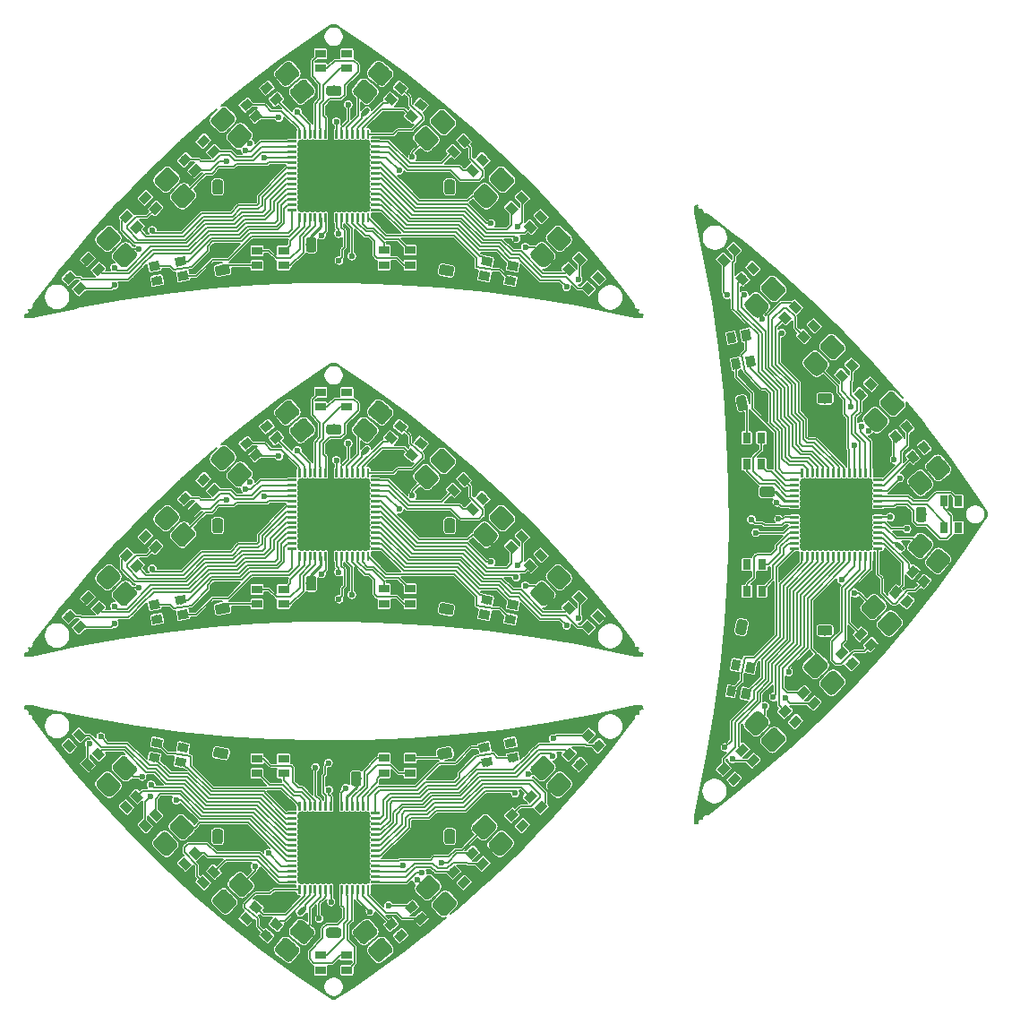
<source format=gtl>
G04 #@! TF.GenerationSoftware,KiCad,Pcbnew,5.1.2*
G04 #@! TF.CreationDate,2019-06-04T19:46:48+02:00*
G04 #@! TF.ProjectId,ohren,6f687265-6e2e-46b6-9963-61645f706362,rev?*
G04 #@! TF.SameCoordinates,Original*
G04 #@! TF.FileFunction,Copper,L1,Top*
G04 #@! TF.FilePolarity,Positive*
%FSLAX46Y46*%
G04 Gerber Fmt 4.6, Leading zero omitted, Abs format (unit mm)*
G04 Created by KiCad (PCBNEW 5.1.2) date 2019-06-04 19:46:48*
%MOMM*%
%LPD*%
G04 APERTURE LIST*
%ADD10C,0.100000*%
%ADD11C,0.250000*%
%ADD12C,0.500000*%
%ADD13C,5.600000*%
%ADD14C,1.750000*%
%ADD15C,0.800000*%
%ADD16C,0.975000*%
%ADD17R,0.800000X1.000000*%
%ADD18C,0.500000*%
%ADD19R,1.000000X0.800000*%
%ADD20C,0.600000*%
%ADD21C,0.127000*%
%ADD22C,0.250000*%
G04 APERTURE END LIST*
D10*
G36*
X185318626Y-153500301D02*
G01*
X185324693Y-153501201D01*
X185330643Y-153502691D01*
X185336418Y-153504758D01*
X185341962Y-153507380D01*
X185347223Y-153510533D01*
X185352150Y-153514187D01*
X185356694Y-153518306D01*
X185360813Y-153522850D01*
X185364467Y-153527777D01*
X185367620Y-153533038D01*
X185370242Y-153538582D01*
X185372309Y-153544357D01*
X185373799Y-153550307D01*
X185374699Y-153556374D01*
X185375000Y-153562500D01*
X185375000Y-154312500D01*
X185374699Y-154318626D01*
X185373799Y-154324693D01*
X185372309Y-154330643D01*
X185370242Y-154336418D01*
X185367620Y-154341962D01*
X185364467Y-154347223D01*
X185360813Y-154352150D01*
X185356694Y-154356694D01*
X185352150Y-154360813D01*
X185347223Y-154364467D01*
X185341962Y-154367620D01*
X185336418Y-154370242D01*
X185330643Y-154372309D01*
X185324693Y-154373799D01*
X185318626Y-154374699D01*
X185312500Y-154375000D01*
X185187500Y-154375000D01*
X185181374Y-154374699D01*
X185175307Y-154373799D01*
X185169357Y-154372309D01*
X185163582Y-154370242D01*
X185158038Y-154367620D01*
X185152777Y-154364467D01*
X185147850Y-154360813D01*
X185143306Y-154356694D01*
X185139187Y-154352150D01*
X185135533Y-154347223D01*
X185132380Y-154341962D01*
X185129758Y-154336418D01*
X185127691Y-154330643D01*
X185126201Y-154324693D01*
X185125301Y-154318626D01*
X185125000Y-154312500D01*
X185125000Y-153562500D01*
X185125301Y-153556374D01*
X185126201Y-153550307D01*
X185127691Y-153544357D01*
X185129758Y-153538582D01*
X185132380Y-153533038D01*
X185135533Y-153527777D01*
X185139187Y-153522850D01*
X185143306Y-153518306D01*
X185147850Y-153514187D01*
X185152777Y-153510533D01*
X185158038Y-153507380D01*
X185163582Y-153504758D01*
X185169357Y-153502691D01*
X185175307Y-153501201D01*
X185181374Y-153500301D01*
X185187500Y-153500000D01*
X185312500Y-153500000D01*
X185318626Y-153500301D01*
X185318626Y-153500301D01*
G37*
D11*
X185250000Y-153937500D03*
D10*
G36*
X184818626Y-153500301D02*
G01*
X184824693Y-153501201D01*
X184830643Y-153502691D01*
X184836418Y-153504758D01*
X184841962Y-153507380D01*
X184847223Y-153510533D01*
X184852150Y-153514187D01*
X184856694Y-153518306D01*
X184860813Y-153522850D01*
X184864467Y-153527777D01*
X184867620Y-153533038D01*
X184870242Y-153538582D01*
X184872309Y-153544357D01*
X184873799Y-153550307D01*
X184874699Y-153556374D01*
X184875000Y-153562500D01*
X184875000Y-154312500D01*
X184874699Y-154318626D01*
X184873799Y-154324693D01*
X184872309Y-154330643D01*
X184870242Y-154336418D01*
X184867620Y-154341962D01*
X184864467Y-154347223D01*
X184860813Y-154352150D01*
X184856694Y-154356694D01*
X184852150Y-154360813D01*
X184847223Y-154364467D01*
X184841962Y-154367620D01*
X184836418Y-154370242D01*
X184830643Y-154372309D01*
X184824693Y-154373799D01*
X184818626Y-154374699D01*
X184812500Y-154375000D01*
X184687500Y-154375000D01*
X184681374Y-154374699D01*
X184675307Y-154373799D01*
X184669357Y-154372309D01*
X184663582Y-154370242D01*
X184658038Y-154367620D01*
X184652777Y-154364467D01*
X184647850Y-154360813D01*
X184643306Y-154356694D01*
X184639187Y-154352150D01*
X184635533Y-154347223D01*
X184632380Y-154341962D01*
X184629758Y-154336418D01*
X184627691Y-154330643D01*
X184626201Y-154324693D01*
X184625301Y-154318626D01*
X184625000Y-154312500D01*
X184625000Y-153562500D01*
X184625301Y-153556374D01*
X184626201Y-153550307D01*
X184627691Y-153544357D01*
X184629758Y-153538582D01*
X184632380Y-153533038D01*
X184635533Y-153527777D01*
X184639187Y-153522850D01*
X184643306Y-153518306D01*
X184647850Y-153514187D01*
X184652777Y-153510533D01*
X184658038Y-153507380D01*
X184663582Y-153504758D01*
X184669357Y-153502691D01*
X184675307Y-153501201D01*
X184681374Y-153500301D01*
X184687500Y-153500000D01*
X184812500Y-153500000D01*
X184818626Y-153500301D01*
X184818626Y-153500301D01*
G37*
D11*
X184750000Y-153937500D03*
D10*
G36*
X184318626Y-153500301D02*
G01*
X184324693Y-153501201D01*
X184330643Y-153502691D01*
X184336418Y-153504758D01*
X184341962Y-153507380D01*
X184347223Y-153510533D01*
X184352150Y-153514187D01*
X184356694Y-153518306D01*
X184360813Y-153522850D01*
X184364467Y-153527777D01*
X184367620Y-153533038D01*
X184370242Y-153538582D01*
X184372309Y-153544357D01*
X184373799Y-153550307D01*
X184374699Y-153556374D01*
X184375000Y-153562500D01*
X184375000Y-154312500D01*
X184374699Y-154318626D01*
X184373799Y-154324693D01*
X184372309Y-154330643D01*
X184370242Y-154336418D01*
X184367620Y-154341962D01*
X184364467Y-154347223D01*
X184360813Y-154352150D01*
X184356694Y-154356694D01*
X184352150Y-154360813D01*
X184347223Y-154364467D01*
X184341962Y-154367620D01*
X184336418Y-154370242D01*
X184330643Y-154372309D01*
X184324693Y-154373799D01*
X184318626Y-154374699D01*
X184312500Y-154375000D01*
X184187500Y-154375000D01*
X184181374Y-154374699D01*
X184175307Y-154373799D01*
X184169357Y-154372309D01*
X184163582Y-154370242D01*
X184158038Y-154367620D01*
X184152777Y-154364467D01*
X184147850Y-154360813D01*
X184143306Y-154356694D01*
X184139187Y-154352150D01*
X184135533Y-154347223D01*
X184132380Y-154341962D01*
X184129758Y-154336418D01*
X184127691Y-154330643D01*
X184126201Y-154324693D01*
X184125301Y-154318626D01*
X184125000Y-154312500D01*
X184125000Y-153562500D01*
X184125301Y-153556374D01*
X184126201Y-153550307D01*
X184127691Y-153544357D01*
X184129758Y-153538582D01*
X184132380Y-153533038D01*
X184135533Y-153527777D01*
X184139187Y-153522850D01*
X184143306Y-153518306D01*
X184147850Y-153514187D01*
X184152777Y-153510533D01*
X184158038Y-153507380D01*
X184163582Y-153504758D01*
X184169357Y-153502691D01*
X184175307Y-153501201D01*
X184181374Y-153500301D01*
X184187500Y-153500000D01*
X184312500Y-153500000D01*
X184318626Y-153500301D01*
X184318626Y-153500301D01*
G37*
D11*
X184250000Y-153937500D03*
D10*
G36*
X183818626Y-153500301D02*
G01*
X183824693Y-153501201D01*
X183830643Y-153502691D01*
X183836418Y-153504758D01*
X183841962Y-153507380D01*
X183847223Y-153510533D01*
X183852150Y-153514187D01*
X183856694Y-153518306D01*
X183860813Y-153522850D01*
X183864467Y-153527777D01*
X183867620Y-153533038D01*
X183870242Y-153538582D01*
X183872309Y-153544357D01*
X183873799Y-153550307D01*
X183874699Y-153556374D01*
X183875000Y-153562500D01*
X183875000Y-154312500D01*
X183874699Y-154318626D01*
X183873799Y-154324693D01*
X183872309Y-154330643D01*
X183870242Y-154336418D01*
X183867620Y-154341962D01*
X183864467Y-154347223D01*
X183860813Y-154352150D01*
X183856694Y-154356694D01*
X183852150Y-154360813D01*
X183847223Y-154364467D01*
X183841962Y-154367620D01*
X183836418Y-154370242D01*
X183830643Y-154372309D01*
X183824693Y-154373799D01*
X183818626Y-154374699D01*
X183812500Y-154375000D01*
X183687500Y-154375000D01*
X183681374Y-154374699D01*
X183675307Y-154373799D01*
X183669357Y-154372309D01*
X183663582Y-154370242D01*
X183658038Y-154367620D01*
X183652777Y-154364467D01*
X183647850Y-154360813D01*
X183643306Y-154356694D01*
X183639187Y-154352150D01*
X183635533Y-154347223D01*
X183632380Y-154341962D01*
X183629758Y-154336418D01*
X183627691Y-154330643D01*
X183626201Y-154324693D01*
X183625301Y-154318626D01*
X183625000Y-154312500D01*
X183625000Y-153562500D01*
X183625301Y-153556374D01*
X183626201Y-153550307D01*
X183627691Y-153544357D01*
X183629758Y-153538582D01*
X183632380Y-153533038D01*
X183635533Y-153527777D01*
X183639187Y-153522850D01*
X183643306Y-153518306D01*
X183647850Y-153514187D01*
X183652777Y-153510533D01*
X183658038Y-153507380D01*
X183663582Y-153504758D01*
X183669357Y-153502691D01*
X183675307Y-153501201D01*
X183681374Y-153500301D01*
X183687500Y-153500000D01*
X183812500Y-153500000D01*
X183818626Y-153500301D01*
X183818626Y-153500301D01*
G37*
D11*
X183750000Y-153937500D03*
D10*
G36*
X183318626Y-153500301D02*
G01*
X183324693Y-153501201D01*
X183330643Y-153502691D01*
X183336418Y-153504758D01*
X183341962Y-153507380D01*
X183347223Y-153510533D01*
X183352150Y-153514187D01*
X183356694Y-153518306D01*
X183360813Y-153522850D01*
X183364467Y-153527777D01*
X183367620Y-153533038D01*
X183370242Y-153538582D01*
X183372309Y-153544357D01*
X183373799Y-153550307D01*
X183374699Y-153556374D01*
X183375000Y-153562500D01*
X183375000Y-154312500D01*
X183374699Y-154318626D01*
X183373799Y-154324693D01*
X183372309Y-154330643D01*
X183370242Y-154336418D01*
X183367620Y-154341962D01*
X183364467Y-154347223D01*
X183360813Y-154352150D01*
X183356694Y-154356694D01*
X183352150Y-154360813D01*
X183347223Y-154364467D01*
X183341962Y-154367620D01*
X183336418Y-154370242D01*
X183330643Y-154372309D01*
X183324693Y-154373799D01*
X183318626Y-154374699D01*
X183312500Y-154375000D01*
X183187500Y-154375000D01*
X183181374Y-154374699D01*
X183175307Y-154373799D01*
X183169357Y-154372309D01*
X183163582Y-154370242D01*
X183158038Y-154367620D01*
X183152777Y-154364467D01*
X183147850Y-154360813D01*
X183143306Y-154356694D01*
X183139187Y-154352150D01*
X183135533Y-154347223D01*
X183132380Y-154341962D01*
X183129758Y-154336418D01*
X183127691Y-154330643D01*
X183126201Y-154324693D01*
X183125301Y-154318626D01*
X183125000Y-154312500D01*
X183125000Y-153562500D01*
X183125301Y-153556374D01*
X183126201Y-153550307D01*
X183127691Y-153544357D01*
X183129758Y-153538582D01*
X183132380Y-153533038D01*
X183135533Y-153527777D01*
X183139187Y-153522850D01*
X183143306Y-153518306D01*
X183147850Y-153514187D01*
X183152777Y-153510533D01*
X183158038Y-153507380D01*
X183163582Y-153504758D01*
X183169357Y-153502691D01*
X183175307Y-153501201D01*
X183181374Y-153500301D01*
X183187500Y-153500000D01*
X183312500Y-153500000D01*
X183318626Y-153500301D01*
X183318626Y-153500301D01*
G37*
D11*
X183250000Y-153937500D03*
D10*
G36*
X182818626Y-153500301D02*
G01*
X182824693Y-153501201D01*
X182830643Y-153502691D01*
X182836418Y-153504758D01*
X182841962Y-153507380D01*
X182847223Y-153510533D01*
X182852150Y-153514187D01*
X182856694Y-153518306D01*
X182860813Y-153522850D01*
X182864467Y-153527777D01*
X182867620Y-153533038D01*
X182870242Y-153538582D01*
X182872309Y-153544357D01*
X182873799Y-153550307D01*
X182874699Y-153556374D01*
X182875000Y-153562500D01*
X182875000Y-154312500D01*
X182874699Y-154318626D01*
X182873799Y-154324693D01*
X182872309Y-154330643D01*
X182870242Y-154336418D01*
X182867620Y-154341962D01*
X182864467Y-154347223D01*
X182860813Y-154352150D01*
X182856694Y-154356694D01*
X182852150Y-154360813D01*
X182847223Y-154364467D01*
X182841962Y-154367620D01*
X182836418Y-154370242D01*
X182830643Y-154372309D01*
X182824693Y-154373799D01*
X182818626Y-154374699D01*
X182812500Y-154375000D01*
X182687500Y-154375000D01*
X182681374Y-154374699D01*
X182675307Y-154373799D01*
X182669357Y-154372309D01*
X182663582Y-154370242D01*
X182658038Y-154367620D01*
X182652777Y-154364467D01*
X182647850Y-154360813D01*
X182643306Y-154356694D01*
X182639187Y-154352150D01*
X182635533Y-154347223D01*
X182632380Y-154341962D01*
X182629758Y-154336418D01*
X182627691Y-154330643D01*
X182626201Y-154324693D01*
X182625301Y-154318626D01*
X182625000Y-154312500D01*
X182625000Y-153562500D01*
X182625301Y-153556374D01*
X182626201Y-153550307D01*
X182627691Y-153544357D01*
X182629758Y-153538582D01*
X182632380Y-153533038D01*
X182635533Y-153527777D01*
X182639187Y-153522850D01*
X182643306Y-153518306D01*
X182647850Y-153514187D01*
X182652777Y-153510533D01*
X182658038Y-153507380D01*
X182663582Y-153504758D01*
X182669357Y-153502691D01*
X182675307Y-153501201D01*
X182681374Y-153500301D01*
X182687500Y-153500000D01*
X182812500Y-153500000D01*
X182818626Y-153500301D01*
X182818626Y-153500301D01*
G37*
D11*
X182750000Y-153937500D03*
D10*
G36*
X182318626Y-153500301D02*
G01*
X182324693Y-153501201D01*
X182330643Y-153502691D01*
X182336418Y-153504758D01*
X182341962Y-153507380D01*
X182347223Y-153510533D01*
X182352150Y-153514187D01*
X182356694Y-153518306D01*
X182360813Y-153522850D01*
X182364467Y-153527777D01*
X182367620Y-153533038D01*
X182370242Y-153538582D01*
X182372309Y-153544357D01*
X182373799Y-153550307D01*
X182374699Y-153556374D01*
X182375000Y-153562500D01*
X182375000Y-154312500D01*
X182374699Y-154318626D01*
X182373799Y-154324693D01*
X182372309Y-154330643D01*
X182370242Y-154336418D01*
X182367620Y-154341962D01*
X182364467Y-154347223D01*
X182360813Y-154352150D01*
X182356694Y-154356694D01*
X182352150Y-154360813D01*
X182347223Y-154364467D01*
X182341962Y-154367620D01*
X182336418Y-154370242D01*
X182330643Y-154372309D01*
X182324693Y-154373799D01*
X182318626Y-154374699D01*
X182312500Y-154375000D01*
X182187500Y-154375000D01*
X182181374Y-154374699D01*
X182175307Y-154373799D01*
X182169357Y-154372309D01*
X182163582Y-154370242D01*
X182158038Y-154367620D01*
X182152777Y-154364467D01*
X182147850Y-154360813D01*
X182143306Y-154356694D01*
X182139187Y-154352150D01*
X182135533Y-154347223D01*
X182132380Y-154341962D01*
X182129758Y-154336418D01*
X182127691Y-154330643D01*
X182126201Y-154324693D01*
X182125301Y-154318626D01*
X182125000Y-154312500D01*
X182125000Y-153562500D01*
X182125301Y-153556374D01*
X182126201Y-153550307D01*
X182127691Y-153544357D01*
X182129758Y-153538582D01*
X182132380Y-153533038D01*
X182135533Y-153527777D01*
X182139187Y-153522850D01*
X182143306Y-153518306D01*
X182147850Y-153514187D01*
X182152777Y-153510533D01*
X182158038Y-153507380D01*
X182163582Y-153504758D01*
X182169357Y-153502691D01*
X182175307Y-153501201D01*
X182181374Y-153500301D01*
X182187500Y-153500000D01*
X182312500Y-153500000D01*
X182318626Y-153500301D01*
X182318626Y-153500301D01*
G37*
D11*
X182250000Y-153937500D03*
D10*
G36*
X181818626Y-153500301D02*
G01*
X181824693Y-153501201D01*
X181830643Y-153502691D01*
X181836418Y-153504758D01*
X181841962Y-153507380D01*
X181847223Y-153510533D01*
X181852150Y-153514187D01*
X181856694Y-153518306D01*
X181860813Y-153522850D01*
X181864467Y-153527777D01*
X181867620Y-153533038D01*
X181870242Y-153538582D01*
X181872309Y-153544357D01*
X181873799Y-153550307D01*
X181874699Y-153556374D01*
X181875000Y-153562500D01*
X181875000Y-154312500D01*
X181874699Y-154318626D01*
X181873799Y-154324693D01*
X181872309Y-154330643D01*
X181870242Y-154336418D01*
X181867620Y-154341962D01*
X181864467Y-154347223D01*
X181860813Y-154352150D01*
X181856694Y-154356694D01*
X181852150Y-154360813D01*
X181847223Y-154364467D01*
X181841962Y-154367620D01*
X181836418Y-154370242D01*
X181830643Y-154372309D01*
X181824693Y-154373799D01*
X181818626Y-154374699D01*
X181812500Y-154375000D01*
X181687500Y-154375000D01*
X181681374Y-154374699D01*
X181675307Y-154373799D01*
X181669357Y-154372309D01*
X181663582Y-154370242D01*
X181658038Y-154367620D01*
X181652777Y-154364467D01*
X181647850Y-154360813D01*
X181643306Y-154356694D01*
X181639187Y-154352150D01*
X181635533Y-154347223D01*
X181632380Y-154341962D01*
X181629758Y-154336418D01*
X181627691Y-154330643D01*
X181626201Y-154324693D01*
X181625301Y-154318626D01*
X181625000Y-154312500D01*
X181625000Y-153562500D01*
X181625301Y-153556374D01*
X181626201Y-153550307D01*
X181627691Y-153544357D01*
X181629758Y-153538582D01*
X181632380Y-153533038D01*
X181635533Y-153527777D01*
X181639187Y-153522850D01*
X181643306Y-153518306D01*
X181647850Y-153514187D01*
X181652777Y-153510533D01*
X181658038Y-153507380D01*
X181663582Y-153504758D01*
X181669357Y-153502691D01*
X181675307Y-153501201D01*
X181681374Y-153500301D01*
X181687500Y-153500000D01*
X181812500Y-153500000D01*
X181818626Y-153500301D01*
X181818626Y-153500301D01*
G37*
D11*
X181750000Y-153937500D03*
D10*
G36*
X181318626Y-153500301D02*
G01*
X181324693Y-153501201D01*
X181330643Y-153502691D01*
X181336418Y-153504758D01*
X181341962Y-153507380D01*
X181347223Y-153510533D01*
X181352150Y-153514187D01*
X181356694Y-153518306D01*
X181360813Y-153522850D01*
X181364467Y-153527777D01*
X181367620Y-153533038D01*
X181370242Y-153538582D01*
X181372309Y-153544357D01*
X181373799Y-153550307D01*
X181374699Y-153556374D01*
X181375000Y-153562500D01*
X181375000Y-154312500D01*
X181374699Y-154318626D01*
X181373799Y-154324693D01*
X181372309Y-154330643D01*
X181370242Y-154336418D01*
X181367620Y-154341962D01*
X181364467Y-154347223D01*
X181360813Y-154352150D01*
X181356694Y-154356694D01*
X181352150Y-154360813D01*
X181347223Y-154364467D01*
X181341962Y-154367620D01*
X181336418Y-154370242D01*
X181330643Y-154372309D01*
X181324693Y-154373799D01*
X181318626Y-154374699D01*
X181312500Y-154375000D01*
X181187500Y-154375000D01*
X181181374Y-154374699D01*
X181175307Y-154373799D01*
X181169357Y-154372309D01*
X181163582Y-154370242D01*
X181158038Y-154367620D01*
X181152777Y-154364467D01*
X181147850Y-154360813D01*
X181143306Y-154356694D01*
X181139187Y-154352150D01*
X181135533Y-154347223D01*
X181132380Y-154341962D01*
X181129758Y-154336418D01*
X181127691Y-154330643D01*
X181126201Y-154324693D01*
X181125301Y-154318626D01*
X181125000Y-154312500D01*
X181125000Y-153562500D01*
X181125301Y-153556374D01*
X181126201Y-153550307D01*
X181127691Y-153544357D01*
X181129758Y-153538582D01*
X181132380Y-153533038D01*
X181135533Y-153527777D01*
X181139187Y-153522850D01*
X181143306Y-153518306D01*
X181147850Y-153514187D01*
X181152777Y-153510533D01*
X181158038Y-153507380D01*
X181163582Y-153504758D01*
X181169357Y-153502691D01*
X181175307Y-153501201D01*
X181181374Y-153500301D01*
X181187500Y-153500000D01*
X181312500Y-153500000D01*
X181318626Y-153500301D01*
X181318626Y-153500301D01*
G37*
D11*
X181250000Y-153937500D03*
D10*
G36*
X180818626Y-153500301D02*
G01*
X180824693Y-153501201D01*
X180830643Y-153502691D01*
X180836418Y-153504758D01*
X180841962Y-153507380D01*
X180847223Y-153510533D01*
X180852150Y-153514187D01*
X180856694Y-153518306D01*
X180860813Y-153522850D01*
X180864467Y-153527777D01*
X180867620Y-153533038D01*
X180870242Y-153538582D01*
X180872309Y-153544357D01*
X180873799Y-153550307D01*
X180874699Y-153556374D01*
X180875000Y-153562500D01*
X180875000Y-154312500D01*
X180874699Y-154318626D01*
X180873799Y-154324693D01*
X180872309Y-154330643D01*
X180870242Y-154336418D01*
X180867620Y-154341962D01*
X180864467Y-154347223D01*
X180860813Y-154352150D01*
X180856694Y-154356694D01*
X180852150Y-154360813D01*
X180847223Y-154364467D01*
X180841962Y-154367620D01*
X180836418Y-154370242D01*
X180830643Y-154372309D01*
X180824693Y-154373799D01*
X180818626Y-154374699D01*
X180812500Y-154375000D01*
X180687500Y-154375000D01*
X180681374Y-154374699D01*
X180675307Y-154373799D01*
X180669357Y-154372309D01*
X180663582Y-154370242D01*
X180658038Y-154367620D01*
X180652777Y-154364467D01*
X180647850Y-154360813D01*
X180643306Y-154356694D01*
X180639187Y-154352150D01*
X180635533Y-154347223D01*
X180632380Y-154341962D01*
X180629758Y-154336418D01*
X180627691Y-154330643D01*
X180626201Y-154324693D01*
X180625301Y-154318626D01*
X180625000Y-154312500D01*
X180625000Y-153562500D01*
X180625301Y-153556374D01*
X180626201Y-153550307D01*
X180627691Y-153544357D01*
X180629758Y-153538582D01*
X180632380Y-153533038D01*
X180635533Y-153527777D01*
X180639187Y-153522850D01*
X180643306Y-153518306D01*
X180647850Y-153514187D01*
X180652777Y-153510533D01*
X180658038Y-153507380D01*
X180663582Y-153504758D01*
X180669357Y-153502691D01*
X180675307Y-153501201D01*
X180681374Y-153500301D01*
X180687500Y-153500000D01*
X180812500Y-153500000D01*
X180818626Y-153500301D01*
X180818626Y-153500301D01*
G37*
D11*
X180750000Y-153937500D03*
D10*
G36*
X180318626Y-153500301D02*
G01*
X180324693Y-153501201D01*
X180330643Y-153502691D01*
X180336418Y-153504758D01*
X180341962Y-153507380D01*
X180347223Y-153510533D01*
X180352150Y-153514187D01*
X180356694Y-153518306D01*
X180360813Y-153522850D01*
X180364467Y-153527777D01*
X180367620Y-153533038D01*
X180370242Y-153538582D01*
X180372309Y-153544357D01*
X180373799Y-153550307D01*
X180374699Y-153556374D01*
X180375000Y-153562500D01*
X180375000Y-154312500D01*
X180374699Y-154318626D01*
X180373799Y-154324693D01*
X180372309Y-154330643D01*
X180370242Y-154336418D01*
X180367620Y-154341962D01*
X180364467Y-154347223D01*
X180360813Y-154352150D01*
X180356694Y-154356694D01*
X180352150Y-154360813D01*
X180347223Y-154364467D01*
X180341962Y-154367620D01*
X180336418Y-154370242D01*
X180330643Y-154372309D01*
X180324693Y-154373799D01*
X180318626Y-154374699D01*
X180312500Y-154375000D01*
X180187500Y-154375000D01*
X180181374Y-154374699D01*
X180175307Y-154373799D01*
X180169357Y-154372309D01*
X180163582Y-154370242D01*
X180158038Y-154367620D01*
X180152777Y-154364467D01*
X180147850Y-154360813D01*
X180143306Y-154356694D01*
X180139187Y-154352150D01*
X180135533Y-154347223D01*
X180132380Y-154341962D01*
X180129758Y-154336418D01*
X180127691Y-154330643D01*
X180126201Y-154324693D01*
X180125301Y-154318626D01*
X180125000Y-154312500D01*
X180125000Y-153562500D01*
X180125301Y-153556374D01*
X180126201Y-153550307D01*
X180127691Y-153544357D01*
X180129758Y-153538582D01*
X180132380Y-153533038D01*
X180135533Y-153527777D01*
X180139187Y-153522850D01*
X180143306Y-153518306D01*
X180147850Y-153514187D01*
X180152777Y-153510533D01*
X180158038Y-153507380D01*
X180163582Y-153504758D01*
X180169357Y-153502691D01*
X180175307Y-153501201D01*
X180181374Y-153500301D01*
X180187500Y-153500000D01*
X180312500Y-153500000D01*
X180318626Y-153500301D01*
X180318626Y-153500301D01*
G37*
D11*
X180250000Y-153937500D03*
D10*
G36*
X179818626Y-153500301D02*
G01*
X179824693Y-153501201D01*
X179830643Y-153502691D01*
X179836418Y-153504758D01*
X179841962Y-153507380D01*
X179847223Y-153510533D01*
X179852150Y-153514187D01*
X179856694Y-153518306D01*
X179860813Y-153522850D01*
X179864467Y-153527777D01*
X179867620Y-153533038D01*
X179870242Y-153538582D01*
X179872309Y-153544357D01*
X179873799Y-153550307D01*
X179874699Y-153556374D01*
X179875000Y-153562500D01*
X179875000Y-154312500D01*
X179874699Y-154318626D01*
X179873799Y-154324693D01*
X179872309Y-154330643D01*
X179870242Y-154336418D01*
X179867620Y-154341962D01*
X179864467Y-154347223D01*
X179860813Y-154352150D01*
X179856694Y-154356694D01*
X179852150Y-154360813D01*
X179847223Y-154364467D01*
X179841962Y-154367620D01*
X179836418Y-154370242D01*
X179830643Y-154372309D01*
X179824693Y-154373799D01*
X179818626Y-154374699D01*
X179812500Y-154375000D01*
X179687500Y-154375000D01*
X179681374Y-154374699D01*
X179675307Y-154373799D01*
X179669357Y-154372309D01*
X179663582Y-154370242D01*
X179658038Y-154367620D01*
X179652777Y-154364467D01*
X179647850Y-154360813D01*
X179643306Y-154356694D01*
X179639187Y-154352150D01*
X179635533Y-154347223D01*
X179632380Y-154341962D01*
X179629758Y-154336418D01*
X179627691Y-154330643D01*
X179626201Y-154324693D01*
X179625301Y-154318626D01*
X179625000Y-154312500D01*
X179625000Y-153562500D01*
X179625301Y-153556374D01*
X179626201Y-153550307D01*
X179627691Y-153544357D01*
X179629758Y-153538582D01*
X179632380Y-153533038D01*
X179635533Y-153527777D01*
X179639187Y-153522850D01*
X179643306Y-153518306D01*
X179647850Y-153514187D01*
X179652777Y-153510533D01*
X179658038Y-153507380D01*
X179663582Y-153504758D01*
X179669357Y-153502691D01*
X179675307Y-153501201D01*
X179681374Y-153500301D01*
X179687500Y-153500000D01*
X179812500Y-153500000D01*
X179818626Y-153500301D01*
X179818626Y-153500301D01*
G37*
D11*
X179750000Y-153937500D03*
D10*
G36*
X179318626Y-153500301D02*
G01*
X179324693Y-153501201D01*
X179330643Y-153502691D01*
X179336418Y-153504758D01*
X179341962Y-153507380D01*
X179347223Y-153510533D01*
X179352150Y-153514187D01*
X179356694Y-153518306D01*
X179360813Y-153522850D01*
X179364467Y-153527777D01*
X179367620Y-153533038D01*
X179370242Y-153538582D01*
X179372309Y-153544357D01*
X179373799Y-153550307D01*
X179374699Y-153556374D01*
X179375000Y-153562500D01*
X179375000Y-154312500D01*
X179374699Y-154318626D01*
X179373799Y-154324693D01*
X179372309Y-154330643D01*
X179370242Y-154336418D01*
X179367620Y-154341962D01*
X179364467Y-154347223D01*
X179360813Y-154352150D01*
X179356694Y-154356694D01*
X179352150Y-154360813D01*
X179347223Y-154364467D01*
X179341962Y-154367620D01*
X179336418Y-154370242D01*
X179330643Y-154372309D01*
X179324693Y-154373799D01*
X179318626Y-154374699D01*
X179312500Y-154375000D01*
X179187500Y-154375000D01*
X179181374Y-154374699D01*
X179175307Y-154373799D01*
X179169357Y-154372309D01*
X179163582Y-154370242D01*
X179158038Y-154367620D01*
X179152777Y-154364467D01*
X179147850Y-154360813D01*
X179143306Y-154356694D01*
X179139187Y-154352150D01*
X179135533Y-154347223D01*
X179132380Y-154341962D01*
X179129758Y-154336418D01*
X179127691Y-154330643D01*
X179126201Y-154324693D01*
X179125301Y-154318626D01*
X179125000Y-154312500D01*
X179125000Y-153562500D01*
X179125301Y-153556374D01*
X179126201Y-153550307D01*
X179127691Y-153544357D01*
X179129758Y-153538582D01*
X179132380Y-153533038D01*
X179135533Y-153527777D01*
X179139187Y-153522850D01*
X179143306Y-153518306D01*
X179147850Y-153514187D01*
X179152777Y-153510533D01*
X179158038Y-153507380D01*
X179163582Y-153504758D01*
X179169357Y-153502691D01*
X179175307Y-153501201D01*
X179181374Y-153500301D01*
X179187500Y-153500000D01*
X179312500Y-153500000D01*
X179318626Y-153500301D01*
X179318626Y-153500301D01*
G37*
D11*
X179250000Y-153937500D03*
D10*
G36*
X178818626Y-153500301D02*
G01*
X178824693Y-153501201D01*
X178830643Y-153502691D01*
X178836418Y-153504758D01*
X178841962Y-153507380D01*
X178847223Y-153510533D01*
X178852150Y-153514187D01*
X178856694Y-153518306D01*
X178860813Y-153522850D01*
X178864467Y-153527777D01*
X178867620Y-153533038D01*
X178870242Y-153538582D01*
X178872309Y-153544357D01*
X178873799Y-153550307D01*
X178874699Y-153556374D01*
X178875000Y-153562500D01*
X178875000Y-154312500D01*
X178874699Y-154318626D01*
X178873799Y-154324693D01*
X178872309Y-154330643D01*
X178870242Y-154336418D01*
X178867620Y-154341962D01*
X178864467Y-154347223D01*
X178860813Y-154352150D01*
X178856694Y-154356694D01*
X178852150Y-154360813D01*
X178847223Y-154364467D01*
X178841962Y-154367620D01*
X178836418Y-154370242D01*
X178830643Y-154372309D01*
X178824693Y-154373799D01*
X178818626Y-154374699D01*
X178812500Y-154375000D01*
X178687500Y-154375000D01*
X178681374Y-154374699D01*
X178675307Y-154373799D01*
X178669357Y-154372309D01*
X178663582Y-154370242D01*
X178658038Y-154367620D01*
X178652777Y-154364467D01*
X178647850Y-154360813D01*
X178643306Y-154356694D01*
X178639187Y-154352150D01*
X178635533Y-154347223D01*
X178632380Y-154341962D01*
X178629758Y-154336418D01*
X178627691Y-154330643D01*
X178626201Y-154324693D01*
X178625301Y-154318626D01*
X178625000Y-154312500D01*
X178625000Y-153562500D01*
X178625301Y-153556374D01*
X178626201Y-153550307D01*
X178627691Y-153544357D01*
X178629758Y-153538582D01*
X178632380Y-153533038D01*
X178635533Y-153527777D01*
X178639187Y-153522850D01*
X178643306Y-153518306D01*
X178647850Y-153514187D01*
X178652777Y-153510533D01*
X178658038Y-153507380D01*
X178663582Y-153504758D01*
X178669357Y-153502691D01*
X178675307Y-153501201D01*
X178681374Y-153500301D01*
X178687500Y-153500000D01*
X178812500Y-153500000D01*
X178818626Y-153500301D01*
X178818626Y-153500301D01*
G37*
D11*
X178750000Y-153937500D03*
D10*
G36*
X178443626Y-153125301D02*
G01*
X178449693Y-153126201D01*
X178455643Y-153127691D01*
X178461418Y-153129758D01*
X178466962Y-153132380D01*
X178472223Y-153135533D01*
X178477150Y-153139187D01*
X178481694Y-153143306D01*
X178485813Y-153147850D01*
X178489467Y-153152777D01*
X178492620Y-153158038D01*
X178495242Y-153163582D01*
X178497309Y-153169357D01*
X178498799Y-153175307D01*
X178499699Y-153181374D01*
X178500000Y-153187500D01*
X178500000Y-153312500D01*
X178499699Y-153318626D01*
X178498799Y-153324693D01*
X178497309Y-153330643D01*
X178495242Y-153336418D01*
X178492620Y-153341962D01*
X178489467Y-153347223D01*
X178485813Y-153352150D01*
X178481694Y-153356694D01*
X178477150Y-153360813D01*
X178472223Y-153364467D01*
X178466962Y-153367620D01*
X178461418Y-153370242D01*
X178455643Y-153372309D01*
X178449693Y-153373799D01*
X178443626Y-153374699D01*
X178437500Y-153375000D01*
X177687500Y-153375000D01*
X177681374Y-153374699D01*
X177675307Y-153373799D01*
X177669357Y-153372309D01*
X177663582Y-153370242D01*
X177658038Y-153367620D01*
X177652777Y-153364467D01*
X177647850Y-153360813D01*
X177643306Y-153356694D01*
X177639187Y-153352150D01*
X177635533Y-153347223D01*
X177632380Y-153341962D01*
X177629758Y-153336418D01*
X177627691Y-153330643D01*
X177626201Y-153324693D01*
X177625301Y-153318626D01*
X177625000Y-153312500D01*
X177625000Y-153187500D01*
X177625301Y-153181374D01*
X177626201Y-153175307D01*
X177627691Y-153169357D01*
X177629758Y-153163582D01*
X177632380Y-153158038D01*
X177635533Y-153152777D01*
X177639187Y-153147850D01*
X177643306Y-153143306D01*
X177647850Y-153139187D01*
X177652777Y-153135533D01*
X177658038Y-153132380D01*
X177663582Y-153129758D01*
X177669357Y-153127691D01*
X177675307Y-153126201D01*
X177681374Y-153125301D01*
X177687500Y-153125000D01*
X178437500Y-153125000D01*
X178443626Y-153125301D01*
X178443626Y-153125301D01*
G37*
D11*
X178062500Y-153250000D03*
D10*
G36*
X178443626Y-152625301D02*
G01*
X178449693Y-152626201D01*
X178455643Y-152627691D01*
X178461418Y-152629758D01*
X178466962Y-152632380D01*
X178472223Y-152635533D01*
X178477150Y-152639187D01*
X178481694Y-152643306D01*
X178485813Y-152647850D01*
X178489467Y-152652777D01*
X178492620Y-152658038D01*
X178495242Y-152663582D01*
X178497309Y-152669357D01*
X178498799Y-152675307D01*
X178499699Y-152681374D01*
X178500000Y-152687500D01*
X178500000Y-152812500D01*
X178499699Y-152818626D01*
X178498799Y-152824693D01*
X178497309Y-152830643D01*
X178495242Y-152836418D01*
X178492620Y-152841962D01*
X178489467Y-152847223D01*
X178485813Y-152852150D01*
X178481694Y-152856694D01*
X178477150Y-152860813D01*
X178472223Y-152864467D01*
X178466962Y-152867620D01*
X178461418Y-152870242D01*
X178455643Y-152872309D01*
X178449693Y-152873799D01*
X178443626Y-152874699D01*
X178437500Y-152875000D01*
X177687500Y-152875000D01*
X177681374Y-152874699D01*
X177675307Y-152873799D01*
X177669357Y-152872309D01*
X177663582Y-152870242D01*
X177658038Y-152867620D01*
X177652777Y-152864467D01*
X177647850Y-152860813D01*
X177643306Y-152856694D01*
X177639187Y-152852150D01*
X177635533Y-152847223D01*
X177632380Y-152841962D01*
X177629758Y-152836418D01*
X177627691Y-152830643D01*
X177626201Y-152824693D01*
X177625301Y-152818626D01*
X177625000Y-152812500D01*
X177625000Y-152687500D01*
X177625301Y-152681374D01*
X177626201Y-152675307D01*
X177627691Y-152669357D01*
X177629758Y-152663582D01*
X177632380Y-152658038D01*
X177635533Y-152652777D01*
X177639187Y-152647850D01*
X177643306Y-152643306D01*
X177647850Y-152639187D01*
X177652777Y-152635533D01*
X177658038Y-152632380D01*
X177663582Y-152629758D01*
X177669357Y-152627691D01*
X177675307Y-152626201D01*
X177681374Y-152625301D01*
X177687500Y-152625000D01*
X178437500Y-152625000D01*
X178443626Y-152625301D01*
X178443626Y-152625301D01*
G37*
D11*
X178062500Y-152750000D03*
D10*
G36*
X178443626Y-152125301D02*
G01*
X178449693Y-152126201D01*
X178455643Y-152127691D01*
X178461418Y-152129758D01*
X178466962Y-152132380D01*
X178472223Y-152135533D01*
X178477150Y-152139187D01*
X178481694Y-152143306D01*
X178485813Y-152147850D01*
X178489467Y-152152777D01*
X178492620Y-152158038D01*
X178495242Y-152163582D01*
X178497309Y-152169357D01*
X178498799Y-152175307D01*
X178499699Y-152181374D01*
X178500000Y-152187500D01*
X178500000Y-152312500D01*
X178499699Y-152318626D01*
X178498799Y-152324693D01*
X178497309Y-152330643D01*
X178495242Y-152336418D01*
X178492620Y-152341962D01*
X178489467Y-152347223D01*
X178485813Y-152352150D01*
X178481694Y-152356694D01*
X178477150Y-152360813D01*
X178472223Y-152364467D01*
X178466962Y-152367620D01*
X178461418Y-152370242D01*
X178455643Y-152372309D01*
X178449693Y-152373799D01*
X178443626Y-152374699D01*
X178437500Y-152375000D01*
X177687500Y-152375000D01*
X177681374Y-152374699D01*
X177675307Y-152373799D01*
X177669357Y-152372309D01*
X177663582Y-152370242D01*
X177658038Y-152367620D01*
X177652777Y-152364467D01*
X177647850Y-152360813D01*
X177643306Y-152356694D01*
X177639187Y-152352150D01*
X177635533Y-152347223D01*
X177632380Y-152341962D01*
X177629758Y-152336418D01*
X177627691Y-152330643D01*
X177626201Y-152324693D01*
X177625301Y-152318626D01*
X177625000Y-152312500D01*
X177625000Y-152187500D01*
X177625301Y-152181374D01*
X177626201Y-152175307D01*
X177627691Y-152169357D01*
X177629758Y-152163582D01*
X177632380Y-152158038D01*
X177635533Y-152152777D01*
X177639187Y-152147850D01*
X177643306Y-152143306D01*
X177647850Y-152139187D01*
X177652777Y-152135533D01*
X177658038Y-152132380D01*
X177663582Y-152129758D01*
X177669357Y-152127691D01*
X177675307Y-152126201D01*
X177681374Y-152125301D01*
X177687500Y-152125000D01*
X178437500Y-152125000D01*
X178443626Y-152125301D01*
X178443626Y-152125301D01*
G37*
D11*
X178062500Y-152250000D03*
D10*
G36*
X178443626Y-151625301D02*
G01*
X178449693Y-151626201D01*
X178455643Y-151627691D01*
X178461418Y-151629758D01*
X178466962Y-151632380D01*
X178472223Y-151635533D01*
X178477150Y-151639187D01*
X178481694Y-151643306D01*
X178485813Y-151647850D01*
X178489467Y-151652777D01*
X178492620Y-151658038D01*
X178495242Y-151663582D01*
X178497309Y-151669357D01*
X178498799Y-151675307D01*
X178499699Y-151681374D01*
X178500000Y-151687500D01*
X178500000Y-151812500D01*
X178499699Y-151818626D01*
X178498799Y-151824693D01*
X178497309Y-151830643D01*
X178495242Y-151836418D01*
X178492620Y-151841962D01*
X178489467Y-151847223D01*
X178485813Y-151852150D01*
X178481694Y-151856694D01*
X178477150Y-151860813D01*
X178472223Y-151864467D01*
X178466962Y-151867620D01*
X178461418Y-151870242D01*
X178455643Y-151872309D01*
X178449693Y-151873799D01*
X178443626Y-151874699D01*
X178437500Y-151875000D01*
X177687500Y-151875000D01*
X177681374Y-151874699D01*
X177675307Y-151873799D01*
X177669357Y-151872309D01*
X177663582Y-151870242D01*
X177658038Y-151867620D01*
X177652777Y-151864467D01*
X177647850Y-151860813D01*
X177643306Y-151856694D01*
X177639187Y-151852150D01*
X177635533Y-151847223D01*
X177632380Y-151841962D01*
X177629758Y-151836418D01*
X177627691Y-151830643D01*
X177626201Y-151824693D01*
X177625301Y-151818626D01*
X177625000Y-151812500D01*
X177625000Y-151687500D01*
X177625301Y-151681374D01*
X177626201Y-151675307D01*
X177627691Y-151669357D01*
X177629758Y-151663582D01*
X177632380Y-151658038D01*
X177635533Y-151652777D01*
X177639187Y-151647850D01*
X177643306Y-151643306D01*
X177647850Y-151639187D01*
X177652777Y-151635533D01*
X177658038Y-151632380D01*
X177663582Y-151629758D01*
X177669357Y-151627691D01*
X177675307Y-151626201D01*
X177681374Y-151625301D01*
X177687500Y-151625000D01*
X178437500Y-151625000D01*
X178443626Y-151625301D01*
X178443626Y-151625301D01*
G37*
D11*
X178062500Y-151750000D03*
D10*
G36*
X178443626Y-151125301D02*
G01*
X178449693Y-151126201D01*
X178455643Y-151127691D01*
X178461418Y-151129758D01*
X178466962Y-151132380D01*
X178472223Y-151135533D01*
X178477150Y-151139187D01*
X178481694Y-151143306D01*
X178485813Y-151147850D01*
X178489467Y-151152777D01*
X178492620Y-151158038D01*
X178495242Y-151163582D01*
X178497309Y-151169357D01*
X178498799Y-151175307D01*
X178499699Y-151181374D01*
X178500000Y-151187500D01*
X178500000Y-151312500D01*
X178499699Y-151318626D01*
X178498799Y-151324693D01*
X178497309Y-151330643D01*
X178495242Y-151336418D01*
X178492620Y-151341962D01*
X178489467Y-151347223D01*
X178485813Y-151352150D01*
X178481694Y-151356694D01*
X178477150Y-151360813D01*
X178472223Y-151364467D01*
X178466962Y-151367620D01*
X178461418Y-151370242D01*
X178455643Y-151372309D01*
X178449693Y-151373799D01*
X178443626Y-151374699D01*
X178437500Y-151375000D01*
X177687500Y-151375000D01*
X177681374Y-151374699D01*
X177675307Y-151373799D01*
X177669357Y-151372309D01*
X177663582Y-151370242D01*
X177658038Y-151367620D01*
X177652777Y-151364467D01*
X177647850Y-151360813D01*
X177643306Y-151356694D01*
X177639187Y-151352150D01*
X177635533Y-151347223D01*
X177632380Y-151341962D01*
X177629758Y-151336418D01*
X177627691Y-151330643D01*
X177626201Y-151324693D01*
X177625301Y-151318626D01*
X177625000Y-151312500D01*
X177625000Y-151187500D01*
X177625301Y-151181374D01*
X177626201Y-151175307D01*
X177627691Y-151169357D01*
X177629758Y-151163582D01*
X177632380Y-151158038D01*
X177635533Y-151152777D01*
X177639187Y-151147850D01*
X177643306Y-151143306D01*
X177647850Y-151139187D01*
X177652777Y-151135533D01*
X177658038Y-151132380D01*
X177663582Y-151129758D01*
X177669357Y-151127691D01*
X177675307Y-151126201D01*
X177681374Y-151125301D01*
X177687500Y-151125000D01*
X178437500Y-151125000D01*
X178443626Y-151125301D01*
X178443626Y-151125301D01*
G37*
D11*
X178062500Y-151250000D03*
D10*
G36*
X178443626Y-150625301D02*
G01*
X178449693Y-150626201D01*
X178455643Y-150627691D01*
X178461418Y-150629758D01*
X178466962Y-150632380D01*
X178472223Y-150635533D01*
X178477150Y-150639187D01*
X178481694Y-150643306D01*
X178485813Y-150647850D01*
X178489467Y-150652777D01*
X178492620Y-150658038D01*
X178495242Y-150663582D01*
X178497309Y-150669357D01*
X178498799Y-150675307D01*
X178499699Y-150681374D01*
X178500000Y-150687500D01*
X178500000Y-150812500D01*
X178499699Y-150818626D01*
X178498799Y-150824693D01*
X178497309Y-150830643D01*
X178495242Y-150836418D01*
X178492620Y-150841962D01*
X178489467Y-150847223D01*
X178485813Y-150852150D01*
X178481694Y-150856694D01*
X178477150Y-150860813D01*
X178472223Y-150864467D01*
X178466962Y-150867620D01*
X178461418Y-150870242D01*
X178455643Y-150872309D01*
X178449693Y-150873799D01*
X178443626Y-150874699D01*
X178437500Y-150875000D01*
X177687500Y-150875000D01*
X177681374Y-150874699D01*
X177675307Y-150873799D01*
X177669357Y-150872309D01*
X177663582Y-150870242D01*
X177658038Y-150867620D01*
X177652777Y-150864467D01*
X177647850Y-150860813D01*
X177643306Y-150856694D01*
X177639187Y-150852150D01*
X177635533Y-150847223D01*
X177632380Y-150841962D01*
X177629758Y-150836418D01*
X177627691Y-150830643D01*
X177626201Y-150824693D01*
X177625301Y-150818626D01*
X177625000Y-150812500D01*
X177625000Y-150687500D01*
X177625301Y-150681374D01*
X177626201Y-150675307D01*
X177627691Y-150669357D01*
X177629758Y-150663582D01*
X177632380Y-150658038D01*
X177635533Y-150652777D01*
X177639187Y-150647850D01*
X177643306Y-150643306D01*
X177647850Y-150639187D01*
X177652777Y-150635533D01*
X177658038Y-150632380D01*
X177663582Y-150629758D01*
X177669357Y-150627691D01*
X177675307Y-150626201D01*
X177681374Y-150625301D01*
X177687500Y-150625000D01*
X178437500Y-150625000D01*
X178443626Y-150625301D01*
X178443626Y-150625301D01*
G37*
D11*
X178062500Y-150750000D03*
D10*
G36*
X178443626Y-150125301D02*
G01*
X178449693Y-150126201D01*
X178455643Y-150127691D01*
X178461418Y-150129758D01*
X178466962Y-150132380D01*
X178472223Y-150135533D01*
X178477150Y-150139187D01*
X178481694Y-150143306D01*
X178485813Y-150147850D01*
X178489467Y-150152777D01*
X178492620Y-150158038D01*
X178495242Y-150163582D01*
X178497309Y-150169357D01*
X178498799Y-150175307D01*
X178499699Y-150181374D01*
X178500000Y-150187500D01*
X178500000Y-150312500D01*
X178499699Y-150318626D01*
X178498799Y-150324693D01*
X178497309Y-150330643D01*
X178495242Y-150336418D01*
X178492620Y-150341962D01*
X178489467Y-150347223D01*
X178485813Y-150352150D01*
X178481694Y-150356694D01*
X178477150Y-150360813D01*
X178472223Y-150364467D01*
X178466962Y-150367620D01*
X178461418Y-150370242D01*
X178455643Y-150372309D01*
X178449693Y-150373799D01*
X178443626Y-150374699D01*
X178437500Y-150375000D01*
X177687500Y-150375000D01*
X177681374Y-150374699D01*
X177675307Y-150373799D01*
X177669357Y-150372309D01*
X177663582Y-150370242D01*
X177658038Y-150367620D01*
X177652777Y-150364467D01*
X177647850Y-150360813D01*
X177643306Y-150356694D01*
X177639187Y-150352150D01*
X177635533Y-150347223D01*
X177632380Y-150341962D01*
X177629758Y-150336418D01*
X177627691Y-150330643D01*
X177626201Y-150324693D01*
X177625301Y-150318626D01*
X177625000Y-150312500D01*
X177625000Y-150187500D01*
X177625301Y-150181374D01*
X177626201Y-150175307D01*
X177627691Y-150169357D01*
X177629758Y-150163582D01*
X177632380Y-150158038D01*
X177635533Y-150152777D01*
X177639187Y-150147850D01*
X177643306Y-150143306D01*
X177647850Y-150139187D01*
X177652777Y-150135533D01*
X177658038Y-150132380D01*
X177663582Y-150129758D01*
X177669357Y-150127691D01*
X177675307Y-150126201D01*
X177681374Y-150125301D01*
X177687500Y-150125000D01*
X178437500Y-150125000D01*
X178443626Y-150125301D01*
X178443626Y-150125301D01*
G37*
D11*
X178062500Y-150250000D03*
D10*
G36*
X178443626Y-149625301D02*
G01*
X178449693Y-149626201D01*
X178455643Y-149627691D01*
X178461418Y-149629758D01*
X178466962Y-149632380D01*
X178472223Y-149635533D01*
X178477150Y-149639187D01*
X178481694Y-149643306D01*
X178485813Y-149647850D01*
X178489467Y-149652777D01*
X178492620Y-149658038D01*
X178495242Y-149663582D01*
X178497309Y-149669357D01*
X178498799Y-149675307D01*
X178499699Y-149681374D01*
X178500000Y-149687500D01*
X178500000Y-149812500D01*
X178499699Y-149818626D01*
X178498799Y-149824693D01*
X178497309Y-149830643D01*
X178495242Y-149836418D01*
X178492620Y-149841962D01*
X178489467Y-149847223D01*
X178485813Y-149852150D01*
X178481694Y-149856694D01*
X178477150Y-149860813D01*
X178472223Y-149864467D01*
X178466962Y-149867620D01*
X178461418Y-149870242D01*
X178455643Y-149872309D01*
X178449693Y-149873799D01*
X178443626Y-149874699D01*
X178437500Y-149875000D01*
X177687500Y-149875000D01*
X177681374Y-149874699D01*
X177675307Y-149873799D01*
X177669357Y-149872309D01*
X177663582Y-149870242D01*
X177658038Y-149867620D01*
X177652777Y-149864467D01*
X177647850Y-149860813D01*
X177643306Y-149856694D01*
X177639187Y-149852150D01*
X177635533Y-149847223D01*
X177632380Y-149841962D01*
X177629758Y-149836418D01*
X177627691Y-149830643D01*
X177626201Y-149824693D01*
X177625301Y-149818626D01*
X177625000Y-149812500D01*
X177625000Y-149687500D01*
X177625301Y-149681374D01*
X177626201Y-149675307D01*
X177627691Y-149669357D01*
X177629758Y-149663582D01*
X177632380Y-149658038D01*
X177635533Y-149652777D01*
X177639187Y-149647850D01*
X177643306Y-149643306D01*
X177647850Y-149639187D01*
X177652777Y-149635533D01*
X177658038Y-149632380D01*
X177663582Y-149629758D01*
X177669357Y-149627691D01*
X177675307Y-149626201D01*
X177681374Y-149625301D01*
X177687500Y-149625000D01*
X178437500Y-149625000D01*
X178443626Y-149625301D01*
X178443626Y-149625301D01*
G37*
D11*
X178062500Y-149750000D03*
D10*
G36*
X178443626Y-149125301D02*
G01*
X178449693Y-149126201D01*
X178455643Y-149127691D01*
X178461418Y-149129758D01*
X178466962Y-149132380D01*
X178472223Y-149135533D01*
X178477150Y-149139187D01*
X178481694Y-149143306D01*
X178485813Y-149147850D01*
X178489467Y-149152777D01*
X178492620Y-149158038D01*
X178495242Y-149163582D01*
X178497309Y-149169357D01*
X178498799Y-149175307D01*
X178499699Y-149181374D01*
X178500000Y-149187500D01*
X178500000Y-149312500D01*
X178499699Y-149318626D01*
X178498799Y-149324693D01*
X178497309Y-149330643D01*
X178495242Y-149336418D01*
X178492620Y-149341962D01*
X178489467Y-149347223D01*
X178485813Y-149352150D01*
X178481694Y-149356694D01*
X178477150Y-149360813D01*
X178472223Y-149364467D01*
X178466962Y-149367620D01*
X178461418Y-149370242D01*
X178455643Y-149372309D01*
X178449693Y-149373799D01*
X178443626Y-149374699D01*
X178437500Y-149375000D01*
X177687500Y-149375000D01*
X177681374Y-149374699D01*
X177675307Y-149373799D01*
X177669357Y-149372309D01*
X177663582Y-149370242D01*
X177658038Y-149367620D01*
X177652777Y-149364467D01*
X177647850Y-149360813D01*
X177643306Y-149356694D01*
X177639187Y-149352150D01*
X177635533Y-149347223D01*
X177632380Y-149341962D01*
X177629758Y-149336418D01*
X177627691Y-149330643D01*
X177626201Y-149324693D01*
X177625301Y-149318626D01*
X177625000Y-149312500D01*
X177625000Y-149187500D01*
X177625301Y-149181374D01*
X177626201Y-149175307D01*
X177627691Y-149169357D01*
X177629758Y-149163582D01*
X177632380Y-149158038D01*
X177635533Y-149152777D01*
X177639187Y-149147850D01*
X177643306Y-149143306D01*
X177647850Y-149139187D01*
X177652777Y-149135533D01*
X177658038Y-149132380D01*
X177663582Y-149129758D01*
X177669357Y-149127691D01*
X177675307Y-149126201D01*
X177681374Y-149125301D01*
X177687500Y-149125000D01*
X178437500Y-149125000D01*
X178443626Y-149125301D01*
X178443626Y-149125301D01*
G37*
D11*
X178062500Y-149250000D03*
D10*
G36*
X178443626Y-148625301D02*
G01*
X178449693Y-148626201D01*
X178455643Y-148627691D01*
X178461418Y-148629758D01*
X178466962Y-148632380D01*
X178472223Y-148635533D01*
X178477150Y-148639187D01*
X178481694Y-148643306D01*
X178485813Y-148647850D01*
X178489467Y-148652777D01*
X178492620Y-148658038D01*
X178495242Y-148663582D01*
X178497309Y-148669357D01*
X178498799Y-148675307D01*
X178499699Y-148681374D01*
X178500000Y-148687500D01*
X178500000Y-148812500D01*
X178499699Y-148818626D01*
X178498799Y-148824693D01*
X178497309Y-148830643D01*
X178495242Y-148836418D01*
X178492620Y-148841962D01*
X178489467Y-148847223D01*
X178485813Y-148852150D01*
X178481694Y-148856694D01*
X178477150Y-148860813D01*
X178472223Y-148864467D01*
X178466962Y-148867620D01*
X178461418Y-148870242D01*
X178455643Y-148872309D01*
X178449693Y-148873799D01*
X178443626Y-148874699D01*
X178437500Y-148875000D01*
X177687500Y-148875000D01*
X177681374Y-148874699D01*
X177675307Y-148873799D01*
X177669357Y-148872309D01*
X177663582Y-148870242D01*
X177658038Y-148867620D01*
X177652777Y-148864467D01*
X177647850Y-148860813D01*
X177643306Y-148856694D01*
X177639187Y-148852150D01*
X177635533Y-148847223D01*
X177632380Y-148841962D01*
X177629758Y-148836418D01*
X177627691Y-148830643D01*
X177626201Y-148824693D01*
X177625301Y-148818626D01*
X177625000Y-148812500D01*
X177625000Y-148687500D01*
X177625301Y-148681374D01*
X177626201Y-148675307D01*
X177627691Y-148669357D01*
X177629758Y-148663582D01*
X177632380Y-148658038D01*
X177635533Y-148652777D01*
X177639187Y-148647850D01*
X177643306Y-148643306D01*
X177647850Y-148639187D01*
X177652777Y-148635533D01*
X177658038Y-148632380D01*
X177663582Y-148629758D01*
X177669357Y-148627691D01*
X177675307Y-148626201D01*
X177681374Y-148625301D01*
X177687500Y-148625000D01*
X178437500Y-148625000D01*
X178443626Y-148625301D01*
X178443626Y-148625301D01*
G37*
D11*
X178062500Y-148750000D03*
D10*
G36*
X178443626Y-148125301D02*
G01*
X178449693Y-148126201D01*
X178455643Y-148127691D01*
X178461418Y-148129758D01*
X178466962Y-148132380D01*
X178472223Y-148135533D01*
X178477150Y-148139187D01*
X178481694Y-148143306D01*
X178485813Y-148147850D01*
X178489467Y-148152777D01*
X178492620Y-148158038D01*
X178495242Y-148163582D01*
X178497309Y-148169357D01*
X178498799Y-148175307D01*
X178499699Y-148181374D01*
X178500000Y-148187500D01*
X178500000Y-148312500D01*
X178499699Y-148318626D01*
X178498799Y-148324693D01*
X178497309Y-148330643D01*
X178495242Y-148336418D01*
X178492620Y-148341962D01*
X178489467Y-148347223D01*
X178485813Y-148352150D01*
X178481694Y-148356694D01*
X178477150Y-148360813D01*
X178472223Y-148364467D01*
X178466962Y-148367620D01*
X178461418Y-148370242D01*
X178455643Y-148372309D01*
X178449693Y-148373799D01*
X178443626Y-148374699D01*
X178437500Y-148375000D01*
X177687500Y-148375000D01*
X177681374Y-148374699D01*
X177675307Y-148373799D01*
X177669357Y-148372309D01*
X177663582Y-148370242D01*
X177658038Y-148367620D01*
X177652777Y-148364467D01*
X177647850Y-148360813D01*
X177643306Y-148356694D01*
X177639187Y-148352150D01*
X177635533Y-148347223D01*
X177632380Y-148341962D01*
X177629758Y-148336418D01*
X177627691Y-148330643D01*
X177626201Y-148324693D01*
X177625301Y-148318626D01*
X177625000Y-148312500D01*
X177625000Y-148187500D01*
X177625301Y-148181374D01*
X177626201Y-148175307D01*
X177627691Y-148169357D01*
X177629758Y-148163582D01*
X177632380Y-148158038D01*
X177635533Y-148152777D01*
X177639187Y-148147850D01*
X177643306Y-148143306D01*
X177647850Y-148139187D01*
X177652777Y-148135533D01*
X177658038Y-148132380D01*
X177663582Y-148129758D01*
X177669357Y-148127691D01*
X177675307Y-148126201D01*
X177681374Y-148125301D01*
X177687500Y-148125000D01*
X178437500Y-148125000D01*
X178443626Y-148125301D01*
X178443626Y-148125301D01*
G37*
D11*
X178062500Y-148250000D03*
D10*
G36*
X178443626Y-147625301D02*
G01*
X178449693Y-147626201D01*
X178455643Y-147627691D01*
X178461418Y-147629758D01*
X178466962Y-147632380D01*
X178472223Y-147635533D01*
X178477150Y-147639187D01*
X178481694Y-147643306D01*
X178485813Y-147647850D01*
X178489467Y-147652777D01*
X178492620Y-147658038D01*
X178495242Y-147663582D01*
X178497309Y-147669357D01*
X178498799Y-147675307D01*
X178499699Y-147681374D01*
X178500000Y-147687500D01*
X178500000Y-147812500D01*
X178499699Y-147818626D01*
X178498799Y-147824693D01*
X178497309Y-147830643D01*
X178495242Y-147836418D01*
X178492620Y-147841962D01*
X178489467Y-147847223D01*
X178485813Y-147852150D01*
X178481694Y-147856694D01*
X178477150Y-147860813D01*
X178472223Y-147864467D01*
X178466962Y-147867620D01*
X178461418Y-147870242D01*
X178455643Y-147872309D01*
X178449693Y-147873799D01*
X178443626Y-147874699D01*
X178437500Y-147875000D01*
X177687500Y-147875000D01*
X177681374Y-147874699D01*
X177675307Y-147873799D01*
X177669357Y-147872309D01*
X177663582Y-147870242D01*
X177658038Y-147867620D01*
X177652777Y-147864467D01*
X177647850Y-147860813D01*
X177643306Y-147856694D01*
X177639187Y-147852150D01*
X177635533Y-147847223D01*
X177632380Y-147841962D01*
X177629758Y-147836418D01*
X177627691Y-147830643D01*
X177626201Y-147824693D01*
X177625301Y-147818626D01*
X177625000Y-147812500D01*
X177625000Y-147687500D01*
X177625301Y-147681374D01*
X177626201Y-147675307D01*
X177627691Y-147669357D01*
X177629758Y-147663582D01*
X177632380Y-147658038D01*
X177635533Y-147652777D01*
X177639187Y-147647850D01*
X177643306Y-147643306D01*
X177647850Y-147639187D01*
X177652777Y-147635533D01*
X177658038Y-147632380D01*
X177663582Y-147629758D01*
X177669357Y-147627691D01*
X177675307Y-147626201D01*
X177681374Y-147625301D01*
X177687500Y-147625000D01*
X178437500Y-147625000D01*
X178443626Y-147625301D01*
X178443626Y-147625301D01*
G37*
D11*
X178062500Y-147750000D03*
D10*
G36*
X178443626Y-147125301D02*
G01*
X178449693Y-147126201D01*
X178455643Y-147127691D01*
X178461418Y-147129758D01*
X178466962Y-147132380D01*
X178472223Y-147135533D01*
X178477150Y-147139187D01*
X178481694Y-147143306D01*
X178485813Y-147147850D01*
X178489467Y-147152777D01*
X178492620Y-147158038D01*
X178495242Y-147163582D01*
X178497309Y-147169357D01*
X178498799Y-147175307D01*
X178499699Y-147181374D01*
X178500000Y-147187500D01*
X178500000Y-147312500D01*
X178499699Y-147318626D01*
X178498799Y-147324693D01*
X178497309Y-147330643D01*
X178495242Y-147336418D01*
X178492620Y-147341962D01*
X178489467Y-147347223D01*
X178485813Y-147352150D01*
X178481694Y-147356694D01*
X178477150Y-147360813D01*
X178472223Y-147364467D01*
X178466962Y-147367620D01*
X178461418Y-147370242D01*
X178455643Y-147372309D01*
X178449693Y-147373799D01*
X178443626Y-147374699D01*
X178437500Y-147375000D01*
X177687500Y-147375000D01*
X177681374Y-147374699D01*
X177675307Y-147373799D01*
X177669357Y-147372309D01*
X177663582Y-147370242D01*
X177658038Y-147367620D01*
X177652777Y-147364467D01*
X177647850Y-147360813D01*
X177643306Y-147356694D01*
X177639187Y-147352150D01*
X177635533Y-147347223D01*
X177632380Y-147341962D01*
X177629758Y-147336418D01*
X177627691Y-147330643D01*
X177626201Y-147324693D01*
X177625301Y-147318626D01*
X177625000Y-147312500D01*
X177625000Y-147187500D01*
X177625301Y-147181374D01*
X177626201Y-147175307D01*
X177627691Y-147169357D01*
X177629758Y-147163582D01*
X177632380Y-147158038D01*
X177635533Y-147152777D01*
X177639187Y-147147850D01*
X177643306Y-147143306D01*
X177647850Y-147139187D01*
X177652777Y-147135533D01*
X177658038Y-147132380D01*
X177663582Y-147129758D01*
X177669357Y-147127691D01*
X177675307Y-147126201D01*
X177681374Y-147125301D01*
X177687500Y-147125000D01*
X178437500Y-147125000D01*
X178443626Y-147125301D01*
X178443626Y-147125301D01*
G37*
D11*
X178062500Y-147250000D03*
D10*
G36*
X178443626Y-146625301D02*
G01*
X178449693Y-146626201D01*
X178455643Y-146627691D01*
X178461418Y-146629758D01*
X178466962Y-146632380D01*
X178472223Y-146635533D01*
X178477150Y-146639187D01*
X178481694Y-146643306D01*
X178485813Y-146647850D01*
X178489467Y-146652777D01*
X178492620Y-146658038D01*
X178495242Y-146663582D01*
X178497309Y-146669357D01*
X178498799Y-146675307D01*
X178499699Y-146681374D01*
X178500000Y-146687500D01*
X178500000Y-146812500D01*
X178499699Y-146818626D01*
X178498799Y-146824693D01*
X178497309Y-146830643D01*
X178495242Y-146836418D01*
X178492620Y-146841962D01*
X178489467Y-146847223D01*
X178485813Y-146852150D01*
X178481694Y-146856694D01*
X178477150Y-146860813D01*
X178472223Y-146864467D01*
X178466962Y-146867620D01*
X178461418Y-146870242D01*
X178455643Y-146872309D01*
X178449693Y-146873799D01*
X178443626Y-146874699D01*
X178437500Y-146875000D01*
X177687500Y-146875000D01*
X177681374Y-146874699D01*
X177675307Y-146873799D01*
X177669357Y-146872309D01*
X177663582Y-146870242D01*
X177658038Y-146867620D01*
X177652777Y-146864467D01*
X177647850Y-146860813D01*
X177643306Y-146856694D01*
X177639187Y-146852150D01*
X177635533Y-146847223D01*
X177632380Y-146841962D01*
X177629758Y-146836418D01*
X177627691Y-146830643D01*
X177626201Y-146824693D01*
X177625301Y-146818626D01*
X177625000Y-146812500D01*
X177625000Y-146687500D01*
X177625301Y-146681374D01*
X177626201Y-146675307D01*
X177627691Y-146669357D01*
X177629758Y-146663582D01*
X177632380Y-146658038D01*
X177635533Y-146652777D01*
X177639187Y-146647850D01*
X177643306Y-146643306D01*
X177647850Y-146639187D01*
X177652777Y-146635533D01*
X177658038Y-146632380D01*
X177663582Y-146629758D01*
X177669357Y-146627691D01*
X177675307Y-146626201D01*
X177681374Y-146625301D01*
X177687500Y-146625000D01*
X178437500Y-146625000D01*
X178443626Y-146625301D01*
X178443626Y-146625301D01*
G37*
D11*
X178062500Y-146750000D03*
D10*
G36*
X178818626Y-145625301D02*
G01*
X178824693Y-145626201D01*
X178830643Y-145627691D01*
X178836418Y-145629758D01*
X178841962Y-145632380D01*
X178847223Y-145635533D01*
X178852150Y-145639187D01*
X178856694Y-145643306D01*
X178860813Y-145647850D01*
X178864467Y-145652777D01*
X178867620Y-145658038D01*
X178870242Y-145663582D01*
X178872309Y-145669357D01*
X178873799Y-145675307D01*
X178874699Y-145681374D01*
X178875000Y-145687500D01*
X178875000Y-146437500D01*
X178874699Y-146443626D01*
X178873799Y-146449693D01*
X178872309Y-146455643D01*
X178870242Y-146461418D01*
X178867620Y-146466962D01*
X178864467Y-146472223D01*
X178860813Y-146477150D01*
X178856694Y-146481694D01*
X178852150Y-146485813D01*
X178847223Y-146489467D01*
X178841962Y-146492620D01*
X178836418Y-146495242D01*
X178830643Y-146497309D01*
X178824693Y-146498799D01*
X178818626Y-146499699D01*
X178812500Y-146500000D01*
X178687500Y-146500000D01*
X178681374Y-146499699D01*
X178675307Y-146498799D01*
X178669357Y-146497309D01*
X178663582Y-146495242D01*
X178658038Y-146492620D01*
X178652777Y-146489467D01*
X178647850Y-146485813D01*
X178643306Y-146481694D01*
X178639187Y-146477150D01*
X178635533Y-146472223D01*
X178632380Y-146466962D01*
X178629758Y-146461418D01*
X178627691Y-146455643D01*
X178626201Y-146449693D01*
X178625301Y-146443626D01*
X178625000Y-146437500D01*
X178625000Y-145687500D01*
X178625301Y-145681374D01*
X178626201Y-145675307D01*
X178627691Y-145669357D01*
X178629758Y-145663582D01*
X178632380Y-145658038D01*
X178635533Y-145652777D01*
X178639187Y-145647850D01*
X178643306Y-145643306D01*
X178647850Y-145639187D01*
X178652777Y-145635533D01*
X178658038Y-145632380D01*
X178663582Y-145629758D01*
X178669357Y-145627691D01*
X178675307Y-145626201D01*
X178681374Y-145625301D01*
X178687500Y-145625000D01*
X178812500Y-145625000D01*
X178818626Y-145625301D01*
X178818626Y-145625301D01*
G37*
D11*
X178750000Y-146062500D03*
D10*
G36*
X179318626Y-145625301D02*
G01*
X179324693Y-145626201D01*
X179330643Y-145627691D01*
X179336418Y-145629758D01*
X179341962Y-145632380D01*
X179347223Y-145635533D01*
X179352150Y-145639187D01*
X179356694Y-145643306D01*
X179360813Y-145647850D01*
X179364467Y-145652777D01*
X179367620Y-145658038D01*
X179370242Y-145663582D01*
X179372309Y-145669357D01*
X179373799Y-145675307D01*
X179374699Y-145681374D01*
X179375000Y-145687500D01*
X179375000Y-146437500D01*
X179374699Y-146443626D01*
X179373799Y-146449693D01*
X179372309Y-146455643D01*
X179370242Y-146461418D01*
X179367620Y-146466962D01*
X179364467Y-146472223D01*
X179360813Y-146477150D01*
X179356694Y-146481694D01*
X179352150Y-146485813D01*
X179347223Y-146489467D01*
X179341962Y-146492620D01*
X179336418Y-146495242D01*
X179330643Y-146497309D01*
X179324693Y-146498799D01*
X179318626Y-146499699D01*
X179312500Y-146500000D01*
X179187500Y-146500000D01*
X179181374Y-146499699D01*
X179175307Y-146498799D01*
X179169357Y-146497309D01*
X179163582Y-146495242D01*
X179158038Y-146492620D01*
X179152777Y-146489467D01*
X179147850Y-146485813D01*
X179143306Y-146481694D01*
X179139187Y-146477150D01*
X179135533Y-146472223D01*
X179132380Y-146466962D01*
X179129758Y-146461418D01*
X179127691Y-146455643D01*
X179126201Y-146449693D01*
X179125301Y-146443626D01*
X179125000Y-146437500D01*
X179125000Y-145687500D01*
X179125301Y-145681374D01*
X179126201Y-145675307D01*
X179127691Y-145669357D01*
X179129758Y-145663582D01*
X179132380Y-145658038D01*
X179135533Y-145652777D01*
X179139187Y-145647850D01*
X179143306Y-145643306D01*
X179147850Y-145639187D01*
X179152777Y-145635533D01*
X179158038Y-145632380D01*
X179163582Y-145629758D01*
X179169357Y-145627691D01*
X179175307Y-145626201D01*
X179181374Y-145625301D01*
X179187500Y-145625000D01*
X179312500Y-145625000D01*
X179318626Y-145625301D01*
X179318626Y-145625301D01*
G37*
D11*
X179250000Y-146062500D03*
D10*
G36*
X179818626Y-145625301D02*
G01*
X179824693Y-145626201D01*
X179830643Y-145627691D01*
X179836418Y-145629758D01*
X179841962Y-145632380D01*
X179847223Y-145635533D01*
X179852150Y-145639187D01*
X179856694Y-145643306D01*
X179860813Y-145647850D01*
X179864467Y-145652777D01*
X179867620Y-145658038D01*
X179870242Y-145663582D01*
X179872309Y-145669357D01*
X179873799Y-145675307D01*
X179874699Y-145681374D01*
X179875000Y-145687500D01*
X179875000Y-146437500D01*
X179874699Y-146443626D01*
X179873799Y-146449693D01*
X179872309Y-146455643D01*
X179870242Y-146461418D01*
X179867620Y-146466962D01*
X179864467Y-146472223D01*
X179860813Y-146477150D01*
X179856694Y-146481694D01*
X179852150Y-146485813D01*
X179847223Y-146489467D01*
X179841962Y-146492620D01*
X179836418Y-146495242D01*
X179830643Y-146497309D01*
X179824693Y-146498799D01*
X179818626Y-146499699D01*
X179812500Y-146500000D01*
X179687500Y-146500000D01*
X179681374Y-146499699D01*
X179675307Y-146498799D01*
X179669357Y-146497309D01*
X179663582Y-146495242D01*
X179658038Y-146492620D01*
X179652777Y-146489467D01*
X179647850Y-146485813D01*
X179643306Y-146481694D01*
X179639187Y-146477150D01*
X179635533Y-146472223D01*
X179632380Y-146466962D01*
X179629758Y-146461418D01*
X179627691Y-146455643D01*
X179626201Y-146449693D01*
X179625301Y-146443626D01*
X179625000Y-146437500D01*
X179625000Y-145687500D01*
X179625301Y-145681374D01*
X179626201Y-145675307D01*
X179627691Y-145669357D01*
X179629758Y-145663582D01*
X179632380Y-145658038D01*
X179635533Y-145652777D01*
X179639187Y-145647850D01*
X179643306Y-145643306D01*
X179647850Y-145639187D01*
X179652777Y-145635533D01*
X179658038Y-145632380D01*
X179663582Y-145629758D01*
X179669357Y-145627691D01*
X179675307Y-145626201D01*
X179681374Y-145625301D01*
X179687500Y-145625000D01*
X179812500Y-145625000D01*
X179818626Y-145625301D01*
X179818626Y-145625301D01*
G37*
D11*
X179750000Y-146062500D03*
D10*
G36*
X180318626Y-145625301D02*
G01*
X180324693Y-145626201D01*
X180330643Y-145627691D01*
X180336418Y-145629758D01*
X180341962Y-145632380D01*
X180347223Y-145635533D01*
X180352150Y-145639187D01*
X180356694Y-145643306D01*
X180360813Y-145647850D01*
X180364467Y-145652777D01*
X180367620Y-145658038D01*
X180370242Y-145663582D01*
X180372309Y-145669357D01*
X180373799Y-145675307D01*
X180374699Y-145681374D01*
X180375000Y-145687500D01*
X180375000Y-146437500D01*
X180374699Y-146443626D01*
X180373799Y-146449693D01*
X180372309Y-146455643D01*
X180370242Y-146461418D01*
X180367620Y-146466962D01*
X180364467Y-146472223D01*
X180360813Y-146477150D01*
X180356694Y-146481694D01*
X180352150Y-146485813D01*
X180347223Y-146489467D01*
X180341962Y-146492620D01*
X180336418Y-146495242D01*
X180330643Y-146497309D01*
X180324693Y-146498799D01*
X180318626Y-146499699D01*
X180312500Y-146500000D01*
X180187500Y-146500000D01*
X180181374Y-146499699D01*
X180175307Y-146498799D01*
X180169357Y-146497309D01*
X180163582Y-146495242D01*
X180158038Y-146492620D01*
X180152777Y-146489467D01*
X180147850Y-146485813D01*
X180143306Y-146481694D01*
X180139187Y-146477150D01*
X180135533Y-146472223D01*
X180132380Y-146466962D01*
X180129758Y-146461418D01*
X180127691Y-146455643D01*
X180126201Y-146449693D01*
X180125301Y-146443626D01*
X180125000Y-146437500D01*
X180125000Y-145687500D01*
X180125301Y-145681374D01*
X180126201Y-145675307D01*
X180127691Y-145669357D01*
X180129758Y-145663582D01*
X180132380Y-145658038D01*
X180135533Y-145652777D01*
X180139187Y-145647850D01*
X180143306Y-145643306D01*
X180147850Y-145639187D01*
X180152777Y-145635533D01*
X180158038Y-145632380D01*
X180163582Y-145629758D01*
X180169357Y-145627691D01*
X180175307Y-145626201D01*
X180181374Y-145625301D01*
X180187500Y-145625000D01*
X180312500Y-145625000D01*
X180318626Y-145625301D01*
X180318626Y-145625301D01*
G37*
D11*
X180250000Y-146062500D03*
D10*
G36*
X180818626Y-145625301D02*
G01*
X180824693Y-145626201D01*
X180830643Y-145627691D01*
X180836418Y-145629758D01*
X180841962Y-145632380D01*
X180847223Y-145635533D01*
X180852150Y-145639187D01*
X180856694Y-145643306D01*
X180860813Y-145647850D01*
X180864467Y-145652777D01*
X180867620Y-145658038D01*
X180870242Y-145663582D01*
X180872309Y-145669357D01*
X180873799Y-145675307D01*
X180874699Y-145681374D01*
X180875000Y-145687500D01*
X180875000Y-146437500D01*
X180874699Y-146443626D01*
X180873799Y-146449693D01*
X180872309Y-146455643D01*
X180870242Y-146461418D01*
X180867620Y-146466962D01*
X180864467Y-146472223D01*
X180860813Y-146477150D01*
X180856694Y-146481694D01*
X180852150Y-146485813D01*
X180847223Y-146489467D01*
X180841962Y-146492620D01*
X180836418Y-146495242D01*
X180830643Y-146497309D01*
X180824693Y-146498799D01*
X180818626Y-146499699D01*
X180812500Y-146500000D01*
X180687500Y-146500000D01*
X180681374Y-146499699D01*
X180675307Y-146498799D01*
X180669357Y-146497309D01*
X180663582Y-146495242D01*
X180658038Y-146492620D01*
X180652777Y-146489467D01*
X180647850Y-146485813D01*
X180643306Y-146481694D01*
X180639187Y-146477150D01*
X180635533Y-146472223D01*
X180632380Y-146466962D01*
X180629758Y-146461418D01*
X180627691Y-146455643D01*
X180626201Y-146449693D01*
X180625301Y-146443626D01*
X180625000Y-146437500D01*
X180625000Y-145687500D01*
X180625301Y-145681374D01*
X180626201Y-145675307D01*
X180627691Y-145669357D01*
X180629758Y-145663582D01*
X180632380Y-145658038D01*
X180635533Y-145652777D01*
X180639187Y-145647850D01*
X180643306Y-145643306D01*
X180647850Y-145639187D01*
X180652777Y-145635533D01*
X180658038Y-145632380D01*
X180663582Y-145629758D01*
X180669357Y-145627691D01*
X180675307Y-145626201D01*
X180681374Y-145625301D01*
X180687500Y-145625000D01*
X180812500Y-145625000D01*
X180818626Y-145625301D01*
X180818626Y-145625301D01*
G37*
D11*
X180750000Y-146062500D03*
D10*
G36*
X181318626Y-145625301D02*
G01*
X181324693Y-145626201D01*
X181330643Y-145627691D01*
X181336418Y-145629758D01*
X181341962Y-145632380D01*
X181347223Y-145635533D01*
X181352150Y-145639187D01*
X181356694Y-145643306D01*
X181360813Y-145647850D01*
X181364467Y-145652777D01*
X181367620Y-145658038D01*
X181370242Y-145663582D01*
X181372309Y-145669357D01*
X181373799Y-145675307D01*
X181374699Y-145681374D01*
X181375000Y-145687500D01*
X181375000Y-146437500D01*
X181374699Y-146443626D01*
X181373799Y-146449693D01*
X181372309Y-146455643D01*
X181370242Y-146461418D01*
X181367620Y-146466962D01*
X181364467Y-146472223D01*
X181360813Y-146477150D01*
X181356694Y-146481694D01*
X181352150Y-146485813D01*
X181347223Y-146489467D01*
X181341962Y-146492620D01*
X181336418Y-146495242D01*
X181330643Y-146497309D01*
X181324693Y-146498799D01*
X181318626Y-146499699D01*
X181312500Y-146500000D01*
X181187500Y-146500000D01*
X181181374Y-146499699D01*
X181175307Y-146498799D01*
X181169357Y-146497309D01*
X181163582Y-146495242D01*
X181158038Y-146492620D01*
X181152777Y-146489467D01*
X181147850Y-146485813D01*
X181143306Y-146481694D01*
X181139187Y-146477150D01*
X181135533Y-146472223D01*
X181132380Y-146466962D01*
X181129758Y-146461418D01*
X181127691Y-146455643D01*
X181126201Y-146449693D01*
X181125301Y-146443626D01*
X181125000Y-146437500D01*
X181125000Y-145687500D01*
X181125301Y-145681374D01*
X181126201Y-145675307D01*
X181127691Y-145669357D01*
X181129758Y-145663582D01*
X181132380Y-145658038D01*
X181135533Y-145652777D01*
X181139187Y-145647850D01*
X181143306Y-145643306D01*
X181147850Y-145639187D01*
X181152777Y-145635533D01*
X181158038Y-145632380D01*
X181163582Y-145629758D01*
X181169357Y-145627691D01*
X181175307Y-145626201D01*
X181181374Y-145625301D01*
X181187500Y-145625000D01*
X181312500Y-145625000D01*
X181318626Y-145625301D01*
X181318626Y-145625301D01*
G37*
D11*
X181250000Y-146062500D03*
D10*
G36*
X181818626Y-145625301D02*
G01*
X181824693Y-145626201D01*
X181830643Y-145627691D01*
X181836418Y-145629758D01*
X181841962Y-145632380D01*
X181847223Y-145635533D01*
X181852150Y-145639187D01*
X181856694Y-145643306D01*
X181860813Y-145647850D01*
X181864467Y-145652777D01*
X181867620Y-145658038D01*
X181870242Y-145663582D01*
X181872309Y-145669357D01*
X181873799Y-145675307D01*
X181874699Y-145681374D01*
X181875000Y-145687500D01*
X181875000Y-146437500D01*
X181874699Y-146443626D01*
X181873799Y-146449693D01*
X181872309Y-146455643D01*
X181870242Y-146461418D01*
X181867620Y-146466962D01*
X181864467Y-146472223D01*
X181860813Y-146477150D01*
X181856694Y-146481694D01*
X181852150Y-146485813D01*
X181847223Y-146489467D01*
X181841962Y-146492620D01*
X181836418Y-146495242D01*
X181830643Y-146497309D01*
X181824693Y-146498799D01*
X181818626Y-146499699D01*
X181812500Y-146500000D01*
X181687500Y-146500000D01*
X181681374Y-146499699D01*
X181675307Y-146498799D01*
X181669357Y-146497309D01*
X181663582Y-146495242D01*
X181658038Y-146492620D01*
X181652777Y-146489467D01*
X181647850Y-146485813D01*
X181643306Y-146481694D01*
X181639187Y-146477150D01*
X181635533Y-146472223D01*
X181632380Y-146466962D01*
X181629758Y-146461418D01*
X181627691Y-146455643D01*
X181626201Y-146449693D01*
X181625301Y-146443626D01*
X181625000Y-146437500D01*
X181625000Y-145687500D01*
X181625301Y-145681374D01*
X181626201Y-145675307D01*
X181627691Y-145669357D01*
X181629758Y-145663582D01*
X181632380Y-145658038D01*
X181635533Y-145652777D01*
X181639187Y-145647850D01*
X181643306Y-145643306D01*
X181647850Y-145639187D01*
X181652777Y-145635533D01*
X181658038Y-145632380D01*
X181663582Y-145629758D01*
X181669357Y-145627691D01*
X181675307Y-145626201D01*
X181681374Y-145625301D01*
X181687500Y-145625000D01*
X181812500Y-145625000D01*
X181818626Y-145625301D01*
X181818626Y-145625301D01*
G37*
D11*
X181750000Y-146062500D03*
D10*
G36*
X182318626Y-145625301D02*
G01*
X182324693Y-145626201D01*
X182330643Y-145627691D01*
X182336418Y-145629758D01*
X182341962Y-145632380D01*
X182347223Y-145635533D01*
X182352150Y-145639187D01*
X182356694Y-145643306D01*
X182360813Y-145647850D01*
X182364467Y-145652777D01*
X182367620Y-145658038D01*
X182370242Y-145663582D01*
X182372309Y-145669357D01*
X182373799Y-145675307D01*
X182374699Y-145681374D01*
X182375000Y-145687500D01*
X182375000Y-146437500D01*
X182374699Y-146443626D01*
X182373799Y-146449693D01*
X182372309Y-146455643D01*
X182370242Y-146461418D01*
X182367620Y-146466962D01*
X182364467Y-146472223D01*
X182360813Y-146477150D01*
X182356694Y-146481694D01*
X182352150Y-146485813D01*
X182347223Y-146489467D01*
X182341962Y-146492620D01*
X182336418Y-146495242D01*
X182330643Y-146497309D01*
X182324693Y-146498799D01*
X182318626Y-146499699D01*
X182312500Y-146500000D01*
X182187500Y-146500000D01*
X182181374Y-146499699D01*
X182175307Y-146498799D01*
X182169357Y-146497309D01*
X182163582Y-146495242D01*
X182158038Y-146492620D01*
X182152777Y-146489467D01*
X182147850Y-146485813D01*
X182143306Y-146481694D01*
X182139187Y-146477150D01*
X182135533Y-146472223D01*
X182132380Y-146466962D01*
X182129758Y-146461418D01*
X182127691Y-146455643D01*
X182126201Y-146449693D01*
X182125301Y-146443626D01*
X182125000Y-146437500D01*
X182125000Y-145687500D01*
X182125301Y-145681374D01*
X182126201Y-145675307D01*
X182127691Y-145669357D01*
X182129758Y-145663582D01*
X182132380Y-145658038D01*
X182135533Y-145652777D01*
X182139187Y-145647850D01*
X182143306Y-145643306D01*
X182147850Y-145639187D01*
X182152777Y-145635533D01*
X182158038Y-145632380D01*
X182163582Y-145629758D01*
X182169357Y-145627691D01*
X182175307Y-145626201D01*
X182181374Y-145625301D01*
X182187500Y-145625000D01*
X182312500Y-145625000D01*
X182318626Y-145625301D01*
X182318626Y-145625301D01*
G37*
D11*
X182250000Y-146062500D03*
D10*
G36*
X182818626Y-145625301D02*
G01*
X182824693Y-145626201D01*
X182830643Y-145627691D01*
X182836418Y-145629758D01*
X182841962Y-145632380D01*
X182847223Y-145635533D01*
X182852150Y-145639187D01*
X182856694Y-145643306D01*
X182860813Y-145647850D01*
X182864467Y-145652777D01*
X182867620Y-145658038D01*
X182870242Y-145663582D01*
X182872309Y-145669357D01*
X182873799Y-145675307D01*
X182874699Y-145681374D01*
X182875000Y-145687500D01*
X182875000Y-146437500D01*
X182874699Y-146443626D01*
X182873799Y-146449693D01*
X182872309Y-146455643D01*
X182870242Y-146461418D01*
X182867620Y-146466962D01*
X182864467Y-146472223D01*
X182860813Y-146477150D01*
X182856694Y-146481694D01*
X182852150Y-146485813D01*
X182847223Y-146489467D01*
X182841962Y-146492620D01*
X182836418Y-146495242D01*
X182830643Y-146497309D01*
X182824693Y-146498799D01*
X182818626Y-146499699D01*
X182812500Y-146500000D01*
X182687500Y-146500000D01*
X182681374Y-146499699D01*
X182675307Y-146498799D01*
X182669357Y-146497309D01*
X182663582Y-146495242D01*
X182658038Y-146492620D01*
X182652777Y-146489467D01*
X182647850Y-146485813D01*
X182643306Y-146481694D01*
X182639187Y-146477150D01*
X182635533Y-146472223D01*
X182632380Y-146466962D01*
X182629758Y-146461418D01*
X182627691Y-146455643D01*
X182626201Y-146449693D01*
X182625301Y-146443626D01*
X182625000Y-146437500D01*
X182625000Y-145687500D01*
X182625301Y-145681374D01*
X182626201Y-145675307D01*
X182627691Y-145669357D01*
X182629758Y-145663582D01*
X182632380Y-145658038D01*
X182635533Y-145652777D01*
X182639187Y-145647850D01*
X182643306Y-145643306D01*
X182647850Y-145639187D01*
X182652777Y-145635533D01*
X182658038Y-145632380D01*
X182663582Y-145629758D01*
X182669357Y-145627691D01*
X182675307Y-145626201D01*
X182681374Y-145625301D01*
X182687500Y-145625000D01*
X182812500Y-145625000D01*
X182818626Y-145625301D01*
X182818626Y-145625301D01*
G37*
D11*
X182750000Y-146062500D03*
D10*
G36*
X183318626Y-145625301D02*
G01*
X183324693Y-145626201D01*
X183330643Y-145627691D01*
X183336418Y-145629758D01*
X183341962Y-145632380D01*
X183347223Y-145635533D01*
X183352150Y-145639187D01*
X183356694Y-145643306D01*
X183360813Y-145647850D01*
X183364467Y-145652777D01*
X183367620Y-145658038D01*
X183370242Y-145663582D01*
X183372309Y-145669357D01*
X183373799Y-145675307D01*
X183374699Y-145681374D01*
X183375000Y-145687500D01*
X183375000Y-146437500D01*
X183374699Y-146443626D01*
X183373799Y-146449693D01*
X183372309Y-146455643D01*
X183370242Y-146461418D01*
X183367620Y-146466962D01*
X183364467Y-146472223D01*
X183360813Y-146477150D01*
X183356694Y-146481694D01*
X183352150Y-146485813D01*
X183347223Y-146489467D01*
X183341962Y-146492620D01*
X183336418Y-146495242D01*
X183330643Y-146497309D01*
X183324693Y-146498799D01*
X183318626Y-146499699D01*
X183312500Y-146500000D01*
X183187500Y-146500000D01*
X183181374Y-146499699D01*
X183175307Y-146498799D01*
X183169357Y-146497309D01*
X183163582Y-146495242D01*
X183158038Y-146492620D01*
X183152777Y-146489467D01*
X183147850Y-146485813D01*
X183143306Y-146481694D01*
X183139187Y-146477150D01*
X183135533Y-146472223D01*
X183132380Y-146466962D01*
X183129758Y-146461418D01*
X183127691Y-146455643D01*
X183126201Y-146449693D01*
X183125301Y-146443626D01*
X183125000Y-146437500D01*
X183125000Y-145687500D01*
X183125301Y-145681374D01*
X183126201Y-145675307D01*
X183127691Y-145669357D01*
X183129758Y-145663582D01*
X183132380Y-145658038D01*
X183135533Y-145652777D01*
X183139187Y-145647850D01*
X183143306Y-145643306D01*
X183147850Y-145639187D01*
X183152777Y-145635533D01*
X183158038Y-145632380D01*
X183163582Y-145629758D01*
X183169357Y-145627691D01*
X183175307Y-145626201D01*
X183181374Y-145625301D01*
X183187500Y-145625000D01*
X183312500Y-145625000D01*
X183318626Y-145625301D01*
X183318626Y-145625301D01*
G37*
D11*
X183250000Y-146062500D03*
D10*
G36*
X183818626Y-145625301D02*
G01*
X183824693Y-145626201D01*
X183830643Y-145627691D01*
X183836418Y-145629758D01*
X183841962Y-145632380D01*
X183847223Y-145635533D01*
X183852150Y-145639187D01*
X183856694Y-145643306D01*
X183860813Y-145647850D01*
X183864467Y-145652777D01*
X183867620Y-145658038D01*
X183870242Y-145663582D01*
X183872309Y-145669357D01*
X183873799Y-145675307D01*
X183874699Y-145681374D01*
X183875000Y-145687500D01*
X183875000Y-146437500D01*
X183874699Y-146443626D01*
X183873799Y-146449693D01*
X183872309Y-146455643D01*
X183870242Y-146461418D01*
X183867620Y-146466962D01*
X183864467Y-146472223D01*
X183860813Y-146477150D01*
X183856694Y-146481694D01*
X183852150Y-146485813D01*
X183847223Y-146489467D01*
X183841962Y-146492620D01*
X183836418Y-146495242D01*
X183830643Y-146497309D01*
X183824693Y-146498799D01*
X183818626Y-146499699D01*
X183812500Y-146500000D01*
X183687500Y-146500000D01*
X183681374Y-146499699D01*
X183675307Y-146498799D01*
X183669357Y-146497309D01*
X183663582Y-146495242D01*
X183658038Y-146492620D01*
X183652777Y-146489467D01*
X183647850Y-146485813D01*
X183643306Y-146481694D01*
X183639187Y-146477150D01*
X183635533Y-146472223D01*
X183632380Y-146466962D01*
X183629758Y-146461418D01*
X183627691Y-146455643D01*
X183626201Y-146449693D01*
X183625301Y-146443626D01*
X183625000Y-146437500D01*
X183625000Y-145687500D01*
X183625301Y-145681374D01*
X183626201Y-145675307D01*
X183627691Y-145669357D01*
X183629758Y-145663582D01*
X183632380Y-145658038D01*
X183635533Y-145652777D01*
X183639187Y-145647850D01*
X183643306Y-145643306D01*
X183647850Y-145639187D01*
X183652777Y-145635533D01*
X183658038Y-145632380D01*
X183663582Y-145629758D01*
X183669357Y-145627691D01*
X183675307Y-145626201D01*
X183681374Y-145625301D01*
X183687500Y-145625000D01*
X183812500Y-145625000D01*
X183818626Y-145625301D01*
X183818626Y-145625301D01*
G37*
D11*
X183750000Y-146062500D03*
D10*
G36*
X184318626Y-145625301D02*
G01*
X184324693Y-145626201D01*
X184330643Y-145627691D01*
X184336418Y-145629758D01*
X184341962Y-145632380D01*
X184347223Y-145635533D01*
X184352150Y-145639187D01*
X184356694Y-145643306D01*
X184360813Y-145647850D01*
X184364467Y-145652777D01*
X184367620Y-145658038D01*
X184370242Y-145663582D01*
X184372309Y-145669357D01*
X184373799Y-145675307D01*
X184374699Y-145681374D01*
X184375000Y-145687500D01*
X184375000Y-146437500D01*
X184374699Y-146443626D01*
X184373799Y-146449693D01*
X184372309Y-146455643D01*
X184370242Y-146461418D01*
X184367620Y-146466962D01*
X184364467Y-146472223D01*
X184360813Y-146477150D01*
X184356694Y-146481694D01*
X184352150Y-146485813D01*
X184347223Y-146489467D01*
X184341962Y-146492620D01*
X184336418Y-146495242D01*
X184330643Y-146497309D01*
X184324693Y-146498799D01*
X184318626Y-146499699D01*
X184312500Y-146500000D01*
X184187500Y-146500000D01*
X184181374Y-146499699D01*
X184175307Y-146498799D01*
X184169357Y-146497309D01*
X184163582Y-146495242D01*
X184158038Y-146492620D01*
X184152777Y-146489467D01*
X184147850Y-146485813D01*
X184143306Y-146481694D01*
X184139187Y-146477150D01*
X184135533Y-146472223D01*
X184132380Y-146466962D01*
X184129758Y-146461418D01*
X184127691Y-146455643D01*
X184126201Y-146449693D01*
X184125301Y-146443626D01*
X184125000Y-146437500D01*
X184125000Y-145687500D01*
X184125301Y-145681374D01*
X184126201Y-145675307D01*
X184127691Y-145669357D01*
X184129758Y-145663582D01*
X184132380Y-145658038D01*
X184135533Y-145652777D01*
X184139187Y-145647850D01*
X184143306Y-145643306D01*
X184147850Y-145639187D01*
X184152777Y-145635533D01*
X184158038Y-145632380D01*
X184163582Y-145629758D01*
X184169357Y-145627691D01*
X184175307Y-145626201D01*
X184181374Y-145625301D01*
X184187500Y-145625000D01*
X184312500Y-145625000D01*
X184318626Y-145625301D01*
X184318626Y-145625301D01*
G37*
D11*
X184250000Y-146062500D03*
D10*
G36*
X184818626Y-145625301D02*
G01*
X184824693Y-145626201D01*
X184830643Y-145627691D01*
X184836418Y-145629758D01*
X184841962Y-145632380D01*
X184847223Y-145635533D01*
X184852150Y-145639187D01*
X184856694Y-145643306D01*
X184860813Y-145647850D01*
X184864467Y-145652777D01*
X184867620Y-145658038D01*
X184870242Y-145663582D01*
X184872309Y-145669357D01*
X184873799Y-145675307D01*
X184874699Y-145681374D01*
X184875000Y-145687500D01*
X184875000Y-146437500D01*
X184874699Y-146443626D01*
X184873799Y-146449693D01*
X184872309Y-146455643D01*
X184870242Y-146461418D01*
X184867620Y-146466962D01*
X184864467Y-146472223D01*
X184860813Y-146477150D01*
X184856694Y-146481694D01*
X184852150Y-146485813D01*
X184847223Y-146489467D01*
X184841962Y-146492620D01*
X184836418Y-146495242D01*
X184830643Y-146497309D01*
X184824693Y-146498799D01*
X184818626Y-146499699D01*
X184812500Y-146500000D01*
X184687500Y-146500000D01*
X184681374Y-146499699D01*
X184675307Y-146498799D01*
X184669357Y-146497309D01*
X184663582Y-146495242D01*
X184658038Y-146492620D01*
X184652777Y-146489467D01*
X184647850Y-146485813D01*
X184643306Y-146481694D01*
X184639187Y-146477150D01*
X184635533Y-146472223D01*
X184632380Y-146466962D01*
X184629758Y-146461418D01*
X184627691Y-146455643D01*
X184626201Y-146449693D01*
X184625301Y-146443626D01*
X184625000Y-146437500D01*
X184625000Y-145687500D01*
X184625301Y-145681374D01*
X184626201Y-145675307D01*
X184627691Y-145669357D01*
X184629758Y-145663582D01*
X184632380Y-145658038D01*
X184635533Y-145652777D01*
X184639187Y-145647850D01*
X184643306Y-145643306D01*
X184647850Y-145639187D01*
X184652777Y-145635533D01*
X184658038Y-145632380D01*
X184663582Y-145629758D01*
X184669357Y-145627691D01*
X184675307Y-145626201D01*
X184681374Y-145625301D01*
X184687500Y-145625000D01*
X184812500Y-145625000D01*
X184818626Y-145625301D01*
X184818626Y-145625301D01*
G37*
D11*
X184750000Y-146062500D03*
D10*
G36*
X185318626Y-145625301D02*
G01*
X185324693Y-145626201D01*
X185330643Y-145627691D01*
X185336418Y-145629758D01*
X185341962Y-145632380D01*
X185347223Y-145635533D01*
X185352150Y-145639187D01*
X185356694Y-145643306D01*
X185360813Y-145647850D01*
X185364467Y-145652777D01*
X185367620Y-145658038D01*
X185370242Y-145663582D01*
X185372309Y-145669357D01*
X185373799Y-145675307D01*
X185374699Y-145681374D01*
X185375000Y-145687500D01*
X185375000Y-146437500D01*
X185374699Y-146443626D01*
X185373799Y-146449693D01*
X185372309Y-146455643D01*
X185370242Y-146461418D01*
X185367620Y-146466962D01*
X185364467Y-146472223D01*
X185360813Y-146477150D01*
X185356694Y-146481694D01*
X185352150Y-146485813D01*
X185347223Y-146489467D01*
X185341962Y-146492620D01*
X185336418Y-146495242D01*
X185330643Y-146497309D01*
X185324693Y-146498799D01*
X185318626Y-146499699D01*
X185312500Y-146500000D01*
X185187500Y-146500000D01*
X185181374Y-146499699D01*
X185175307Y-146498799D01*
X185169357Y-146497309D01*
X185163582Y-146495242D01*
X185158038Y-146492620D01*
X185152777Y-146489467D01*
X185147850Y-146485813D01*
X185143306Y-146481694D01*
X185139187Y-146477150D01*
X185135533Y-146472223D01*
X185132380Y-146466962D01*
X185129758Y-146461418D01*
X185127691Y-146455643D01*
X185126201Y-146449693D01*
X185125301Y-146443626D01*
X185125000Y-146437500D01*
X185125000Y-145687500D01*
X185125301Y-145681374D01*
X185126201Y-145675307D01*
X185127691Y-145669357D01*
X185129758Y-145663582D01*
X185132380Y-145658038D01*
X185135533Y-145652777D01*
X185139187Y-145647850D01*
X185143306Y-145643306D01*
X185147850Y-145639187D01*
X185152777Y-145635533D01*
X185158038Y-145632380D01*
X185163582Y-145629758D01*
X185169357Y-145627691D01*
X185175307Y-145626201D01*
X185181374Y-145625301D01*
X185187500Y-145625000D01*
X185312500Y-145625000D01*
X185318626Y-145625301D01*
X185318626Y-145625301D01*
G37*
D11*
X185250000Y-146062500D03*
D10*
G36*
X186318626Y-146625301D02*
G01*
X186324693Y-146626201D01*
X186330643Y-146627691D01*
X186336418Y-146629758D01*
X186341962Y-146632380D01*
X186347223Y-146635533D01*
X186352150Y-146639187D01*
X186356694Y-146643306D01*
X186360813Y-146647850D01*
X186364467Y-146652777D01*
X186367620Y-146658038D01*
X186370242Y-146663582D01*
X186372309Y-146669357D01*
X186373799Y-146675307D01*
X186374699Y-146681374D01*
X186375000Y-146687500D01*
X186375000Y-146812500D01*
X186374699Y-146818626D01*
X186373799Y-146824693D01*
X186372309Y-146830643D01*
X186370242Y-146836418D01*
X186367620Y-146841962D01*
X186364467Y-146847223D01*
X186360813Y-146852150D01*
X186356694Y-146856694D01*
X186352150Y-146860813D01*
X186347223Y-146864467D01*
X186341962Y-146867620D01*
X186336418Y-146870242D01*
X186330643Y-146872309D01*
X186324693Y-146873799D01*
X186318626Y-146874699D01*
X186312500Y-146875000D01*
X185562500Y-146875000D01*
X185556374Y-146874699D01*
X185550307Y-146873799D01*
X185544357Y-146872309D01*
X185538582Y-146870242D01*
X185533038Y-146867620D01*
X185527777Y-146864467D01*
X185522850Y-146860813D01*
X185518306Y-146856694D01*
X185514187Y-146852150D01*
X185510533Y-146847223D01*
X185507380Y-146841962D01*
X185504758Y-146836418D01*
X185502691Y-146830643D01*
X185501201Y-146824693D01*
X185500301Y-146818626D01*
X185500000Y-146812500D01*
X185500000Y-146687500D01*
X185500301Y-146681374D01*
X185501201Y-146675307D01*
X185502691Y-146669357D01*
X185504758Y-146663582D01*
X185507380Y-146658038D01*
X185510533Y-146652777D01*
X185514187Y-146647850D01*
X185518306Y-146643306D01*
X185522850Y-146639187D01*
X185527777Y-146635533D01*
X185533038Y-146632380D01*
X185538582Y-146629758D01*
X185544357Y-146627691D01*
X185550307Y-146626201D01*
X185556374Y-146625301D01*
X185562500Y-146625000D01*
X186312500Y-146625000D01*
X186318626Y-146625301D01*
X186318626Y-146625301D01*
G37*
D11*
X185937500Y-146750000D03*
D10*
G36*
X186318626Y-147125301D02*
G01*
X186324693Y-147126201D01*
X186330643Y-147127691D01*
X186336418Y-147129758D01*
X186341962Y-147132380D01*
X186347223Y-147135533D01*
X186352150Y-147139187D01*
X186356694Y-147143306D01*
X186360813Y-147147850D01*
X186364467Y-147152777D01*
X186367620Y-147158038D01*
X186370242Y-147163582D01*
X186372309Y-147169357D01*
X186373799Y-147175307D01*
X186374699Y-147181374D01*
X186375000Y-147187500D01*
X186375000Y-147312500D01*
X186374699Y-147318626D01*
X186373799Y-147324693D01*
X186372309Y-147330643D01*
X186370242Y-147336418D01*
X186367620Y-147341962D01*
X186364467Y-147347223D01*
X186360813Y-147352150D01*
X186356694Y-147356694D01*
X186352150Y-147360813D01*
X186347223Y-147364467D01*
X186341962Y-147367620D01*
X186336418Y-147370242D01*
X186330643Y-147372309D01*
X186324693Y-147373799D01*
X186318626Y-147374699D01*
X186312500Y-147375000D01*
X185562500Y-147375000D01*
X185556374Y-147374699D01*
X185550307Y-147373799D01*
X185544357Y-147372309D01*
X185538582Y-147370242D01*
X185533038Y-147367620D01*
X185527777Y-147364467D01*
X185522850Y-147360813D01*
X185518306Y-147356694D01*
X185514187Y-147352150D01*
X185510533Y-147347223D01*
X185507380Y-147341962D01*
X185504758Y-147336418D01*
X185502691Y-147330643D01*
X185501201Y-147324693D01*
X185500301Y-147318626D01*
X185500000Y-147312500D01*
X185500000Y-147187500D01*
X185500301Y-147181374D01*
X185501201Y-147175307D01*
X185502691Y-147169357D01*
X185504758Y-147163582D01*
X185507380Y-147158038D01*
X185510533Y-147152777D01*
X185514187Y-147147850D01*
X185518306Y-147143306D01*
X185522850Y-147139187D01*
X185527777Y-147135533D01*
X185533038Y-147132380D01*
X185538582Y-147129758D01*
X185544357Y-147127691D01*
X185550307Y-147126201D01*
X185556374Y-147125301D01*
X185562500Y-147125000D01*
X186312500Y-147125000D01*
X186318626Y-147125301D01*
X186318626Y-147125301D01*
G37*
D11*
X185937500Y-147250000D03*
D10*
G36*
X186318626Y-147625301D02*
G01*
X186324693Y-147626201D01*
X186330643Y-147627691D01*
X186336418Y-147629758D01*
X186341962Y-147632380D01*
X186347223Y-147635533D01*
X186352150Y-147639187D01*
X186356694Y-147643306D01*
X186360813Y-147647850D01*
X186364467Y-147652777D01*
X186367620Y-147658038D01*
X186370242Y-147663582D01*
X186372309Y-147669357D01*
X186373799Y-147675307D01*
X186374699Y-147681374D01*
X186375000Y-147687500D01*
X186375000Y-147812500D01*
X186374699Y-147818626D01*
X186373799Y-147824693D01*
X186372309Y-147830643D01*
X186370242Y-147836418D01*
X186367620Y-147841962D01*
X186364467Y-147847223D01*
X186360813Y-147852150D01*
X186356694Y-147856694D01*
X186352150Y-147860813D01*
X186347223Y-147864467D01*
X186341962Y-147867620D01*
X186336418Y-147870242D01*
X186330643Y-147872309D01*
X186324693Y-147873799D01*
X186318626Y-147874699D01*
X186312500Y-147875000D01*
X185562500Y-147875000D01*
X185556374Y-147874699D01*
X185550307Y-147873799D01*
X185544357Y-147872309D01*
X185538582Y-147870242D01*
X185533038Y-147867620D01*
X185527777Y-147864467D01*
X185522850Y-147860813D01*
X185518306Y-147856694D01*
X185514187Y-147852150D01*
X185510533Y-147847223D01*
X185507380Y-147841962D01*
X185504758Y-147836418D01*
X185502691Y-147830643D01*
X185501201Y-147824693D01*
X185500301Y-147818626D01*
X185500000Y-147812500D01*
X185500000Y-147687500D01*
X185500301Y-147681374D01*
X185501201Y-147675307D01*
X185502691Y-147669357D01*
X185504758Y-147663582D01*
X185507380Y-147658038D01*
X185510533Y-147652777D01*
X185514187Y-147647850D01*
X185518306Y-147643306D01*
X185522850Y-147639187D01*
X185527777Y-147635533D01*
X185533038Y-147632380D01*
X185538582Y-147629758D01*
X185544357Y-147627691D01*
X185550307Y-147626201D01*
X185556374Y-147625301D01*
X185562500Y-147625000D01*
X186312500Y-147625000D01*
X186318626Y-147625301D01*
X186318626Y-147625301D01*
G37*
D11*
X185937500Y-147750000D03*
D10*
G36*
X186318626Y-148125301D02*
G01*
X186324693Y-148126201D01*
X186330643Y-148127691D01*
X186336418Y-148129758D01*
X186341962Y-148132380D01*
X186347223Y-148135533D01*
X186352150Y-148139187D01*
X186356694Y-148143306D01*
X186360813Y-148147850D01*
X186364467Y-148152777D01*
X186367620Y-148158038D01*
X186370242Y-148163582D01*
X186372309Y-148169357D01*
X186373799Y-148175307D01*
X186374699Y-148181374D01*
X186375000Y-148187500D01*
X186375000Y-148312500D01*
X186374699Y-148318626D01*
X186373799Y-148324693D01*
X186372309Y-148330643D01*
X186370242Y-148336418D01*
X186367620Y-148341962D01*
X186364467Y-148347223D01*
X186360813Y-148352150D01*
X186356694Y-148356694D01*
X186352150Y-148360813D01*
X186347223Y-148364467D01*
X186341962Y-148367620D01*
X186336418Y-148370242D01*
X186330643Y-148372309D01*
X186324693Y-148373799D01*
X186318626Y-148374699D01*
X186312500Y-148375000D01*
X185562500Y-148375000D01*
X185556374Y-148374699D01*
X185550307Y-148373799D01*
X185544357Y-148372309D01*
X185538582Y-148370242D01*
X185533038Y-148367620D01*
X185527777Y-148364467D01*
X185522850Y-148360813D01*
X185518306Y-148356694D01*
X185514187Y-148352150D01*
X185510533Y-148347223D01*
X185507380Y-148341962D01*
X185504758Y-148336418D01*
X185502691Y-148330643D01*
X185501201Y-148324693D01*
X185500301Y-148318626D01*
X185500000Y-148312500D01*
X185500000Y-148187500D01*
X185500301Y-148181374D01*
X185501201Y-148175307D01*
X185502691Y-148169357D01*
X185504758Y-148163582D01*
X185507380Y-148158038D01*
X185510533Y-148152777D01*
X185514187Y-148147850D01*
X185518306Y-148143306D01*
X185522850Y-148139187D01*
X185527777Y-148135533D01*
X185533038Y-148132380D01*
X185538582Y-148129758D01*
X185544357Y-148127691D01*
X185550307Y-148126201D01*
X185556374Y-148125301D01*
X185562500Y-148125000D01*
X186312500Y-148125000D01*
X186318626Y-148125301D01*
X186318626Y-148125301D01*
G37*
D11*
X185937500Y-148250000D03*
D10*
G36*
X186318626Y-148625301D02*
G01*
X186324693Y-148626201D01*
X186330643Y-148627691D01*
X186336418Y-148629758D01*
X186341962Y-148632380D01*
X186347223Y-148635533D01*
X186352150Y-148639187D01*
X186356694Y-148643306D01*
X186360813Y-148647850D01*
X186364467Y-148652777D01*
X186367620Y-148658038D01*
X186370242Y-148663582D01*
X186372309Y-148669357D01*
X186373799Y-148675307D01*
X186374699Y-148681374D01*
X186375000Y-148687500D01*
X186375000Y-148812500D01*
X186374699Y-148818626D01*
X186373799Y-148824693D01*
X186372309Y-148830643D01*
X186370242Y-148836418D01*
X186367620Y-148841962D01*
X186364467Y-148847223D01*
X186360813Y-148852150D01*
X186356694Y-148856694D01*
X186352150Y-148860813D01*
X186347223Y-148864467D01*
X186341962Y-148867620D01*
X186336418Y-148870242D01*
X186330643Y-148872309D01*
X186324693Y-148873799D01*
X186318626Y-148874699D01*
X186312500Y-148875000D01*
X185562500Y-148875000D01*
X185556374Y-148874699D01*
X185550307Y-148873799D01*
X185544357Y-148872309D01*
X185538582Y-148870242D01*
X185533038Y-148867620D01*
X185527777Y-148864467D01*
X185522850Y-148860813D01*
X185518306Y-148856694D01*
X185514187Y-148852150D01*
X185510533Y-148847223D01*
X185507380Y-148841962D01*
X185504758Y-148836418D01*
X185502691Y-148830643D01*
X185501201Y-148824693D01*
X185500301Y-148818626D01*
X185500000Y-148812500D01*
X185500000Y-148687500D01*
X185500301Y-148681374D01*
X185501201Y-148675307D01*
X185502691Y-148669357D01*
X185504758Y-148663582D01*
X185507380Y-148658038D01*
X185510533Y-148652777D01*
X185514187Y-148647850D01*
X185518306Y-148643306D01*
X185522850Y-148639187D01*
X185527777Y-148635533D01*
X185533038Y-148632380D01*
X185538582Y-148629758D01*
X185544357Y-148627691D01*
X185550307Y-148626201D01*
X185556374Y-148625301D01*
X185562500Y-148625000D01*
X186312500Y-148625000D01*
X186318626Y-148625301D01*
X186318626Y-148625301D01*
G37*
D11*
X185937500Y-148750000D03*
D10*
G36*
X186318626Y-149125301D02*
G01*
X186324693Y-149126201D01*
X186330643Y-149127691D01*
X186336418Y-149129758D01*
X186341962Y-149132380D01*
X186347223Y-149135533D01*
X186352150Y-149139187D01*
X186356694Y-149143306D01*
X186360813Y-149147850D01*
X186364467Y-149152777D01*
X186367620Y-149158038D01*
X186370242Y-149163582D01*
X186372309Y-149169357D01*
X186373799Y-149175307D01*
X186374699Y-149181374D01*
X186375000Y-149187500D01*
X186375000Y-149312500D01*
X186374699Y-149318626D01*
X186373799Y-149324693D01*
X186372309Y-149330643D01*
X186370242Y-149336418D01*
X186367620Y-149341962D01*
X186364467Y-149347223D01*
X186360813Y-149352150D01*
X186356694Y-149356694D01*
X186352150Y-149360813D01*
X186347223Y-149364467D01*
X186341962Y-149367620D01*
X186336418Y-149370242D01*
X186330643Y-149372309D01*
X186324693Y-149373799D01*
X186318626Y-149374699D01*
X186312500Y-149375000D01*
X185562500Y-149375000D01*
X185556374Y-149374699D01*
X185550307Y-149373799D01*
X185544357Y-149372309D01*
X185538582Y-149370242D01*
X185533038Y-149367620D01*
X185527777Y-149364467D01*
X185522850Y-149360813D01*
X185518306Y-149356694D01*
X185514187Y-149352150D01*
X185510533Y-149347223D01*
X185507380Y-149341962D01*
X185504758Y-149336418D01*
X185502691Y-149330643D01*
X185501201Y-149324693D01*
X185500301Y-149318626D01*
X185500000Y-149312500D01*
X185500000Y-149187500D01*
X185500301Y-149181374D01*
X185501201Y-149175307D01*
X185502691Y-149169357D01*
X185504758Y-149163582D01*
X185507380Y-149158038D01*
X185510533Y-149152777D01*
X185514187Y-149147850D01*
X185518306Y-149143306D01*
X185522850Y-149139187D01*
X185527777Y-149135533D01*
X185533038Y-149132380D01*
X185538582Y-149129758D01*
X185544357Y-149127691D01*
X185550307Y-149126201D01*
X185556374Y-149125301D01*
X185562500Y-149125000D01*
X186312500Y-149125000D01*
X186318626Y-149125301D01*
X186318626Y-149125301D01*
G37*
D11*
X185937500Y-149250000D03*
D10*
G36*
X186318626Y-149625301D02*
G01*
X186324693Y-149626201D01*
X186330643Y-149627691D01*
X186336418Y-149629758D01*
X186341962Y-149632380D01*
X186347223Y-149635533D01*
X186352150Y-149639187D01*
X186356694Y-149643306D01*
X186360813Y-149647850D01*
X186364467Y-149652777D01*
X186367620Y-149658038D01*
X186370242Y-149663582D01*
X186372309Y-149669357D01*
X186373799Y-149675307D01*
X186374699Y-149681374D01*
X186375000Y-149687500D01*
X186375000Y-149812500D01*
X186374699Y-149818626D01*
X186373799Y-149824693D01*
X186372309Y-149830643D01*
X186370242Y-149836418D01*
X186367620Y-149841962D01*
X186364467Y-149847223D01*
X186360813Y-149852150D01*
X186356694Y-149856694D01*
X186352150Y-149860813D01*
X186347223Y-149864467D01*
X186341962Y-149867620D01*
X186336418Y-149870242D01*
X186330643Y-149872309D01*
X186324693Y-149873799D01*
X186318626Y-149874699D01*
X186312500Y-149875000D01*
X185562500Y-149875000D01*
X185556374Y-149874699D01*
X185550307Y-149873799D01*
X185544357Y-149872309D01*
X185538582Y-149870242D01*
X185533038Y-149867620D01*
X185527777Y-149864467D01*
X185522850Y-149860813D01*
X185518306Y-149856694D01*
X185514187Y-149852150D01*
X185510533Y-149847223D01*
X185507380Y-149841962D01*
X185504758Y-149836418D01*
X185502691Y-149830643D01*
X185501201Y-149824693D01*
X185500301Y-149818626D01*
X185500000Y-149812500D01*
X185500000Y-149687500D01*
X185500301Y-149681374D01*
X185501201Y-149675307D01*
X185502691Y-149669357D01*
X185504758Y-149663582D01*
X185507380Y-149658038D01*
X185510533Y-149652777D01*
X185514187Y-149647850D01*
X185518306Y-149643306D01*
X185522850Y-149639187D01*
X185527777Y-149635533D01*
X185533038Y-149632380D01*
X185538582Y-149629758D01*
X185544357Y-149627691D01*
X185550307Y-149626201D01*
X185556374Y-149625301D01*
X185562500Y-149625000D01*
X186312500Y-149625000D01*
X186318626Y-149625301D01*
X186318626Y-149625301D01*
G37*
D11*
X185937500Y-149750000D03*
D10*
G36*
X186318626Y-150125301D02*
G01*
X186324693Y-150126201D01*
X186330643Y-150127691D01*
X186336418Y-150129758D01*
X186341962Y-150132380D01*
X186347223Y-150135533D01*
X186352150Y-150139187D01*
X186356694Y-150143306D01*
X186360813Y-150147850D01*
X186364467Y-150152777D01*
X186367620Y-150158038D01*
X186370242Y-150163582D01*
X186372309Y-150169357D01*
X186373799Y-150175307D01*
X186374699Y-150181374D01*
X186375000Y-150187500D01*
X186375000Y-150312500D01*
X186374699Y-150318626D01*
X186373799Y-150324693D01*
X186372309Y-150330643D01*
X186370242Y-150336418D01*
X186367620Y-150341962D01*
X186364467Y-150347223D01*
X186360813Y-150352150D01*
X186356694Y-150356694D01*
X186352150Y-150360813D01*
X186347223Y-150364467D01*
X186341962Y-150367620D01*
X186336418Y-150370242D01*
X186330643Y-150372309D01*
X186324693Y-150373799D01*
X186318626Y-150374699D01*
X186312500Y-150375000D01*
X185562500Y-150375000D01*
X185556374Y-150374699D01*
X185550307Y-150373799D01*
X185544357Y-150372309D01*
X185538582Y-150370242D01*
X185533038Y-150367620D01*
X185527777Y-150364467D01*
X185522850Y-150360813D01*
X185518306Y-150356694D01*
X185514187Y-150352150D01*
X185510533Y-150347223D01*
X185507380Y-150341962D01*
X185504758Y-150336418D01*
X185502691Y-150330643D01*
X185501201Y-150324693D01*
X185500301Y-150318626D01*
X185500000Y-150312500D01*
X185500000Y-150187500D01*
X185500301Y-150181374D01*
X185501201Y-150175307D01*
X185502691Y-150169357D01*
X185504758Y-150163582D01*
X185507380Y-150158038D01*
X185510533Y-150152777D01*
X185514187Y-150147850D01*
X185518306Y-150143306D01*
X185522850Y-150139187D01*
X185527777Y-150135533D01*
X185533038Y-150132380D01*
X185538582Y-150129758D01*
X185544357Y-150127691D01*
X185550307Y-150126201D01*
X185556374Y-150125301D01*
X185562500Y-150125000D01*
X186312500Y-150125000D01*
X186318626Y-150125301D01*
X186318626Y-150125301D01*
G37*
D11*
X185937500Y-150250000D03*
D10*
G36*
X186318626Y-150625301D02*
G01*
X186324693Y-150626201D01*
X186330643Y-150627691D01*
X186336418Y-150629758D01*
X186341962Y-150632380D01*
X186347223Y-150635533D01*
X186352150Y-150639187D01*
X186356694Y-150643306D01*
X186360813Y-150647850D01*
X186364467Y-150652777D01*
X186367620Y-150658038D01*
X186370242Y-150663582D01*
X186372309Y-150669357D01*
X186373799Y-150675307D01*
X186374699Y-150681374D01*
X186375000Y-150687500D01*
X186375000Y-150812500D01*
X186374699Y-150818626D01*
X186373799Y-150824693D01*
X186372309Y-150830643D01*
X186370242Y-150836418D01*
X186367620Y-150841962D01*
X186364467Y-150847223D01*
X186360813Y-150852150D01*
X186356694Y-150856694D01*
X186352150Y-150860813D01*
X186347223Y-150864467D01*
X186341962Y-150867620D01*
X186336418Y-150870242D01*
X186330643Y-150872309D01*
X186324693Y-150873799D01*
X186318626Y-150874699D01*
X186312500Y-150875000D01*
X185562500Y-150875000D01*
X185556374Y-150874699D01*
X185550307Y-150873799D01*
X185544357Y-150872309D01*
X185538582Y-150870242D01*
X185533038Y-150867620D01*
X185527777Y-150864467D01*
X185522850Y-150860813D01*
X185518306Y-150856694D01*
X185514187Y-150852150D01*
X185510533Y-150847223D01*
X185507380Y-150841962D01*
X185504758Y-150836418D01*
X185502691Y-150830643D01*
X185501201Y-150824693D01*
X185500301Y-150818626D01*
X185500000Y-150812500D01*
X185500000Y-150687500D01*
X185500301Y-150681374D01*
X185501201Y-150675307D01*
X185502691Y-150669357D01*
X185504758Y-150663582D01*
X185507380Y-150658038D01*
X185510533Y-150652777D01*
X185514187Y-150647850D01*
X185518306Y-150643306D01*
X185522850Y-150639187D01*
X185527777Y-150635533D01*
X185533038Y-150632380D01*
X185538582Y-150629758D01*
X185544357Y-150627691D01*
X185550307Y-150626201D01*
X185556374Y-150625301D01*
X185562500Y-150625000D01*
X186312500Y-150625000D01*
X186318626Y-150625301D01*
X186318626Y-150625301D01*
G37*
D11*
X185937500Y-150750000D03*
D10*
G36*
X186318626Y-151125301D02*
G01*
X186324693Y-151126201D01*
X186330643Y-151127691D01*
X186336418Y-151129758D01*
X186341962Y-151132380D01*
X186347223Y-151135533D01*
X186352150Y-151139187D01*
X186356694Y-151143306D01*
X186360813Y-151147850D01*
X186364467Y-151152777D01*
X186367620Y-151158038D01*
X186370242Y-151163582D01*
X186372309Y-151169357D01*
X186373799Y-151175307D01*
X186374699Y-151181374D01*
X186375000Y-151187500D01*
X186375000Y-151312500D01*
X186374699Y-151318626D01*
X186373799Y-151324693D01*
X186372309Y-151330643D01*
X186370242Y-151336418D01*
X186367620Y-151341962D01*
X186364467Y-151347223D01*
X186360813Y-151352150D01*
X186356694Y-151356694D01*
X186352150Y-151360813D01*
X186347223Y-151364467D01*
X186341962Y-151367620D01*
X186336418Y-151370242D01*
X186330643Y-151372309D01*
X186324693Y-151373799D01*
X186318626Y-151374699D01*
X186312500Y-151375000D01*
X185562500Y-151375000D01*
X185556374Y-151374699D01*
X185550307Y-151373799D01*
X185544357Y-151372309D01*
X185538582Y-151370242D01*
X185533038Y-151367620D01*
X185527777Y-151364467D01*
X185522850Y-151360813D01*
X185518306Y-151356694D01*
X185514187Y-151352150D01*
X185510533Y-151347223D01*
X185507380Y-151341962D01*
X185504758Y-151336418D01*
X185502691Y-151330643D01*
X185501201Y-151324693D01*
X185500301Y-151318626D01*
X185500000Y-151312500D01*
X185500000Y-151187500D01*
X185500301Y-151181374D01*
X185501201Y-151175307D01*
X185502691Y-151169357D01*
X185504758Y-151163582D01*
X185507380Y-151158038D01*
X185510533Y-151152777D01*
X185514187Y-151147850D01*
X185518306Y-151143306D01*
X185522850Y-151139187D01*
X185527777Y-151135533D01*
X185533038Y-151132380D01*
X185538582Y-151129758D01*
X185544357Y-151127691D01*
X185550307Y-151126201D01*
X185556374Y-151125301D01*
X185562500Y-151125000D01*
X186312500Y-151125000D01*
X186318626Y-151125301D01*
X186318626Y-151125301D01*
G37*
D11*
X185937500Y-151250000D03*
D10*
G36*
X186318626Y-151625301D02*
G01*
X186324693Y-151626201D01*
X186330643Y-151627691D01*
X186336418Y-151629758D01*
X186341962Y-151632380D01*
X186347223Y-151635533D01*
X186352150Y-151639187D01*
X186356694Y-151643306D01*
X186360813Y-151647850D01*
X186364467Y-151652777D01*
X186367620Y-151658038D01*
X186370242Y-151663582D01*
X186372309Y-151669357D01*
X186373799Y-151675307D01*
X186374699Y-151681374D01*
X186375000Y-151687500D01*
X186375000Y-151812500D01*
X186374699Y-151818626D01*
X186373799Y-151824693D01*
X186372309Y-151830643D01*
X186370242Y-151836418D01*
X186367620Y-151841962D01*
X186364467Y-151847223D01*
X186360813Y-151852150D01*
X186356694Y-151856694D01*
X186352150Y-151860813D01*
X186347223Y-151864467D01*
X186341962Y-151867620D01*
X186336418Y-151870242D01*
X186330643Y-151872309D01*
X186324693Y-151873799D01*
X186318626Y-151874699D01*
X186312500Y-151875000D01*
X185562500Y-151875000D01*
X185556374Y-151874699D01*
X185550307Y-151873799D01*
X185544357Y-151872309D01*
X185538582Y-151870242D01*
X185533038Y-151867620D01*
X185527777Y-151864467D01*
X185522850Y-151860813D01*
X185518306Y-151856694D01*
X185514187Y-151852150D01*
X185510533Y-151847223D01*
X185507380Y-151841962D01*
X185504758Y-151836418D01*
X185502691Y-151830643D01*
X185501201Y-151824693D01*
X185500301Y-151818626D01*
X185500000Y-151812500D01*
X185500000Y-151687500D01*
X185500301Y-151681374D01*
X185501201Y-151675307D01*
X185502691Y-151669357D01*
X185504758Y-151663582D01*
X185507380Y-151658038D01*
X185510533Y-151652777D01*
X185514187Y-151647850D01*
X185518306Y-151643306D01*
X185522850Y-151639187D01*
X185527777Y-151635533D01*
X185533038Y-151632380D01*
X185538582Y-151629758D01*
X185544357Y-151627691D01*
X185550307Y-151626201D01*
X185556374Y-151625301D01*
X185562500Y-151625000D01*
X186312500Y-151625000D01*
X186318626Y-151625301D01*
X186318626Y-151625301D01*
G37*
D11*
X185937500Y-151750000D03*
D10*
G36*
X186318626Y-152125301D02*
G01*
X186324693Y-152126201D01*
X186330643Y-152127691D01*
X186336418Y-152129758D01*
X186341962Y-152132380D01*
X186347223Y-152135533D01*
X186352150Y-152139187D01*
X186356694Y-152143306D01*
X186360813Y-152147850D01*
X186364467Y-152152777D01*
X186367620Y-152158038D01*
X186370242Y-152163582D01*
X186372309Y-152169357D01*
X186373799Y-152175307D01*
X186374699Y-152181374D01*
X186375000Y-152187500D01*
X186375000Y-152312500D01*
X186374699Y-152318626D01*
X186373799Y-152324693D01*
X186372309Y-152330643D01*
X186370242Y-152336418D01*
X186367620Y-152341962D01*
X186364467Y-152347223D01*
X186360813Y-152352150D01*
X186356694Y-152356694D01*
X186352150Y-152360813D01*
X186347223Y-152364467D01*
X186341962Y-152367620D01*
X186336418Y-152370242D01*
X186330643Y-152372309D01*
X186324693Y-152373799D01*
X186318626Y-152374699D01*
X186312500Y-152375000D01*
X185562500Y-152375000D01*
X185556374Y-152374699D01*
X185550307Y-152373799D01*
X185544357Y-152372309D01*
X185538582Y-152370242D01*
X185533038Y-152367620D01*
X185527777Y-152364467D01*
X185522850Y-152360813D01*
X185518306Y-152356694D01*
X185514187Y-152352150D01*
X185510533Y-152347223D01*
X185507380Y-152341962D01*
X185504758Y-152336418D01*
X185502691Y-152330643D01*
X185501201Y-152324693D01*
X185500301Y-152318626D01*
X185500000Y-152312500D01*
X185500000Y-152187500D01*
X185500301Y-152181374D01*
X185501201Y-152175307D01*
X185502691Y-152169357D01*
X185504758Y-152163582D01*
X185507380Y-152158038D01*
X185510533Y-152152777D01*
X185514187Y-152147850D01*
X185518306Y-152143306D01*
X185522850Y-152139187D01*
X185527777Y-152135533D01*
X185533038Y-152132380D01*
X185538582Y-152129758D01*
X185544357Y-152127691D01*
X185550307Y-152126201D01*
X185556374Y-152125301D01*
X185562500Y-152125000D01*
X186312500Y-152125000D01*
X186318626Y-152125301D01*
X186318626Y-152125301D01*
G37*
D11*
X185937500Y-152250000D03*
D10*
G36*
X186318626Y-152625301D02*
G01*
X186324693Y-152626201D01*
X186330643Y-152627691D01*
X186336418Y-152629758D01*
X186341962Y-152632380D01*
X186347223Y-152635533D01*
X186352150Y-152639187D01*
X186356694Y-152643306D01*
X186360813Y-152647850D01*
X186364467Y-152652777D01*
X186367620Y-152658038D01*
X186370242Y-152663582D01*
X186372309Y-152669357D01*
X186373799Y-152675307D01*
X186374699Y-152681374D01*
X186375000Y-152687500D01*
X186375000Y-152812500D01*
X186374699Y-152818626D01*
X186373799Y-152824693D01*
X186372309Y-152830643D01*
X186370242Y-152836418D01*
X186367620Y-152841962D01*
X186364467Y-152847223D01*
X186360813Y-152852150D01*
X186356694Y-152856694D01*
X186352150Y-152860813D01*
X186347223Y-152864467D01*
X186341962Y-152867620D01*
X186336418Y-152870242D01*
X186330643Y-152872309D01*
X186324693Y-152873799D01*
X186318626Y-152874699D01*
X186312500Y-152875000D01*
X185562500Y-152875000D01*
X185556374Y-152874699D01*
X185550307Y-152873799D01*
X185544357Y-152872309D01*
X185538582Y-152870242D01*
X185533038Y-152867620D01*
X185527777Y-152864467D01*
X185522850Y-152860813D01*
X185518306Y-152856694D01*
X185514187Y-152852150D01*
X185510533Y-152847223D01*
X185507380Y-152841962D01*
X185504758Y-152836418D01*
X185502691Y-152830643D01*
X185501201Y-152824693D01*
X185500301Y-152818626D01*
X185500000Y-152812500D01*
X185500000Y-152687500D01*
X185500301Y-152681374D01*
X185501201Y-152675307D01*
X185502691Y-152669357D01*
X185504758Y-152663582D01*
X185507380Y-152658038D01*
X185510533Y-152652777D01*
X185514187Y-152647850D01*
X185518306Y-152643306D01*
X185522850Y-152639187D01*
X185527777Y-152635533D01*
X185533038Y-152632380D01*
X185538582Y-152629758D01*
X185544357Y-152627691D01*
X185550307Y-152626201D01*
X185556374Y-152625301D01*
X185562500Y-152625000D01*
X186312500Y-152625000D01*
X186318626Y-152625301D01*
X186318626Y-152625301D01*
G37*
D11*
X185937500Y-152750000D03*
D10*
G36*
X186318626Y-153125301D02*
G01*
X186324693Y-153126201D01*
X186330643Y-153127691D01*
X186336418Y-153129758D01*
X186341962Y-153132380D01*
X186347223Y-153135533D01*
X186352150Y-153139187D01*
X186356694Y-153143306D01*
X186360813Y-153147850D01*
X186364467Y-153152777D01*
X186367620Y-153158038D01*
X186370242Y-153163582D01*
X186372309Y-153169357D01*
X186373799Y-153175307D01*
X186374699Y-153181374D01*
X186375000Y-153187500D01*
X186375000Y-153312500D01*
X186374699Y-153318626D01*
X186373799Y-153324693D01*
X186372309Y-153330643D01*
X186370242Y-153336418D01*
X186367620Y-153341962D01*
X186364467Y-153347223D01*
X186360813Y-153352150D01*
X186356694Y-153356694D01*
X186352150Y-153360813D01*
X186347223Y-153364467D01*
X186341962Y-153367620D01*
X186336418Y-153370242D01*
X186330643Y-153372309D01*
X186324693Y-153373799D01*
X186318626Y-153374699D01*
X186312500Y-153375000D01*
X185562500Y-153375000D01*
X185556374Y-153374699D01*
X185550307Y-153373799D01*
X185544357Y-153372309D01*
X185538582Y-153370242D01*
X185533038Y-153367620D01*
X185527777Y-153364467D01*
X185522850Y-153360813D01*
X185518306Y-153356694D01*
X185514187Y-153352150D01*
X185510533Y-153347223D01*
X185507380Y-153341962D01*
X185504758Y-153336418D01*
X185502691Y-153330643D01*
X185501201Y-153324693D01*
X185500301Y-153318626D01*
X185500000Y-153312500D01*
X185500000Y-153187500D01*
X185500301Y-153181374D01*
X185501201Y-153175307D01*
X185502691Y-153169357D01*
X185504758Y-153163582D01*
X185507380Y-153158038D01*
X185510533Y-153152777D01*
X185514187Y-153147850D01*
X185518306Y-153143306D01*
X185522850Y-153139187D01*
X185527777Y-153135533D01*
X185533038Y-153132380D01*
X185538582Y-153129758D01*
X185544357Y-153127691D01*
X185550307Y-153126201D01*
X185556374Y-153125301D01*
X185562500Y-153125000D01*
X186312500Y-153125000D01*
X186318626Y-153125301D01*
X186318626Y-153125301D01*
G37*
D11*
X185937500Y-153250000D03*
D12*
X179450000Y-147450000D03*
X180725000Y-147450000D03*
X182000000Y-147450000D03*
X183275000Y-147450000D03*
X184550000Y-147450000D03*
X179450000Y-148725000D03*
X180725000Y-148725000D03*
X182000000Y-148725000D03*
X183275000Y-148725000D03*
X184550000Y-148725000D03*
X179450000Y-150000000D03*
X180725000Y-150000000D03*
X182000000Y-150000000D03*
X183275000Y-150000000D03*
X184550000Y-150000000D03*
X179450000Y-151275000D03*
X180725000Y-151275000D03*
X182000000Y-151275000D03*
X183275000Y-151275000D03*
X184550000Y-151275000D03*
X179450000Y-152550000D03*
X180725000Y-152550000D03*
X182000000Y-152550000D03*
X183275000Y-152550000D03*
X184550000Y-152550000D03*
D10*
G36*
X184574504Y-147201204D02*
G01*
X184598773Y-147204804D01*
X184622571Y-147210765D01*
X184645671Y-147219030D01*
X184667849Y-147229520D01*
X184688893Y-147242133D01*
X184708598Y-147256747D01*
X184726777Y-147273223D01*
X184743253Y-147291402D01*
X184757867Y-147311107D01*
X184770480Y-147332151D01*
X184780970Y-147354329D01*
X184789235Y-147377429D01*
X184795196Y-147401227D01*
X184798796Y-147425496D01*
X184800000Y-147450000D01*
X184800000Y-152550000D01*
X184798796Y-152574504D01*
X184795196Y-152598773D01*
X184789235Y-152622571D01*
X184780970Y-152645671D01*
X184770480Y-152667849D01*
X184757867Y-152688893D01*
X184743253Y-152708598D01*
X184726777Y-152726777D01*
X184708598Y-152743253D01*
X184688893Y-152757867D01*
X184667849Y-152770480D01*
X184645671Y-152780970D01*
X184622571Y-152789235D01*
X184598773Y-152795196D01*
X184574504Y-152798796D01*
X184550000Y-152800000D01*
X179450000Y-152800000D01*
X179425496Y-152798796D01*
X179401227Y-152795196D01*
X179377429Y-152789235D01*
X179354329Y-152780970D01*
X179332151Y-152770480D01*
X179311107Y-152757867D01*
X179291402Y-152743253D01*
X179273223Y-152726777D01*
X179256747Y-152708598D01*
X179242133Y-152688893D01*
X179229520Y-152667849D01*
X179219030Y-152645671D01*
X179210765Y-152622571D01*
X179204804Y-152598773D01*
X179201204Y-152574504D01*
X179200000Y-152550000D01*
X179200000Y-147450000D01*
X179201204Y-147425496D01*
X179204804Y-147401227D01*
X179210765Y-147377429D01*
X179219030Y-147354329D01*
X179229520Y-147332151D01*
X179242133Y-147311107D01*
X179256747Y-147291402D01*
X179273223Y-147273223D01*
X179291402Y-147256747D01*
X179311107Y-147242133D01*
X179332151Y-147229520D01*
X179354329Y-147219030D01*
X179377429Y-147210765D01*
X179401227Y-147204804D01*
X179425496Y-147201204D01*
X179450000Y-147200000D01*
X184550000Y-147200000D01*
X184574504Y-147201204D01*
X184574504Y-147201204D01*
G37*
D13*
X182000000Y-150000000D03*
D10*
G36*
X185645775Y-157622005D02*
G01*
X185688245Y-157628304D01*
X185729893Y-157638737D01*
X185770317Y-157653201D01*
X185809129Y-157671557D01*
X185845955Y-157693630D01*
X185880440Y-157719206D01*
X185912252Y-157748039D01*
X186530971Y-158366758D01*
X186559804Y-158398570D01*
X186585380Y-158433055D01*
X186607453Y-158469881D01*
X186625809Y-158508693D01*
X186640273Y-158549117D01*
X186650706Y-158590765D01*
X186657005Y-158633235D01*
X186659112Y-158676117D01*
X186657005Y-158718999D01*
X186650706Y-158761469D01*
X186640273Y-158803117D01*
X186625809Y-158843541D01*
X186607453Y-158882353D01*
X186585380Y-158919179D01*
X186559804Y-158953664D01*
X186530971Y-158985476D01*
X185735476Y-159780971D01*
X185703664Y-159809804D01*
X185669179Y-159835380D01*
X185632353Y-159857453D01*
X185593541Y-159875809D01*
X185553117Y-159890273D01*
X185511469Y-159900706D01*
X185468999Y-159907005D01*
X185426117Y-159909112D01*
X185383235Y-159907005D01*
X185340765Y-159900706D01*
X185299117Y-159890273D01*
X185258693Y-159875809D01*
X185219881Y-159857453D01*
X185183055Y-159835380D01*
X185148570Y-159809804D01*
X185116758Y-159780971D01*
X184498039Y-159162252D01*
X184469206Y-159130440D01*
X184443630Y-159095955D01*
X184421557Y-159059129D01*
X184403201Y-159020317D01*
X184388737Y-158979893D01*
X184378304Y-158938245D01*
X184372005Y-158895775D01*
X184369898Y-158852893D01*
X184372005Y-158810011D01*
X184378304Y-158767541D01*
X184388737Y-158725893D01*
X184403201Y-158685469D01*
X184421557Y-158646657D01*
X184443630Y-158609831D01*
X184469206Y-158575346D01*
X184498039Y-158543534D01*
X185293534Y-157748039D01*
X185325346Y-157719206D01*
X185359831Y-157693630D01*
X185396657Y-157671557D01*
X185435469Y-157653201D01*
X185475893Y-157638737D01*
X185517541Y-157628304D01*
X185560011Y-157622005D01*
X185602893Y-157619898D01*
X185645775Y-157622005D01*
X185645775Y-157622005D01*
G37*
D14*
X185514505Y-158764505D03*
D10*
G36*
X187201410Y-159177640D02*
G01*
X187243880Y-159183939D01*
X187285528Y-159194372D01*
X187325952Y-159208836D01*
X187364764Y-159227192D01*
X187401590Y-159249265D01*
X187436075Y-159274841D01*
X187467887Y-159303674D01*
X188086606Y-159922393D01*
X188115439Y-159954205D01*
X188141015Y-159988690D01*
X188163088Y-160025516D01*
X188181444Y-160064328D01*
X188195908Y-160104752D01*
X188206341Y-160146400D01*
X188212640Y-160188870D01*
X188214747Y-160231752D01*
X188212640Y-160274634D01*
X188206341Y-160317104D01*
X188195908Y-160358752D01*
X188181444Y-160399176D01*
X188163088Y-160437988D01*
X188141015Y-160474814D01*
X188115439Y-160509299D01*
X188086606Y-160541111D01*
X187291111Y-161336606D01*
X187259299Y-161365439D01*
X187224814Y-161391015D01*
X187187988Y-161413088D01*
X187149176Y-161431444D01*
X187108752Y-161445908D01*
X187067104Y-161456341D01*
X187024634Y-161462640D01*
X186981752Y-161464747D01*
X186938870Y-161462640D01*
X186896400Y-161456341D01*
X186854752Y-161445908D01*
X186814328Y-161431444D01*
X186775516Y-161413088D01*
X186738690Y-161391015D01*
X186704205Y-161365439D01*
X186672393Y-161336606D01*
X186053674Y-160717887D01*
X186024841Y-160686075D01*
X185999265Y-160651590D01*
X185977192Y-160614764D01*
X185958836Y-160575952D01*
X185944372Y-160535528D01*
X185933939Y-160493880D01*
X185927640Y-160451410D01*
X185925533Y-160408528D01*
X185927640Y-160365646D01*
X185933939Y-160323176D01*
X185944372Y-160281528D01*
X185958836Y-160241104D01*
X185977192Y-160202292D01*
X185999265Y-160165466D01*
X186024841Y-160130981D01*
X186053674Y-160099169D01*
X186849169Y-159303674D01*
X186880981Y-159274841D01*
X186915466Y-159249265D01*
X186952292Y-159227192D01*
X186991104Y-159208836D01*
X187031528Y-159194372D01*
X187073176Y-159183939D01*
X187115646Y-159177640D01*
X187158528Y-159175533D01*
X187201410Y-159177640D01*
X187201410Y-159177640D01*
G37*
D14*
X187070140Y-160320140D03*
D10*
G36*
X185708999Y-139942995D02*
G01*
X185751469Y-139949294D01*
X185793117Y-139959727D01*
X185833541Y-139974191D01*
X185872353Y-139992547D01*
X185909179Y-140014620D01*
X185943664Y-140040196D01*
X185975476Y-140069029D01*
X186770971Y-140864524D01*
X186799804Y-140896336D01*
X186825380Y-140930821D01*
X186847453Y-140967647D01*
X186865809Y-141006459D01*
X186880273Y-141046883D01*
X186890706Y-141088531D01*
X186897005Y-141131001D01*
X186899112Y-141173883D01*
X186897005Y-141216765D01*
X186890706Y-141259235D01*
X186880273Y-141300883D01*
X186865809Y-141341307D01*
X186847453Y-141380119D01*
X186825380Y-141416945D01*
X186799804Y-141451430D01*
X186770971Y-141483242D01*
X186152252Y-142101961D01*
X186120440Y-142130794D01*
X186085955Y-142156370D01*
X186049129Y-142178443D01*
X186010317Y-142196799D01*
X185969893Y-142211263D01*
X185928245Y-142221696D01*
X185885775Y-142227995D01*
X185842893Y-142230102D01*
X185800011Y-142227995D01*
X185757541Y-142221696D01*
X185715893Y-142211263D01*
X185675469Y-142196799D01*
X185636657Y-142178443D01*
X185599831Y-142156370D01*
X185565346Y-142130794D01*
X185533534Y-142101961D01*
X184738039Y-141306466D01*
X184709206Y-141274654D01*
X184683630Y-141240169D01*
X184661557Y-141203343D01*
X184643201Y-141164531D01*
X184628737Y-141124107D01*
X184618304Y-141082459D01*
X184612005Y-141039989D01*
X184609898Y-140997107D01*
X184612005Y-140954225D01*
X184618304Y-140911755D01*
X184628737Y-140870107D01*
X184643201Y-140829683D01*
X184661557Y-140790871D01*
X184683630Y-140754045D01*
X184709206Y-140719560D01*
X184738039Y-140687748D01*
X185356758Y-140069029D01*
X185388570Y-140040196D01*
X185423055Y-140014620D01*
X185459881Y-139992547D01*
X185498693Y-139974191D01*
X185539117Y-139959727D01*
X185580765Y-139949294D01*
X185623235Y-139942995D01*
X185666117Y-139940888D01*
X185708999Y-139942995D01*
X185708999Y-139942995D01*
G37*
D14*
X185754505Y-141085495D03*
D10*
G36*
X187264634Y-138387360D02*
G01*
X187307104Y-138393659D01*
X187348752Y-138404092D01*
X187389176Y-138418556D01*
X187427988Y-138436912D01*
X187464814Y-138458985D01*
X187499299Y-138484561D01*
X187531111Y-138513394D01*
X188326606Y-139308889D01*
X188355439Y-139340701D01*
X188381015Y-139375186D01*
X188403088Y-139412012D01*
X188421444Y-139450824D01*
X188435908Y-139491248D01*
X188446341Y-139532896D01*
X188452640Y-139575366D01*
X188454747Y-139618248D01*
X188452640Y-139661130D01*
X188446341Y-139703600D01*
X188435908Y-139745248D01*
X188421444Y-139785672D01*
X188403088Y-139824484D01*
X188381015Y-139861310D01*
X188355439Y-139895795D01*
X188326606Y-139927607D01*
X187707887Y-140546326D01*
X187676075Y-140575159D01*
X187641590Y-140600735D01*
X187604764Y-140622808D01*
X187565952Y-140641164D01*
X187525528Y-140655628D01*
X187483880Y-140666061D01*
X187441410Y-140672360D01*
X187398528Y-140674467D01*
X187355646Y-140672360D01*
X187313176Y-140666061D01*
X187271528Y-140655628D01*
X187231104Y-140641164D01*
X187192292Y-140622808D01*
X187155466Y-140600735D01*
X187120981Y-140575159D01*
X187089169Y-140546326D01*
X186293674Y-139750831D01*
X186264841Y-139719019D01*
X186239265Y-139684534D01*
X186217192Y-139647708D01*
X186198836Y-139608896D01*
X186184372Y-139568472D01*
X186173939Y-139526824D01*
X186167640Y-139484354D01*
X186165533Y-139441472D01*
X186167640Y-139398590D01*
X186173939Y-139356120D01*
X186184372Y-139314472D01*
X186198836Y-139274048D01*
X186217192Y-139235236D01*
X186239265Y-139198410D01*
X186264841Y-139163925D01*
X186293674Y-139132113D01*
X186912393Y-138513394D01*
X186944205Y-138484561D01*
X186978690Y-138458985D01*
X187015516Y-138436912D01*
X187054328Y-138418556D01*
X187094752Y-138404092D01*
X187136400Y-138393659D01*
X187178870Y-138387360D01*
X187221752Y-138385253D01*
X187264634Y-138387360D01*
X187264634Y-138387360D01*
G37*
D14*
X187310140Y-139529860D03*
D15*
X182521142Y-163088909D03*
D10*
G36*
X182450431Y-163725305D02*
G01*
X181884746Y-163159620D01*
X182591853Y-162452513D01*
X183157538Y-163018198D01*
X182450431Y-163725305D01*
X182450431Y-163725305D01*
G37*
D15*
X183511091Y-164078858D03*
D10*
G36*
X183440380Y-164715254D02*
G01*
X182874695Y-164149569D01*
X183581802Y-163442462D01*
X184147487Y-164008147D01*
X183440380Y-164715254D01*
X183440380Y-164715254D01*
G37*
D15*
X184288909Y-161321142D03*
D10*
G36*
X184218198Y-161957538D02*
G01*
X183652513Y-161391853D01*
X184359620Y-160684746D01*
X184925305Y-161250431D01*
X184218198Y-161957538D01*
X184218198Y-161957538D01*
G37*
D15*
X185278858Y-162311091D03*
D10*
G36*
X185208147Y-162947487D02*
G01*
X184642462Y-162381802D01*
X185349569Y-161674695D01*
X185915254Y-162240380D01*
X185208147Y-162947487D01*
X185208147Y-162947487D01*
G37*
G36*
X189971706Y-145872045D02*
G01*
X190014242Y-145877881D01*
X190056001Y-145887858D01*
X190096580Y-145901880D01*
X190135590Y-145919812D01*
X190172655Y-145941482D01*
X190207417Y-145966680D01*
X190239542Y-145995164D01*
X190268720Y-146026660D01*
X190991856Y-146888460D01*
X191017807Y-146922664D01*
X191040280Y-146959247D01*
X191059059Y-146997857D01*
X191073963Y-147038121D01*
X191084849Y-147079652D01*
X191091612Y-147122051D01*
X191094186Y-147164908D01*
X191092547Y-147207811D01*
X191086711Y-147250346D01*
X191076734Y-147292105D01*
X191062712Y-147332685D01*
X191044779Y-147371695D01*
X191023110Y-147408760D01*
X190997911Y-147443522D01*
X190969427Y-147475646D01*
X190937932Y-147504824D01*
X190267644Y-148067264D01*
X190233440Y-148093215D01*
X190196857Y-148115688D01*
X190158248Y-148134467D01*
X190117983Y-148149371D01*
X190076452Y-148160257D01*
X190034054Y-148167020D01*
X189991197Y-148169594D01*
X189948294Y-148167955D01*
X189905758Y-148162119D01*
X189863999Y-148152142D01*
X189823420Y-148138120D01*
X189784410Y-148120188D01*
X189747345Y-148098518D01*
X189712583Y-148073320D01*
X189680458Y-148044836D01*
X189651280Y-148013340D01*
X188928144Y-147151540D01*
X188902193Y-147117336D01*
X188879720Y-147080753D01*
X188860941Y-147042143D01*
X188846037Y-147001879D01*
X188835151Y-146960348D01*
X188828388Y-146917949D01*
X188825814Y-146875092D01*
X188827453Y-146832189D01*
X188833289Y-146789654D01*
X188843266Y-146747895D01*
X188857288Y-146707315D01*
X188875221Y-146668305D01*
X188896890Y-146631240D01*
X188922089Y-146596478D01*
X188950573Y-146564354D01*
X188982068Y-146535176D01*
X189652356Y-145972736D01*
X189686560Y-145946785D01*
X189723143Y-145924312D01*
X189761752Y-145905533D01*
X189802017Y-145890629D01*
X189843548Y-145879743D01*
X189885946Y-145872980D01*
X189928803Y-145870406D01*
X189971706Y-145872045D01*
X189971706Y-145872045D01*
G37*
D14*
X189960000Y-147020000D03*
D10*
G36*
X191657004Y-144457912D02*
G01*
X191699540Y-144463748D01*
X191741299Y-144473725D01*
X191781878Y-144487747D01*
X191820888Y-144505679D01*
X191857953Y-144527349D01*
X191892715Y-144552547D01*
X191924840Y-144581031D01*
X191954018Y-144612527D01*
X192677154Y-145474327D01*
X192703105Y-145508531D01*
X192725578Y-145545114D01*
X192744357Y-145583724D01*
X192759261Y-145623988D01*
X192770147Y-145665519D01*
X192776910Y-145707918D01*
X192779484Y-145750775D01*
X192777845Y-145793678D01*
X192772009Y-145836213D01*
X192762032Y-145877972D01*
X192748010Y-145918552D01*
X192730077Y-145957562D01*
X192708408Y-145994627D01*
X192683209Y-146029389D01*
X192654725Y-146061513D01*
X192623230Y-146090691D01*
X191952942Y-146653131D01*
X191918738Y-146679082D01*
X191882155Y-146701555D01*
X191843546Y-146720334D01*
X191803281Y-146735238D01*
X191761750Y-146746124D01*
X191719352Y-146752887D01*
X191676495Y-146755461D01*
X191633592Y-146753822D01*
X191591056Y-146747986D01*
X191549297Y-146738009D01*
X191508718Y-146723987D01*
X191469708Y-146706055D01*
X191432643Y-146684385D01*
X191397881Y-146659187D01*
X191365756Y-146630703D01*
X191336578Y-146599207D01*
X190613442Y-145737407D01*
X190587491Y-145703203D01*
X190565018Y-145666620D01*
X190546239Y-145628010D01*
X190531335Y-145587746D01*
X190520449Y-145546215D01*
X190513686Y-145503816D01*
X190511112Y-145460959D01*
X190512751Y-145418056D01*
X190518587Y-145375521D01*
X190528564Y-145333762D01*
X190542586Y-145293182D01*
X190560519Y-145254172D01*
X190582188Y-145217107D01*
X190607387Y-145182345D01*
X190635871Y-145150221D01*
X190667366Y-145121043D01*
X191337654Y-144558603D01*
X191371858Y-144532652D01*
X191408441Y-144510179D01*
X191447050Y-144491400D01*
X191487315Y-144476496D01*
X191528846Y-144465610D01*
X191571244Y-144458847D01*
X191614101Y-144456273D01*
X191657004Y-144457912D01*
X191657004Y-144457912D01*
G37*
D14*
X191645298Y-145605867D03*
D10*
G36*
X174446999Y-129112995D02*
G01*
X174489469Y-129119294D01*
X174531117Y-129129727D01*
X174571541Y-129144191D01*
X174610353Y-129162547D01*
X174647179Y-129184620D01*
X174681664Y-129210196D01*
X174713476Y-129239029D01*
X175508971Y-130034524D01*
X175537804Y-130066336D01*
X175563380Y-130100821D01*
X175585453Y-130137647D01*
X175603809Y-130176459D01*
X175618273Y-130216883D01*
X175628706Y-130258531D01*
X175635005Y-130301001D01*
X175637112Y-130343883D01*
X175635005Y-130386765D01*
X175628706Y-130429235D01*
X175618273Y-130470883D01*
X175603809Y-130511307D01*
X175585453Y-130550119D01*
X175563380Y-130586945D01*
X175537804Y-130621430D01*
X175508971Y-130653242D01*
X174890252Y-131271961D01*
X174858440Y-131300794D01*
X174823955Y-131326370D01*
X174787129Y-131348443D01*
X174748317Y-131366799D01*
X174707893Y-131381263D01*
X174666245Y-131391696D01*
X174623775Y-131397995D01*
X174580893Y-131400102D01*
X174538011Y-131397995D01*
X174495541Y-131391696D01*
X174453893Y-131381263D01*
X174413469Y-131366799D01*
X174374657Y-131348443D01*
X174337831Y-131326370D01*
X174303346Y-131300794D01*
X174271534Y-131271961D01*
X173476039Y-130476466D01*
X173447206Y-130444654D01*
X173421630Y-130410169D01*
X173399557Y-130373343D01*
X173381201Y-130334531D01*
X173366737Y-130294107D01*
X173356304Y-130252459D01*
X173350005Y-130209989D01*
X173347898Y-130167107D01*
X173350005Y-130124225D01*
X173356304Y-130081755D01*
X173366737Y-130040107D01*
X173381201Y-129999683D01*
X173399557Y-129960871D01*
X173421630Y-129924045D01*
X173447206Y-129889560D01*
X173476039Y-129857748D01*
X174094758Y-129239029D01*
X174126570Y-129210196D01*
X174161055Y-129184620D01*
X174197881Y-129162547D01*
X174236693Y-129144191D01*
X174277117Y-129129727D01*
X174318765Y-129119294D01*
X174361235Y-129112995D01*
X174404117Y-129110888D01*
X174446999Y-129112995D01*
X174446999Y-129112995D01*
G37*
D14*
X174492505Y-130255495D03*
D10*
G36*
X176002634Y-127557360D02*
G01*
X176045104Y-127563659D01*
X176086752Y-127574092D01*
X176127176Y-127588556D01*
X176165988Y-127606912D01*
X176202814Y-127628985D01*
X176237299Y-127654561D01*
X176269111Y-127683394D01*
X177064606Y-128478889D01*
X177093439Y-128510701D01*
X177119015Y-128545186D01*
X177141088Y-128582012D01*
X177159444Y-128620824D01*
X177173908Y-128661248D01*
X177184341Y-128702896D01*
X177190640Y-128745366D01*
X177192747Y-128788248D01*
X177190640Y-128831130D01*
X177184341Y-128873600D01*
X177173908Y-128915248D01*
X177159444Y-128955672D01*
X177141088Y-128994484D01*
X177119015Y-129031310D01*
X177093439Y-129065795D01*
X177064606Y-129097607D01*
X176445887Y-129716326D01*
X176414075Y-129745159D01*
X176379590Y-129770735D01*
X176342764Y-129792808D01*
X176303952Y-129811164D01*
X176263528Y-129825628D01*
X176221880Y-129836061D01*
X176179410Y-129842360D01*
X176136528Y-129844467D01*
X176093646Y-129842360D01*
X176051176Y-129836061D01*
X176009528Y-129825628D01*
X175969104Y-129811164D01*
X175930292Y-129792808D01*
X175893466Y-129770735D01*
X175858981Y-129745159D01*
X175827169Y-129716326D01*
X175031674Y-128920831D01*
X175002841Y-128889019D01*
X174977265Y-128854534D01*
X174955192Y-128817708D01*
X174936836Y-128778896D01*
X174922372Y-128738472D01*
X174911939Y-128696824D01*
X174905640Y-128654354D01*
X174903533Y-128611472D01*
X174905640Y-128568590D01*
X174911939Y-128526120D01*
X174922372Y-128484472D01*
X174936836Y-128444048D01*
X174955192Y-128405236D01*
X174977265Y-128368410D01*
X175002841Y-128333925D01*
X175031674Y-128302113D01*
X175650393Y-127683394D01*
X175682205Y-127654561D01*
X175716690Y-127628985D01*
X175753516Y-127606912D01*
X175792328Y-127588556D01*
X175832752Y-127574092D01*
X175874400Y-127563659D01*
X175916870Y-127557360D01*
X175959752Y-127555253D01*
X176002634Y-127557360D01*
X176002634Y-127557360D01*
G37*
D14*
X176048140Y-128699860D03*
D15*
X171371142Y-174027818D03*
D10*
G36*
X171300431Y-174664214D02*
G01*
X170734746Y-174098529D01*
X171441853Y-173391422D01*
X172007538Y-173957107D01*
X171300431Y-174664214D01*
X171300431Y-174664214D01*
G37*
D15*
X172361091Y-175017767D03*
D10*
G36*
X172290380Y-175654163D02*
G01*
X171724695Y-175088478D01*
X172431802Y-174381371D01*
X172997487Y-174947056D01*
X172290380Y-175654163D01*
X172290380Y-175654163D01*
G37*
D15*
X173138909Y-172260051D03*
D10*
G36*
X173068198Y-172896447D02*
G01*
X172502513Y-172330762D01*
X173209620Y-171623655D01*
X173775305Y-172189340D01*
X173068198Y-172896447D01*
X173068198Y-172896447D01*
G37*
D15*
X174128858Y-173250000D03*
D10*
G36*
X174058147Y-173886396D02*
G01*
X173492462Y-173320711D01*
X174199569Y-172613604D01*
X174765254Y-173179289D01*
X174058147Y-173886396D01*
X174058147Y-173886396D01*
G37*
G36*
X174761031Y-160248110D02*
G01*
X174784763Y-160251103D01*
X175264857Y-160335756D01*
X175288182Y-160341061D01*
X175310875Y-160348626D01*
X175332717Y-160358379D01*
X175353498Y-160370226D01*
X175373017Y-160384053D01*
X175391087Y-160399727D01*
X175407534Y-160417096D01*
X175422199Y-160435994D01*
X175434941Y-160456238D01*
X175445638Y-160477633D01*
X175454186Y-160499974D01*
X175460503Y-160523046D01*
X175464528Y-160546625D01*
X175466223Y-160570485D01*
X175465571Y-160594397D01*
X175462578Y-160618130D01*
X175304124Y-161516767D01*
X175298819Y-161540092D01*
X175291254Y-161562784D01*
X175281501Y-161584626D01*
X175269654Y-161605407D01*
X175255827Y-161624926D01*
X175240153Y-161642996D01*
X175222784Y-161659443D01*
X175203886Y-161674108D01*
X175183642Y-161686851D01*
X175162246Y-161697547D01*
X175139905Y-161706095D01*
X175116834Y-161712412D01*
X175093255Y-161716437D01*
X175069394Y-161718132D01*
X175045483Y-161717480D01*
X175021751Y-161714487D01*
X174541657Y-161629834D01*
X174518332Y-161624529D01*
X174495639Y-161616964D01*
X174473797Y-161607211D01*
X174453016Y-161595364D01*
X174433497Y-161581537D01*
X174415427Y-161565863D01*
X174398980Y-161548494D01*
X174384315Y-161529596D01*
X174371573Y-161509352D01*
X174360876Y-161487957D01*
X174352328Y-161465616D01*
X174346011Y-161442544D01*
X174341986Y-161418965D01*
X174340291Y-161395105D01*
X174340943Y-161371193D01*
X174343936Y-161347460D01*
X174502390Y-160448823D01*
X174507695Y-160425498D01*
X174515260Y-160402806D01*
X174525013Y-160380964D01*
X174536860Y-160360183D01*
X174550687Y-160340664D01*
X174566361Y-160322594D01*
X174583730Y-160306147D01*
X174602628Y-160291482D01*
X174622872Y-160278739D01*
X174644268Y-160268043D01*
X174666609Y-160259495D01*
X174689680Y-160253178D01*
X174713259Y-160249153D01*
X174737120Y-160247458D01*
X174761031Y-160248110D01*
X174761031Y-160248110D01*
G37*
D16*
X174903257Y-160982795D03*
D10*
G36*
X172914517Y-159922520D02*
G01*
X172938249Y-159925513D01*
X173418343Y-160010166D01*
X173441668Y-160015471D01*
X173464361Y-160023036D01*
X173486203Y-160032789D01*
X173506984Y-160044636D01*
X173526503Y-160058463D01*
X173544573Y-160074137D01*
X173561020Y-160091506D01*
X173575685Y-160110404D01*
X173588427Y-160130648D01*
X173599124Y-160152043D01*
X173607672Y-160174384D01*
X173613989Y-160197456D01*
X173618014Y-160221035D01*
X173619709Y-160244895D01*
X173619057Y-160268807D01*
X173616064Y-160292540D01*
X173457610Y-161191177D01*
X173452305Y-161214502D01*
X173444740Y-161237194D01*
X173434987Y-161259036D01*
X173423140Y-161279817D01*
X173409313Y-161299336D01*
X173393639Y-161317406D01*
X173376270Y-161333853D01*
X173357372Y-161348518D01*
X173337128Y-161361261D01*
X173315732Y-161371957D01*
X173293391Y-161380505D01*
X173270320Y-161386822D01*
X173246741Y-161390847D01*
X173222880Y-161392542D01*
X173198969Y-161391890D01*
X173175237Y-161388897D01*
X172695143Y-161304244D01*
X172671818Y-161298939D01*
X172649125Y-161291374D01*
X172627283Y-161281621D01*
X172606502Y-161269774D01*
X172586983Y-161255947D01*
X172568913Y-161240273D01*
X172552466Y-161222904D01*
X172537801Y-161204006D01*
X172525059Y-161183762D01*
X172514362Y-161162367D01*
X172505814Y-161140026D01*
X172499497Y-161116954D01*
X172495472Y-161093375D01*
X172493777Y-161069515D01*
X172494429Y-161045603D01*
X172497422Y-161021870D01*
X172655876Y-160123233D01*
X172661181Y-160099908D01*
X172668746Y-160077216D01*
X172678499Y-160055374D01*
X172690346Y-160034593D01*
X172704173Y-160015074D01*
X172719847Y-159997004D01*
X172737216Y-159980557D01*
X172756114Y-159965892D01*
X172776358Y-159953149D01*
X172797754Y-159942453D01*
X172820095Y-159933905D01*
X172843166Y-159927588D01*
X172866745Y-159923563D01*
X172890606Y-159921868D01*
X172914517Y-159922520D01*
X172914517Y-159922520D01*
G37*
D16*
X173056743Y-160657205D03*
D17*
X192150000Y-151250000D03*
X193550000Y-151250000D03*
X192150000Y-148750000D03*
X193550000Y-148750000D03*
D15*
X173138909Y-127739949D03*
D10*
G36*
X173775305Y-127810660D02*
G01*
X173209620Y-128376345D01*
X172502513Y-127669238D01*
X173068198Y-127103553D01*
X173775305Y-127810660D01*
X173775305Y-127810660D01*
G37*
D15*
X174128858Y-126750000D03*
D10*
G36*
X174765254Y-126820711D02*
G01*
X174199569Y-127386396D01*
X173492462Y-126679289D01*
X174058147Y-126113604D01*
X174765254Y-126820711D01*
X174765254Y-126820711D01*
G37*
D15*
X171371142Y-125972182D03*
D10*
G36*
X172007538Y-126042893D02*
G01*
X171441853Y-126608578D01*
X170734746Y-125901471D01*
X171300431Y-125335786D01*
X172007538Y-126042893D01*
X172007538Y-126042893D01*
G37*
D15*
X172361091Y-124982233D03*
D10*
G36*
X172997487Y-125052944D02*
G01*
X172431802Y-125618629D01*
X171724695Y-124911522D01*
X172290380Y-124345837D01*
X172997487Y-125052944D01*
X172997487Y-125052944D01*
G37*
D15*
X177160000Y-168600000D03*
D10*
G36*
X177089289Y-169236396D02*
G01*
X176523604Y-168670711D01*
X177230711Y-167963604D01*
X177796396Y-168529289D01*
X177089289Y-169236396D01*
X177089289Y-169236396D01*
G37*
D15*
X178149949Y-169589949D03*
D10*
G36*
X178079238Y-170226345D02*
G01*
X177513553Y-169660660D01*
X178220660Y-168953553D01*
X178786345Y-169519238D01*
X178079238Y-170226345D01*
X178079238Y-170226345D01*
G37*
D15*
X178927767Y-166832233D03*
D10*
G36*
X178857056Y-167468629D02*
G01*
X178291371Y-166902944D01*
X178998478Y-166195837D01*
X179564163Y-166761522D01*
X178857056Y-167468629D01*
X178857056Y-167468629D01*
G37*
D15*
X179917716Y-167822182D03*
D10*
G36*
X179847005Y-168458578D02*
G01*
X179281320Y-167892893D01*
X179988427Y-167185786D01*
X180554112Y-167751471D01*
X179847005Y-168458578D01*
X179847005Y-168458578D01*
G37*
D15*
X187630284Y-157347604D03*
D10*
G36*
X187615308Y-157987741D02*
G01*
X187002472Y-157473511D01*
X187645260Y-156707467D01*
X188258096Y-157221697D01*
X187615308Y-157987741D01*
X187615308Y-157987741D01*
G37*
D15*
X188702747Y-158247507D03*
D10*
G36*
X188687771Y-158887644D02*
G01*
X188074935Y-158373414D01*
X188717723Y-157607370D01*
X189330559Y-158121600D01*
X188687771Y-158887644D01*
X188687771Y-158887644D01*
G37*
D15*
X189237253Y-155432493D03*
D10*
G36*
X189222277Y-156072630D02*
G01*
X188609441Y-155558400D01*
X189252229Y-154792356D01*
X189865065Y-155306586D01*
X189222277Y-156072630D01*
X189222277Y-156072630D01*
G37*
D15*
X190309716Y-156332396D03*
D10*
G36*
X190294740Y-156972533D02*
G01*
X189681904Y-156458303D01*
X190324692Y-155692259D01*
X190937528Y-156206489D01*
X190294740Y-156972533D01*
X190294740Y-156972533D01*
G37*
D15*
X173906426Y-164480544D03*
D10*
G36*
X173599327Y-163918681D02*
G01*
X174387173Y-164057599D01*
X174213525Y-165042407D01*
X173425679Y-164903489D01*
X173599327Y-163918681D01*
X173599327Y-163918681D01*
G37*
D15*
X172527695Y-164237437D03*
D10*
G36*
X172220596Y-163675574D02*
G01*
X173008442Y-163814492D01*
X172834794Y-164799300D01*
X172046948Y-164660382D01*
X172220596Y-163675574D01*
X172220596Y-163675574D01*
G37*
D15*
X173472305Y-166942563D03*
D10*
G36*
X173165206Y-166380700D02*
G01*
X173953052Y-166519618D01*
X173779404Y-167504426D01*
X172991558Y-167365508D01*
X173165206Y-166380700D01*
X173165206Y-166380700D01*
G37*
D15*
X172093574Y-166699456D03*
D10*
G36*
X171786475Y-166137593D02*
G01*
X172574321Y-166276511D01*
X172400673Y-167261319D01*
X171612827Y-167122401D01*
X171786475Y-166137593D01*
X171786475Y-166137593D01*
G37*
D15*
X189237253Y-144567507D03*
D10*
G36*
X189865065Y-144693414D02*
G01*
X189252229Y-145207644D01*
X188609441Y-144441600D01*
X189222277Y-143927370D01*
X189865065Y-144693414D01*
X189865065Y-144693414D01*
G37*
D15*
X190309716Y-143667604D03*
D10*
G36*
X190937528Y-143793511D02*
G01*
X190324692Y-144307741D01*
X189681904Y-143541697D01*
X190294740Y-143027467D01*
X190937528Y-143793511D01*
X190937528Y-143793511D01*
G37*
D15*
X187630284Y-142652396D03*
D10*
G36*
X188258096Y-142778303D02*
G01*
X187645260Y-143292533D01*
X187002472Y-142526489D01*
X187615308Y-142012259D01*
X188258096Y-142778303D01*
X188258096Y-142778303D01*
G37*
D15*
X188702747Y-141752493D03*
D10*
G36*
X189330559Y-141878400D02*
G01*
X188717723Y-142392630D01*
X188074935Y-141626586D01*
X188687771Y-141112356D01*
X189330559Y-141878400D01*
X189330559Y-141878400D01*
G37*
G36*
X188430142Y-149311174D02*
G01*
X188453803Y-149314684D01*
X188477007Y-149320496D01*
X188499529Y-149328554D01*
X188521153Y-149338782D01*
X188541670Y-149351079D01*
X188560883Y-149365329D01*
X188578607Y-149381393D01*
X188594671Y-149399117D01*
X188608921Y-149418330D01*
X188621218Y-149438847D01*
X188631446Y-149460471D01*
X188639504Y-149482993D01*
X188645316Y-149506197D01*
X188648826Y-149529858D01*
X188650000Y-149553750D01*
X188650000Y-150466250D01*
X188648826Y-150490142D01*
X188645316Y-150513803D01*
X188639504Y-150537007D01*
X188631446Y-150559529D01*
X188621218Y-150581153D01*
X188608921Y-150601670D01*
X188594671Y-150620883D01*
X188578607Y-150638607D01*
X188560883Y-150654671D01*
X188541670Y-150668921D01*
X188521153Y-150681218D01*
X188499529Y-150691446D01*
X188477007Y-150699504D01*
X188453803Y-150705316D01*
X188430142Y-150708826D01*
X188406250Y-150710000D01*
X187918750Y-150710000D01*
X187894858Y-150708826D01*
X187871197Y-150705316D01*
X187847993Y-150699504D01*
X187825471Y-150691446D01*
X187803847Y-150681218D01*
X187783330Y-150668921D01*
X187764117Y-150654671D01*
X187746393Y-150638607D01*
X187730329Y-150620883D01*
X187716079Y-150601670D01*
X187703782Y-150581153D01*
X187693554Y-150559529D01*
X187685496Y-150537007D01*
X187679684Y-150513803D01*
X187676174Y-150490142D01*
X187675000Y-150466250D01*
X187675000Y-149553750D01*
X187676174Y-149529858D01*
X187679684Y-149506197D01*
X187685496Y-149482993D01*
X187693554Y-149460471D01*
X187703782Y-149438847D01*
X187716079Y-149418330D01*
X187730329Y-149399117D01*
X187746393Y-149381393D01*
X187764117Y-149365329D01*
X187783330Y-149351079D01*
X187803847Y-149338782D01*
X187825471Y-149328554D01*
X187847993Y-149320496D01*
X187871197Y-149314684D01*
X187894858Y-149311174D01*
X187918750Y-149310000D01*
X188406250Y-149310000D01*
X188430142Y-149311174D01*
X188430142Y-149311174D01*
G37*
D16*
X188162500Y-150010000D03*
D10*
G36*
X190305142Y-149311174D02*
G01*
X190328803Y-149314684D01*
X190352007Y-149320496D01*
X190374529Y-149328554D01*
X190396153Y-149338782D01*
X190416670Y-149351079D01*
X190435883Y-149365329D01*
X190453607Y-149381393D01*
X190469671Y-149399117D01*
X190483921Y-149418330D01*
X190496218Y-149438847D01*
X190506446Y-149460471D01*
X190514504Y-149482993D01*
X190520316Y-149506197D01*
X190523826Y-149529858D01*
X190525000Y-149553750D01*
X190525000Y-150466250D01*
X190523826Y-150490142D01*
X190520316Y-150513803D01*
X190514504Y-150537007D01*
X190506446Y-150559529D01*
X190496218Y-150581153D01*
X190483921Y-150601670D01*
X190469671Y-150620883D01*
X190453607Y-150638607D01*
X190435883Y-150654671D01*
X190416670Y-150668921D01*
X190396153Y-150681218D01*
X190374529Y-150691446D01*
X190352007Y-150699504D01*
X190328803Y-150705316D01*
X190305142Y-150708826D01*
X190281250Y-150710000D01*
X189793750Y-150710000D01*
X189769858Y-150708826D01*
X189746197Y-150705316D01*
X189722993Y-150699504D01*
X189700471Y-150691446D01*
X189678847Y-150681218D01*
X189658330Y-150668921D01*
X189639117Y-150654671D01*
X189621393Y-150638607D01*
X189605329Y-150620883D01*
X189591079Y-150601670D01*
X189578782Y-150581153D01*
X189568554Y-150559529D01*
X189560496Y-150537007D01*
X189554684Y-150513803D01*
X189551174Y-150490142D01*
X189550000Y-150466250D01*
X189550000Y-149553750D01*
X189551174Y-149529858D01*
X189554684Y-149506197D01*
X189560496Y-149482993D01*
X189568554Y-149460471D01*
X189578782Y-149438847D01*
X189591079Y-149418330D01*
X189605329Y-149399117D01*
X189621393Y-149381393D01*
X189639117Y-149365329D01*
X189658330Y-149351079D01*
X189678847Y-149338782D01*
X189700471Y-149328554D01*
X189722993Y-149320496D01*
X189746197Y-149314684D01*
X189769858Y-149311174D01*
X189793750Y-149310000D01*
X190281250Y-149310000D01*
X190305142Y-149311174D01*
X190305142Y-149311174D01*
G37*
D16*
X190037500Y-150010000D03*
D10*
G36*
X180034999Y-134620995D02*
G01*
X180077469Y-134627294D01*
X180119117Y-134637727D01*
X180159541Y-134652191D01*
X180198353Y-134670547D01*
X180235179Y-134692620D01*
X180269664Y-134718196D01*
X180301476Y-134747029D01*
X181096971Y-135542524D01*
X181125804Y-135574336D01*
X181151380Y-135608821D01*
X181173453Y-135645647D01*
X181191809Y-135684459D01*
X181206273Y-135724883D01*
X181216706Y-135766531D01*
X181223005Y-135809001D01*
X181225112Y-135851883D01*
X181223005Y-135894765D01*
X181216706Y-135937235D01*
X181206273Y-135978883D01*
X181191809Y-136019307D01*
X181173453Y-136058119D01*
X181151380Y-136094945D01*
X181125804Y-136129430D01*
X181096971Y-136161242D01*
X180478252Y-136779961D01*
X180446440Y-136808794D01*
X180411955Y-136834370D01*
X180375129Y-136856443D01*
X180336317Y-136874799D01*
X180295893Y-136889263D01*
X180254245Y-136899696D01*
X180211775Y-136905995D01*
X180168893Y-136908102D01*
X180126011Y-136905995D01*
X180083541Y-136899696D01*
X180041893Y-136889263D01*
X180001469Y-136874799D01*
X179962657Y-136856443D01*
X179925831Y-136834370D01*
X179891346Y-136808794D01*
X179859534Y-136779961D01*
X179064039Y-135984466D01*
X179035206Y-135952654D01*
X179009630Y-135918169D01*
X178987557Y-135881343D01*
X178969201Y-135842531D01*
X178954737Y-135802107D01*
X178944304Y-135760459D01*
X178938005Y-135717989D01*
X178935898Y-135675107D01*
X178938005Y-135632225D01*
X178944304Y-135589755D01*
X178954737Y-135548107D01*
X178969201Y-135507683D01*
X178987557Y-135468871D01*
X179009630Y-135432045D01*
X179035206Y-135397560D01*
X179064039Y-135365748D01*
X179682758Y-134747029D01*
X179714570Y-134718196D01*
X179749055Y-134692620D01*
X179785881Y-134670547D01*
X179824693Y-134652191D01*
X179865117Y-134637727D01*
X179906765Y-134627294D01*
X179949235Y-134620995D01*
X179992117Y-134618888D01*
X180034999Y-134620995D01*
X180034999Y-134620995D01*
G37*
D14*
X180080505Y-135763495D03*
D10*
G36*
X181590634Y-133065360D02*
G01*
X181633104Y-133071659D01*
X181674752Y-133082092D01*
X181715176Y-133096556D01*
X181753988Y-133114912D01*
X181790814Y-133136985D01*
X181825299Y-133162561D01*
X181857111Y-133191394D01*
X182652606Y-133986889D01*
X182681439Y-134018701D01*
X182707015Y-134053186D01*
X182729088Y-134090012D01*
X182747444Y-134128824D01*
X182761908Y-134169248D01*
X182772341Y-134210896D01*
X182778640Y-134253366D01*
X182780747Y-134296248D01*
X182778640Y-134339130D01*
X182772341Y-134381600D01*
X182761908Y-134423248D01*
X182747444Y-134463672D01*
X182729088Y-134502484D01*
X182707015Y-134539310D01*
X182681439Y-134573795D01*
X182652606Y-134605607D01*
X182033887Y-135224326D01*
X182002075Y-135253159D01*
X181967590Y-135278735D01*
X181930764Y-135300808D01*
X181891952Y-135319164D01*
X181851528Y-135333628D01*
X181809880Y-135344061D01*
X181767410Y-135350360D01*
X181724528Y-135352467D01*
X181681646Y-135350360D01*
X181639176Y-135344061D01*
X181597528Y-135333628D01*
X181557104Y-135319164D01*
X181518292Y-135300808D01*
X181481466Y-135278735D01*
X181446981Y-135253159D01*
X181415169Y-135224326D01*
X180619674Y-134428831D01*
X180590841Y-134397019D01*
X180565265Y-134362534D01*
X180543192Y-134325708D01*
X180524836Y-134286896D01*
X180510372Y-134246472D01*
X180499939Y-134204824D01*
X180493640Y-134162354D01*
X180491533Y-134119472D01*
X180493640Y-134076590D01*
X180499939Y-134034120D01*
X180510372Y-133992472D01*
X180524836Y-133952048D01*
X180543192Y-133913236D01*
X180565265Y-133876410D01*
X180590841Y-133841925D01*
X180619674Y-133810113D01*
X181238393Y-133191394D01*
X181270205Y-133162561D01*
X181304690Y-133136985D01*
X181341516Y-133114912D01*
X181380328Y-133096556D01*
X181420752Y-133082092D01*
X181462400Y-133071659D01*
X181504870Y-133065360D01*
X181547752Y-133063253D01*
X181590634Y-133065360D01*
X181590634Y-133065360D01*
G37*
D14*
X181636140Y-134207860D03*
D10*
G36*
X190034053Y-151839844D02*
G01*
X190076452Y-151846607D01*
X190117983Y-151857493D01*
X190158247Y-151872397D01*
X190196857Y-151891176D01*
X190233440Y-151913649D01*
X190267644Y-151939600D01*
X190937932Y-152502040D01*
X190969428Y-152531218D01*
X190997912Y-152563343D01*
X191023110Y-152598105D01*
X191044780Y-152635170D01*
X191062712Y-152674180D01*
X191076734Y-152714759D01*
X191086711Y-152756518D01*
X191092547Y-152799054D01*
X191094186Y-152841957D01*
X191091612Y-152884814D01*
X191084849Y-152927212D01*
X191073963Y-152968743D01*
X191059059Y-153009008D01*
X191040280Y-153047617D01*
X191017807Y-153084200D01*
X190991856Y-153118404D01*
X190268720Y-153980204D01*
X190239542Y-154011699D01*
X190207418Y-154040183D01*
X190172656Y-154065382D01*
X190135591Y-154087051D01*
X190096581Y-154104984D01*
X190056001Y-154119006D01*
X190014242Y-154128983D01*
X189971707Y-154134819D01*
X189928804Y-154136458D01*
X189885947Y-154133884D01*
X189843548Y-154127121D01*
X189802017Y-154116235D01*
X189761753Y-154101331D01*
X189723143Y-154082552D01*
X189686560Y-154060079D01*
X189652356Y-154034128D01*
X188982068Y-153471688D01*
X188950572Y-153442510D01*
X188922088Y-153410385D01*
X188896890Y-153375623D01*
X188875220Y-153338558D01*
X188857288Y-153299548D01*
X188843266Y-153258969D01*
X188833289Y-153217210D01*
X188827453Y-153174674D01*
X188825814Y-153131771D01*
X188828388Y-153088914D01*
X188835151Y-153046516D01*
X188846037Y-153004985D01*
X188860941Y-152964720D01*
X188879720Y-152926111D01*
X188902193Y-152889528D01*
X188928144Y-152855324D01*
X189651280Y-151993524D01*
X189680458Y-151962029D01*
X189712582Y-151933545D01*
X189747344Y-151908346D01*
X189784409Y-151886677D01*
X189823419Y-151868744D01*
X189863999Y-151854722D01*
X189905758Y-151844745D01*
X189948293Y-151838909D01*
X189991196Y-151837270D01*
X190034053Y-151839844D01*
X190034053Y-151839844D01*
G37*
D14*
X189960000Y-152986864D03*
D10*
G36*
X191719351Y-153253977D02*
G01*
X191761750Y-153260740D01*
X191803281Y-153271626D01*
X191843545Y-153286530D01*
X191882155Y-153305309D01*
X191918738Y-153327782D01*
X191952942Y-153353733D01*
X192623230Y-153916173D01*
X192654726Y-153945351D01*
X192683210Y-153977476D01*
X192708408Y-154012238D01*
X192730078Y-154049303D01*
X192748010Y-154088313D01*
X192762032Y-154128892D01*
X192772009Y-154170651D01*
X192777845Y-154213187D01*
X192779484Y-154256090D01*
X192776910Y-154298947D01*
X192770147Y-154341345D01*
X192759261Y-154382876D01*
X192744357Y-154423141D01*
X192725578Y-154461750D01*
X192703105Y-154498333D01*
X192677154Y-154532537D01*
X191954018Y-155394337D01*
X191924840Y-155425832D01*
X191892716Y-155454316D01*
X191857954Y-155479515D01*
X191820889Y-155501184D01*
X191781879Y-155519117D01*
X191741299Y-155533139D01*
X191699540Y-155543116D01*
X191657005Y-155548952D01*
X191614102Y-155550591D01*
X191571245Y-155548017D01*
X191528846Y-155541254D01*
X191487315Y-155530368D01*
X191447051Y-155515464D01*
X191408441Y-155496685D01*
X191371858Y-155474212D01*
X191337654Y-155448261D01*
X190667366Y-154885821D01*
X190635870Y-154856643D01*
X190607386Y-154824518D01*
X190582188Y-154789756D01*
X190560518Y-154752691D01*
X190542586Y-154713681D01*
X190528564Y-154673102D01*
X190518587Y-154631343D01*
X190512751Y-154588807D01*
X190511112Y-154545904D01*
X190513686Y-154503047D01*
X190520449Y-154460649D01*
X190531335Y-154419118D01*
X190546239Y-154378853D01*
X190565018Y-154340244D01*
X190587491Y-154303661D01*
X190613442Y-154269457D01*
X191336578Y-153407657D01*
X191365756Y-153376162D01*
X191397880Y-153347678D01*
X191432642Y-153322479D01*
X191469707Y-153300810D01*
X191508717Y-153282877D01*
X191549297Y-153268855D01*
X191591056Y-153258878D01*
X191633591Y-153253042D01*
X191676494Y-153251403D01*
X191719351Y-153253977D01*
X191719351Y-153253977D01*
G37*
D14*
X191645298Y-154400997D03*
D10*
G36*
X174623775Y-168602005D02*
G01*
X174666245Y-168608304D01*
X174707893Y-168618737D01*
X174748317Y-168633201D01*
X174787129Y-168651557D01*
X174823955Y-168673630D01*
X174858440Y-168699206D01*
X174890252Y-168728039D01*
X175508971Y-169346758D01*
X175537804Y-169378570D01*
X175563380Y-169413055D01*
X175585453Y-169449881D01*
X175603809Y-169488693D01*
X175618273Y-169529117D01*
X175628706Y-169570765D01*
X175635005Y-169613235D01*
X175637112Y-169656117D01*
X175635005Y-169698999D01*
X175628706Y-169741469D01*
X175618273Y-169783117D01*
X175603809Y-169823541D01*
X175585453Y-169862353D01*
X175563380Y-169899179D01*
X175537804Y-169933664D01*
X175508971Y-169965476D01*
X174713476Y-170760971D01*
X174681664Y-170789804D01*
X174647179Y-170815380D01*
X174610353Y-170837453D01*
X174571541Y-170855809D01*
X174531117Y-170870273D01*
X174489469Y-170880706D01*
X174446999Y-170887005D01*
X174404117Y-170889112D01*
X174361235Y-170887005D01*
X174318765Y-170880706D01*
X174277117Y-170870273D01*
X174236693Y-170855809D01*
X174197881Y-170837453D01*
X174161055Y-170815380D01*
X174126570Y-170789804D01*
X174094758Y-170760971D01*
X173476039Y-170142252D01*
X173447206Y-170110440D01*
X173421630Y-170075955D01*
X173399557Y-170039129D01*
X173381201Y-170000317D01*
X173366737Y-169959893D01*
X173356304Y-169918245D01*
X173350005Y-169875775D01*
X173347898Y-169832893D01*
X173350005Y-169790011D01*
X173356304Y-169747541D01*
X173366737Y-169705893D01*
X173381201Y-169665469D01*
X173399557Y-169626657D01*
X173421630Y-169589831D01*
X173447206Y-169555346D01*
X173476039Y-169523534D01*
X174271534Y-168728039D01*
X174303346Y-168699206D01*
X174337831Y-168673630D01*
X174374657Y-168651557D01*
X174413469Y-168633201D01*
X174453893Y-168618737D01*
X174495541Y-168608304D01*
X174538011Y-168602005D01*
X174580893Y-168599898D01*
X174623775Y-168602005D01*
X174623775Y-168602005D01*
G37*
D14*
X174492505Y-169744505D03*
D10*
G36*
X176179410Y-170157640D02*
G01*
X176221880Y-170163939D01*
X176263528Y-170174372D01*
X176303952Y-170188836D01*
X176342764Y-170207192D01*
X176379590Y-170229265D01*
X176414075Y-170254841D01*
X176445887Y-170283674D01*
X177064606Y-170902393D01*
X177093439Y-170934205D01*
X177119015Y-170968690D01*
X177141088Y-171005516D01*
X177159444Y-171044328D01*
X177173908Y-171084752D01*
X177184341Y-171126400D01*
X177190640Y-171168870D01*
X177192747Y-171211752D01*
X177190640Y-171254634D01*
X177184341Y-171297104D01*
X177173908Y-171338752D01*
X177159444Y-171379176D01*
X177141088Y-171417988D01*
X177119015Y-171454814D01*
X177093439Y-171489299D01*
X177064606Y-171521111D01*
X176269111Y-172316606D01*
X176237299Y-172345439D01*
X176202814Y-172371015D01*
X176165988Y-172393088D01*
X176127176Y-172411444D01*
X176086752Y-172425908D01*
X176045104Y-172436341D01*
X176002634Y-172442640D01*
X175959752Y-172444747D01*
X175916870Y-172442640D01*
X175874400Y-172436341D01*
X175832752Y-172425908D01*
X175792328Y-172411444D01*
X175753516Y-172393088D01*
X175716690Y-172371015D01*
X175682205Y-172345439D01*
X175650393Y-172316606D01*
X175031674Y-171697887D01*
X175002841Y-171666075D01*
X174977265Y-171631590D01*
X174955192Y-171594764D01*
X174936836Y-171555952D01*
X174922372Y-171515528D01*
X174911939Y-171473880D01*
X174905640Y-171431410D01*
X174903533Y-171388528D01*
X174905640Y-171345646D01*
X174911939Y-171303176D01*
X174922372Y-171261528D01*
X174936836Y-171221104D01*
X174955192Y-171182292D01*
X174977265Y-171145466D01*
X175002841Y-171110981D01*
X175031674Y-171079169D01*
X175827169Y-170283674D01*
X175858981Y-170254841D01*
X175893466Y-170229265D01*
X175930292Y-170207192D01*
X175969104Y-170188836D01*
X176009528Y-170174372D01*
X176051176Y-170163939D01*
X176093646Y-170157640D01*
X176136528Y-170155533D01*
X176179410Y-170157640D01*
X176179410Y-170157640D01*
G37*
D14*
X176048140Y-171300140D03*
D10*
G36*
X180211775Y-163207500D02*
G01*
X180254245Y-163213799D01*
X180295893Y-163224232D01*
X180336317Y-163238696D01*
X180375129Y-163257052D01*
X180411955Y-163279125D01*
X180446440Y-163304701D01*
X180478252Y-163333534D01*
X181096971Y-163952253D01*
X181125804Y-163984065D01*
X181151380Y-164018550D01*
X181173453Y-164055376D01*
X181191809Y-164094188D01*
X181206273Y-164134612D01*
X181216706Y-164176260D01*
X181223005Y-164218730D01*
X181225112Y-164261612D01*
X181223005Y-164304494D01*
X181216706Y-164346964D01*
X181206273Y-164388612D01*
X181191809Y-164429036D01*
X181173453Y-164467848D01*
X181151380Y-164504674D01*
X181125804Y-164539159D01*
X181096971Y-164570971D01*
X180301476Y-165366466D01*
X180269664Y-165395299D01*
X180235179Y-165420875D01*
X180198353Y-165442948D01*
X180159541Y-165461304D01*
X180119117Y-165475768D01*
X180077469Y-165486201D01*
X180034999Y-165492500D01*
X179992117Y-165494607D01*
X179949235Y-165492500D01*
X179906765Y-165486201D01*
X179865117Y-165475768D01*
X179824693Y-165461304D01*
X179785881Y-165442948D01*
X179749055Y-165420875D01*
X179714570Y-165395299D01*
X179682758Y-165366466D01*
X179064039Y-164747747D01*
X179035206Y-164715935D01*
X179009630Y-164681450D01*
X178987557Y-164644624D01*
X178969201Y-164605812D01*
X178954737Y-164565388D01*
X178944304Y-164523740D01*
X178938005Y-164481270D01*
X178935898Y-164438388D01*
X178938005Y-164395506D01*
X178944304Y-164353036D01*
X178954737Y-164311388D01*
X178969201Y-164270964D01*
X178987557Y-164232152D01*
X179009630Y-164195326D01*
X179035206Y-164160841D01*
X179064039Y-164129029D01*
X179859534Y-163333534D01*
X179891346Y-163304701D01*
X179925831Y-163279125D01*
X179962657Y-163257052D01*
X180001469Y-163238696D01*
X180041893Y-163224232D01*
X180083541Y-163213799D01*
X180126011Y-163207500D01*
X180168893Y-163205393D01*
X180211775Y-163207500D01*
X180211775Y-163207500D01*
G37*
D14*
X180080505Y-164350000D03*
D10*
G36*
X181767410Y-164763135D02*
G01*
X181809880Y-164769434D01*
X181851528Y-164779867D01*
X181891952Y-164794331D01*
X181930764Y-164812687D01*
X181967590Y-164834760D01*
X182002075Y-164860336D01*
X182033887Y-164889169D01*
X182652606Y-165507888D01*
X182681439Y-165539700D01*
X182707015Y-165574185D01*
X182729088Y-165611011D01*
X182747444Y-165649823D01*
X182761908Y-165690247D01*
X182772341Y-165731895D01*
X182778640Y-165774365D01*
X182780747Y-165817247D01*
X182778640Y-165860129D01*
X182772341Y-165902599D01*
X182761908Y-165944247D01*
X182747444Y-165984671D01*
X182729088Y-166023483D01*
X182707015Y-166060309D01*
X182681439Y-166094794D01*
X182652606Y-166126606D01*
X181857111Y-166922101D01*
X181825299Y-166950934D01*
X181790814Y-166976510D01*
X181753988Y-166998583D01*
X181715176Y-167016939D01*
X181674752Y-167031403D01*
X181633104Y-167041836D01*
X181590634Y-167048135D01*
X181547752Y-167050242D01*
X181504870Y-167048135D01*
X181462400Y-167041836D01*
X181420752Y-167031403D01*
X181380328Y-167016939D01*
X181341516Y-166998583D01*
X181304690Y-166976510D01*
X181270205Y-166950934D01*
X181238393Y-166922101D01*
X180619674Y-166303382D01*
X180590841Y-166271570D01*
X180565265Y-166237085D01*
X180543192Y-166200259D01*
X180524836Y-166161447D01*
X180510372Y-166121023D01*
X180499939Y-166079375D01*
X180493640Y-166036905D01*
X180491533Y-165994023D01*
X180493640Y-165951141D01*
X180499939Y-165908671D01*
X180510372Y-165867023D01*
X180524836Y-165826599D01*
X180543192Y-165787787D01*
X180565265Y-165750961D01*
X180590841Y-165716476D01*
X180619674Y-165684664D01*
X181415169Y-164889169D01*
X181446981Y-164860336D01*
X181481466Y-164834760D01*
X181518292Y-164812687D01*
X181557104Y-164794331D01*
X181597528Y-164779867D01*
X181639176Y-164769434D01*
X181681646Y-164763135D01*
X181724528Y-164761028D01*
X181767410Y-164763135D01*
X181767410Y-164763135D01*
G37*
D14*
X181636140Y-165905635D03*
D12*
X188000000Y-153000000D03*
D18*
X187823223Y-152823223D02*
X188176777Y-153176777D01*
D10*
G36*
X181420142Y-140421174D02*
G01*
X181443803Y-140424684D01*
X181467007Y-140430496D01*
X181489529Y-140438554D01*
X181511153Y-140448782D01*
X181531670Y-140461079D01*
X181550883Y-140475329D01*
X181568607Y-140491393D01*
X181584671Y-140509117D01*
X181598921Y-140528330D01*
X181611218Y-140548847D01*
X181621446Y-140570471D01*
X181629504Y-140592993D01*
X181635316Y-140616197D01*
X181638826Y-140639858D01*
X181640000Y-140663750D01*
X181640000Y-141151250D01*
X181638826Y-141175142D01*
X181635316Y-141198803D01*
X181629504Y-141222007D01*
X181621446Y-141244529D01*
X181611218Y-141266153D01*
X181598921Y-141286670D01*
X181584671Y-141305883D01*
X181568607Y-141323607D01*
X181550883Y-141339671D01*
X181531670Y-141353921D01*
X181511153Y-141366218D01*
X181489529Y-141376446D01*
X181467007Y-141384504D01*
X181443803Y-141390316D01*
X181420142Y-141393826D01*
X181396250Y-141395000D01*
X180483750Y-141395000D01*
X180459858Y-141393826D01*
X180436197Y-141390316D01*
X180412993Y-141384504D01*
X180390471Y-141376446D01*
X180368847Y-141366218D01*
X180348330Y-141353921D01*
X180329117Y-141339671D01*
X180311393Y-141323607D01*
X180295329Y-141305883D01*
X180281079Y-141286670D01*
X180268782Y-141266153D01*
X180258554Y-141244529D01*
X180250496Y-141222007D01*
X180244684Y-141198803D01*
X180241174Y-141175142D01*
X180240000Y-141151250D01*
X180240000Y-140663750D01*
X180241174Y-140639858D01*
X180244684Y-140616197D01*
X180250496Y-140592993D01*
X180258554Y-140570471D01*
X180268782Y-140548847D01*
X180281079Y-140528330D01*
X180295329Y-140509117D01*
X180311393Y-140491393D01*
X180329117Y-140475329D01*
X180348330Y-140461079D01*
X180368847Y-140448782D01*
X180390471Y-140438554D01*
X180412993Y-140430496D01*
X180436197Y-140424684D01*
X180459858Y-140421174D01*
X180483750Y-140420000D01*
X181396250Y-140420000D01*
X181420142Y-140421174D01*
X181420142Y-140421174D01*
G37*
D16*
X180940000Y-140907500D03*
D10*
G36*
X181420142Y-138546174D02*
G01*
X181443803Y-138549684D01*
X181467007Y-138555496D01*
X181489529Y-138563554D01*
X181511153Y-138573782D01*
X181531670Y-138586079D01*
X181550883Y-138600329D01*
X181568607Y-138616393D01*
X181584671Y-138634117D01*
X181598921Y-138653330D01*
X181611218Y-138673847D01*
X181621446Y-138695471D01*
X181629504Y-138717993D01*
X181635316Y-138741197D01*
X181638826Y-138764858D01*
X181640000Y-138788750D01*
X181640000Y-139276250D01*
X181638826Y-139300142D01*
X181635316Y-139323803D01*
X181629504Y-139347007D01*
X181621446Y-139369529D01*
X181611218Y-139391153D01*
X181598921Y-139411670D01*
X181584671Y-139430883D01*
X181568607Y-139448607D01*
X181550883Y-139464671D01*
X181531670Y-139478921D01*
X181511153Y-139491218D01*
X181489529Y-139501446D01*
X181467007Y-139509504D01*
X181443803Y-139515316D01*
X181420142Y-139518826D01*
X181396250Y-139520000D01*
X180483750Y-139520000D01*
X180459858Y-139518826D01*
X180436197Y-139515316D01*
X180412993Y-139509504D01*
X180390471Y-139501446D01*
X180368847Y-139491218D01*
X180348330Y-139478921D01*
X180329117Y-139464671D01*
X180311393Y-139448607D01*
X180295329Y-139430883D01*
X180281079Y-139411670D01*
X180268782Y-139391153D01*
X180258554Y-139369529D01*
X180250496Y-139347007D01*
X180244684Y-139323803D01*
X180241174Y-139300142D01*
X180240000Y-139276250D01*
X180240000Y-138788750D01*
X180241174Y-138764858D01*
X180244684Y-138741197D01*
X180250496Y-138717993D01*
X180258554Y-138695471D01*
X180268782Y-138673847D01*
X180281079Y-138653330D01*
X180295329Y-138634117D01*
X180311393Y-138616393D01*
X180329117Y-138600329D01*
X180348330Y-138586079D01*
X180368847Y-138573782D01*
X180390471Y-138563554D01*
X180412993Y-138555496D01*
X180436197Y-138549684D01*
X180459858Y-138546174D01*
X180483750Y-138545000D01*
X181396250Y-138545000D01*
X181420142Y-138546174D01*
X181420142Y-138546174D01*
G37*
D16*
X180940000Y-139032500D03*
D15*
X173472305Y-133057437D03*
D10*
G36*
X172991558Y-132634492D02*
G01*
X173779404Y-132495574D01*
X173953052Y-133480382D01*
X173165206Y-133619300D01*
X172991558Y-132634492D01*
X172991558Y-132634492D01*
G37*
D15*
X172093574Y-133300544D03*
D10*
G36*
X171612827Y-132877599D02*
G01*
X172400673Y-132738681D01*
X172574321Y-133723489D01*
X171786475Y-133862407D01*
X171612827Y-132877599D01*
X171612827Y-132877599D01*
G37*
D15*
X173906426Y-135519456D03*
D10*
G36*
X173425679Y-135096511D02*
G01*
X174213525Y-134957593D01*
X174387173Y-135942401D01*
X173599327Y-136081319D01*
X173425679Y-135096511D01*
X173425679Y-135096511D01*
G37*
D15*
X172527695Y-135762563D03*
D10*
G36*
X172046948Y-135339618D02*
G01*
X172834794Y-135200700D01*
X173008442Y-136185508D01*
X172220596Y-136324426D01*
X172046948Y-135339618D01*
X172046948Y-135339618D01*
G37*
G36*
X181420142Y-158606174D02*
G01*
X181443803Y-158609684D01*
X181467007Y-158615496D01*
X181489529Y-158623554D01*
X181511153Y-158633782D01*
X181531670Y-158646079D01*
X181550883Y-158660329D01*
X181568607Y-158676393D01*
X181584671Y-158694117D01*
X181598921Y-158713330D01*
X181611218Y-158733847D01*
X181621446Y-158755471D01*
X181629504Y-158777993D01*
X181635316Y-158801197D01*
X181638826Y-158824858D01*
X181640000Y-158848750D01*
X181640000Y-159336250D01*
X181638826Y-159360142D01*
X181635316Y-159383803D01*
X181629504Y-159407007D01*
X181621446Y-159429529D01*
X181611218Y-159451153D01*
X181598921Y-159471670D01*
X181584671Y-159490883D01*
X181568607Y-159508607D01*
X181550883Y-159524671D01*
X181531670Y-159538921D01*
X181511153Y-159551218D01*
X181489529Y-159561446D01*
X181467007Y-159569504D01*
X181443803Y-159575316D01*
X181420142Y-159578826D01*
X181396250Y-159580000D01*
X180483750Y-159580000D01*
X180459858Y-159578826D01*
X180436197Y-159575316D01*
X180412993Y-159569504D01*
X180390471Y-159561446D01*
X180368847Y-159551218D01*
X180348330Y-159538921D01*
X180329117Y-159524671D01*
X180311393Y-159508607D01*
X180295329Y-159490883D01*
X180281079Y-159471670D01*
X180268782Y-159451153D01*
X180258554Y-159429529D01*
X180250496Y-159407007D01*
X180244684Y-159383803D01*
X180241174Y-159360142D01*
X180240000Y-159336250D01*
X180240000Y-158848750D01*
X180241174Y-158824858D01*
X180244684Y-158801197D01*
X180250496Y-158777993D01*
X180258554Y-158755471D01*
X180268782Y-158733847D01*
X180281079Y-158713330D01*
X180295329Y-158694117D01*
X180311393Y-158676393D01*
X180329117Y-158660329D01*
X180348330Y-158646079D01*
X180368847Y-158633782D01*
X180390471Y-158623554D01*
X180412993Y-158615496D01*
X180436197Y-158609684D01*
X180459858Y-158606174D01*
X180483750Y-158605000D01*
X181396250Y-158605000D01*
X181420142Y-158606174D01*
X181420142Y-158606174D01*
G37*
D16*
X180940000Y-159092500D03*
D10*
G36*
X181420142Y-160481174D02*
G01*
X181443803Y-160484684D01*
X181467007Y-160490496D01*
X181489529Y-160498554D01*
X181511153Y-160508782D01*
X181531670Y-160521079D01*
X181550883Y-160535329D01*
X181568607Y-160551393D01*
X181584671Y-160569117D01*
X181598921Y-160588330D01*
X181611218Y-160608847D01*
X181621446Y-160630471D01*
X181629504Y-160652993D01*
X181635316Y-160676197D01*
X181638826Y-160699858D01*
X181640000Y-160723750D01*
X181640000Y-161211250D01*
X181638826Y-161235142D01*
X181635316Y-161258803D01*
X181629504Y-161282007D01*
X181621446Y-161304529D01*
X181611218Y-161326153D01*
X181598921Y-161346670D01*
X181584671Y-161365883D01*
X181568607Y-161383607D01*
X181550883Y-161399671D01*
X181531670Y-161413921D01*
X181511153Y-161426218D01*
X181489529Y-161436446D01*
X181467007Y-161444504D01*
X181443803Y-161450316D01*
X181420142Y-161453826D01*
X181396250Y-161455000D01*
X180483750Y-161455000D01*
X180459858Y-161453826D01*
X180436197Y-161450316D01*
X180412993Y-161444504D01*
X180390471Y-161436446D01*
X180368847Y-161426218D01*
X180348330Y-161413921D01*
X180329117Y-161399671D01*
X180311393Y-161383607D01*
X180295329Y-161365883D01*
X180281079Y-161346670D01*
X180268782Y-161326153D01*
X180258554Y-161304529D01*
X180250496Y-161282007D01*
X180244684Y-161258803D01*
X180241174Y-161235142D01*
X180240000Y-161211250D01*
X180240000Y-160723750D01*
X180241174Y-160699858D01*
X180244684Y-160676197D01*
X180250496Y-160652993D01*
X180258554Y-160630471D01*
X180268782Y-160608847D01*
X180281079Y-160588330D01*
X180295329Y-160569117D01*
X180311393Y-160551393D01*
X180329117Y-160535329D01*
X180348330Y-160521079D01*
X180368847Y-160508782D01*
X180390471Y-160498554D01*
X180412993Y-160490496D01*
X180436197Y-160484684D01*
X180459858Y-160481174D01*
X180483750Y-160480000D01*
X181396250Y-160480000D01*
X181420142Y-160481174D01*
X181420142Y-160481174D01*
G37*
D16*
X180940000Y-160967500D03*
D10*
G36*
X175133255Y-138433563D02*
G01*
X175156834Y-138437588D01*
X175179906Y-138443905D01*
X175202247Y-138452453D01*
X175223642Y-138463150D01*
X175243886Y-138475892D01*
X175262784Y-138490557D01*
X175280153Y-138507004D01*
X175295827Y-138525074D01*
X175309654Y-138544593D01*
X175321501Y-138565374D01*
X175331254Y-138587216D01*
X175338819Y-138609909D01*
X175344124Y-138633233D01*
X175502578Y-139531870D01*
X175505571Y-139555603D01*
X175506223Y-139579514D01*
X175504528Y-139603375D01*
X175500503Y-139626954D01*
X175494186Y-139650025D01*
X175485638Y-139672366D01*
X175474942Y-139693762D01*
X175462199Y-139714006D01*
X175447534Y-139732904D01*
X175431087Y-139750273D01*
X175413017Y-139765947D01*
X175393498Y-139779774D01*
X175372717Y-139791621D01*
X175350875Y-139801374D01*
X175328183Y-139808939D01*
X175304857Y-139814244D01*
X174824763Y-139898897D01*
X174801031Y-139901890D01*
X174777119Y-139902542D01*
X174753259Y-139900847D01*
X174729680Y-139896822D01*
X174706608Y-139890505D01*
X174684267Y-139881957D01*
X174662872Y-139871260D01*
X174642628Y-139858518D01*
X174623730Y-139843853D01*
X174606361Y-139827406D01*
X174590687Y-139809336D01*
X174576860Y-139789817D01*
X174565013Y-139769036D01*
X174555260Y-139747194D01*
X174547695Y-139724501D01*
X174542390Y-139701177D01*
X174383936Y-138802540D01*
X174380943Y-138778807D01*
X174380291Y-138754896D01*
X174381986Y-138731035D01*
X174386011Y-138707456D01*
X174392328Y-138684385D01*
X174400876Y-138662044D01*
X174411572Y-138640648D01*
X174424315Y-138620404D01*
X174438980Y-138601506D01*
X174455427Y-138584137D01*
X174473497Y-138568463D01*
X174493016Y-138554636D01*
X174513797Y-138542789D01*
X174535639Y-138533036D01*
X174558331Y-138525471D01*
X174581657Y-138520166D01*
X175061751Y-138435513D01*
X175085483Y-138432520D01*
X175109395Y-138431868D01*
X175133255Y-138433563D01*
X175133255Y-138433563D01*
G37*
D16*
X174943257Y-139167205D03*
D10*
G36*
X173286741Y-138759153D02*
G01*
X173310320Y-138763178D01*
X173333392Y-138769495D01*
X173355733Y-138778043D01*
X173377128Y-138788740D01*
X173397372Y-138801482D01*
X173416270Y-138816147D01*
X173433639Y-138832594D01*
X173449313Y-138850664D01*
X173463140Y-138870183D01*
X173474987Y-138890964D01*
X173484740Y-138912806D01*
X173492305Y-138935499D01*
X173497610Y-138958823D01*
X173656064Y-139857460D01*
X173659057Y-139881193D01*
X173659709Y-139905104D01*
X173658014Y-139928965D01*
X173653989Y-139952544D01*
X173647672Y-139975615D01*
X173639124Y-139997956D01*
X173628428Y-140019352D01*
X173615685Y-140039596D01*
X173601020Y-140058494D01*
X173584573Y-140075863D01*
X173566503Y-140091537D01*
X173546984Y-140105364D01*
X173526203Y-140117211D01*
X173504361Y-140126964D01*
X173481669Y-140134529D01*
X173458343Y-140139834D01*
X172978249Y-140224487D01*
X172954517Y-140227480D01*
X172930605Y-140228132D01*
X172906745Y-140226437D01*
X172883166Y-140222412D01*
X172860094Y-140216095D01*
X172837753Y-140207547D01*
X172816358Y-140196850D01*
X172796114Y-140184108D01*
X172777216Y-140169443D01*
X172759847Y-140152996D01*
X172744173Y-140134926D01*
X172730346Y-140115407D01*
X172718499Y-140094626D01*
X172708746Y-140072784D01*
X172701181Y-140050091D01*
X172695876Y-140026767D01*
X172537422Y-139128130D01*
X172534429Y-139104397D01*
X172533777Y-139080486D01*
X172535472Y-139056625D01*
X172539497Y-139033046D01*
X172545814Y-139009975D01*
X172554362Y-138987634D01*
X172565058Y-138966238D01*
X172577801Y-138945994D01*
X172592466Y-138927096D01*
X172608913Y-138909727D01*
X172626983Y-138894053D01*
X172646502Y-138880226D01*
X172667283Y-138868379D01*
X172689125Y-138858626D01*
X172711817Y-138851061D01*
X172735143Y-138845756D01*
X173215237Y-138761103D01*
X173238969Y-138758110D01*
X173262881Y-138757458D01*
X173286741Y-138759153D01*
X173286741Y-138759153D01*
G37*
D16*
X173096743Y-139492795D03*
D17*
X174930000Y-142750000D03*
X173530000Y-142750000D03*
X174930000Y-145250000D03*
X173530000Y-145250000D03*
X174970000Y-154750000D03*
X173570000Y-154750000D03*
X174970000Y-157250000D03*
X173570000Y-157250000D03*
D15*
X178927767Y-133167767D03*
D10*
G36*
X179564163Y-133238478D02*
G01*
X178998478Y-133804163D01*
X178291371Y-133097056D01*
X178857056Y-132531371D01*
X179564163Y-133238478D01*
X179564163Y-133238478D01*
G37*
D15*
X179917716Y-132177818D03*
D10*
G36*
X180554112Y-132248529D02*
G01*
X179988427Y-132814214D01*
X179281320Y-132107107D01*
X179847005Y-131541422D01*
X180554112Y-132248529D01*
X180554112Y-132248529D01*
G37*
D15*
X177160000Y-131400000D03*
D10*
G36*
X177796396Y-131470711D02*
G01*
X177230711Y-132036396D01*
X176523604Y-131329289D01*
X177089289Y-130763604D01*
X177796396Y-131470711D01*
X177796396Y-131470711D01*
G37*
D15*
X178149949Y-130410051D03*
D10*
G36*
X178786345Y-130480762D02*
G01*
X178220660Y-131046447D01*
X177513553Y-130339340D01*
X178079238Y-129773655D01*
X178786345Y-130480762D01*
X178786345Y-130480762D01*
G37*
D15*
X184288909Y-138678858D03*
D10*
G36*
X184925305Y-138749569D02*
G01*
X184359620Y-139315254D01*
X183652513Y-138608147D01*
X184218198Y-138042462D01*
X184925305Y-138749569D01*
X184925305Y-138749569D01*
G37*
D15*
X185278858Y-137688909D03*
D10*
G36*
X185915254Y-137759620D02*
G01*
X185349569Y-138325305D01*
X184642462Y-137618198D01*
X185208147Y-137052513D01*
X185915254Y-137759620D01*
X185915254Y-137759620D01*
G37*
D15*
X182521142Y-136911091D03*
D10*
G36*
X183157538Y-136981802D02*
G01*
X182591853Y-137547487D01*
X181884746Y-136840380D01*
X182450431Y-136274695D01*
X183157538Y-136981802D01*
X183157538Y-136981802D01*
G37*
D15*
X183511091Y-135921142D03*
D10*
G36*
X184147487Y-135991853D02*
G01*
X183581802Y-136557538D01*
X182874695Y-135850431D01*
X183440380Y-135284746D01*
X184147487Y-135991853D01*
X184147487Y-135991853D01*
G37*
G36*
X175960142Y-149261174D02*
G01*
X175983803Y-149264684D01*
X176007007Y-149270496D01*
X176029529Y-149278554D01*
X176051153Y-149288782D01*
X176071670Y-149301079D01*
X176090883Y-149315329D01*
X176108607Y-149331393D01*
X176124671Y-149349117D01*
X176138921Y-149368330D01*
X176151218Y-149388847D01*
X176161446Y-149410471D01*
X176169504Y-149432993D01*
X176175316Y-149456197D01*
X176178826Y-149479858D01*
X176180000Y-149503750D01*
X176180000Y-149991250D01*
X176178826Y-150015142D01*
X176175316Y-150038803D01*
X176169504Y-150062007D01*
X176161446Y-150084529D01*
X176151218Y-150106153D01*
X176138921Y-150126670D01*
X176124671Y-150145883D01*
X176108607Y-150163607D01*
X176090883Y-150179671D01*
X176071670Y-150193921D01*
X176051153Y-150206218D01*
X176029529Y-150216446D01*
X176007007Y-150224504D01*
X175983803Y-150230316D01*
X175960142Y-150233826D01*
X175936250Y-150235000D01*
X175023750Y-150235000D01*
X174999858Y-150233826D01*
X174976197Y-150230316D01*
X174952993Y-150224504D01*
X174930471Y-150216446D01*
X174908847Y-150206218D01*
X174888330Y-150193921D01*
X174869117Y-150179671D01*
X174851393Y-150163607D01*
X174835329Y-150145883D01*
X174821079Y-150126670D01*
X174808782Y-150106153D01*
X174798554Y-150084529D01*
X174790496Y-150062007D01*
X174784684Y-150038803D01*
X174781174Y-150015142D01*
X174780000Y-149991250D01*
X174780000Y-149503750D01*
X174781174Y-149479858D01*
X174784684Y-149456197D01*
X174790496Y-149432993D01*
X174798554Y-149410471D01*
X174808782Y-149388847D01*
X174821079Y-149368330D01*
X174835329Y-149349117D01*
X174851393Y-149331393D01*
X174869117Y-149315329D01*
X174888330Y-149301079D01*
X174908847Y-149288782D01*
X174930471Y-149278554D01*
X174952993Y-149270496D01*
X174976197Y-149264684D01*
X174999858Y-149261174D01*
X175023750Y-149260000D01*
X175936250Y-149260000D01*
X175960142Y-149261174D01*
X175960142Y-149261174D01*
G37*
D16*
X175480000Y-149747500D03*
D10*
G36*
X175960142Y-147386174D02*
G01*
X175983803Y-147389684D01*
X176007007Y-147395496D01*
X176029529Y-147403554D01*
X176051153Y-147413782D01*
X176071670Y-147426079D01*
X176090883Y-147440329D01*
X176108607Y-147456393D01*
X176124671Y-147474117D01*
X176138921Y-147493330D01*
X176151218Y-147513847D01*
X176161446Y-147535471D01*
X176169504Y-147557993D01*
X176175316Y-147581197D01*
X176178826Y-147604858D01*
X176180000Y-147628750D01*
X176180000Y-148116250D01*
X176178826Y-148140142D01*
X176175316Y-148163803D01*
X176169504Y-148187007D01*
X176161446Y-148209529D01*
X176151218Y-148231153D01*
X176138921Y-148251670D01*
X176124671Y-148270883D01*
X176108607Y-148288607D01*
X176090883Y-148304671D01*
X176071670Y-148318921D01*
X176051153Y-148331218D01*
X176029529Y-148341446D01*
X176007007Y-148349504D01*
X175983803Y-148355316D01*
X175960142Y-148358826D01*
X175936250Y-148360000D01*
X175023750Y-148360000D01*
X174999858Y-148358826D01*
X174976197Y-148355316D01*
X174952993Y-148349504D01*
X174930471Y-148341446D01*
X174908847Y-148331218D01*
X174888330Y-148318921D01*
X174869117Y-148304671D01*
X174851393Y-148288607D01*
X174835329Y-148270883D01*
X174821079Y-148251670D01*
X174808782Y-148231153D01*
X174798554Y-148209529D01*
X174790496Y-148187007D01*
X174784684Y-148163803D01*
X174781174Y-148140142D01*
X174780000Y-148116250D01*
X174780000Y-147628750D01*
X174781174Y-147604858D01*
X174784684Y-147581197D01*
X174790496Y-147557993D01*
X174798554Y-147535471D01*
X174808782Y-147513847D01*
X174821079Y-147493330D01*
X174835329Y-147474117D01*
X174851393Y-147456393D01*
X174869117Y-147440329D01*
X174888330Y-147426079D01*
X174908847Y-147413782D01*
X174930471Y-147403554D01*
X174952993Y-147395496D01*
X174976197Y-147389684D01*
X174999858Y-147386174D01*
X175023750Y-147385000D01*
X175936250Y-147385000D01*
X175960142Y-147386174D01*
X175960142Y-147386174D01*
G37*
D16*
X175480000Y-147872500D03*
D10*
G36*
X130943626Y-184625301D02*
G01*
X130949693Y-184626201D01*
X130955643Y-184627691D01*
X130961418Y-184629758D01*
X130966962Y-184632380D01*
X130972223Y-184635533D01*
X130977150Y-184639187D01*
X130981694Y-184643306D01*
X130985813Y-184647850D01*
X130989467Y-184652777D01*
X130992620Y-184658038D01*
X130995242Y-184663582D01*
X130997309Y-184669357D01*
X130998799Y-184675307D01*
X130999699Y-184681374D01*
X131000000Y-184687500D01*
X131000000Y-184812500D01*
X130999699Y-184818626D01*
X130998799Y-184824693D01*
X130997309Y-184830643D01*
X130995242Y-184836418D01*
X130992620Y-184841962D01*
X130989467Y-184847223D01*
X130985813Y-184852150D01*
X130981694Y-184856694D01*
X130977150Y-184860813D01*
X130972223Y-184864467D01*
X130966962Y-184867620D01*
X130961418Y-184870242D01*
X130955643Y-184872309D01*
X130949693Y-184873799D01*
X130943626Y-184874699D01*
X130937500Y-184875000D01*
X130187500Y-184875000D01*
X130181374Y-184874699D01*
X130175307Y-184873799D01*
X130169357Y-184872309D01*
X130163582Y-184870242D01*
X130158038Y-184867620D01*
X130152777Y-184864467D01*
X130147850Y-184860813D01*
X130143306Y-184856694D01*
X130139187Y-184852150D01*
X130135533Y-184847223D01*
X130132380Y-184841962D01*
X130129758Y-184836418D01*
X130127691Y-184830643D01*
X130126201Y-184824693D01*
X130125301Y-184818626D01*
X130125000Y-184812500D01*
X130125000Y-184687500D01*
X130125301Y-184681374D01*
X130126201Y-184675307D01*
X130127691Y-184669357D01*
X130129758Y-184663582D01*
X130132380Y-184658038D01*
X130135533Y-184652777D01*
X130139187Y-184647850D01*
X130143306Y-184643306D01*
X130147850Y-184639187D01*
X130152777Y-184635533D01*
X130158038Y-184632380D01*
X130163582Y-184629758D01*
X130169357Y-184627691D01*
X130175307Y-184626201D01*
X130181374Y-184625301D01*
X130187500Y-184625000D01*
X130937500Y-184625000D01*
X130943626Y-184625301D01*
X130943626Y-184625301D01*
G37*
D11*
X130562500Y-184750000D03*
D10*
G36*
X130943626Y-184125301D02*
G01*
X130949693Y-184126201D01*
X130955643Y-184127691D01*
X130961418Y-184129758D01*
X130966962Y-184132380D01*
X130972223Y-184135533D01*
X130977150Y-184139187D01*
X130981694Y-184143306D01*
X130985813Y-184147850D01*
X130989467Y-184152777D01*
X130992620Y-184158038D01*
X130995242Y-184163582D01*
X130997309Y-184169357D01*
X130998799Y-184175307D01*
X130999699Y-184181374D01*
X131000000Y-184187500D01*
X131000000Y-184312500D01*
X130999699Y-184318626D01*
X130998799Y-184324693D01*
X130997309Y-184330643D01*
X130995242Y-184336418D01*
X130992620Y-184341962D01*
X130989467Y-184347223D01*
X130985813Y-184352150D01*
X130981694Y-184356694D01*
X130977150Y-184360813D01*
X130972223Y-184364467D01*
X130966962Y-184367620D01*
X130961418Y-184370242D01*
X130955643Y-184372309D01*
X130949693Y-184373799D01*
X130943626Y-184374699D01*
X130937500Y-184375000D01*
X130187500Y-184375000D01*
X130181374Y-184374699D01*
X130175307Y-184373799D01*
X130169357Y-184372309D01*
X130163582Y-184370242D01*
X130158038Y-184367620D01*
X130152777Y-184364467D01*
X130147850Y-184360813D01*
X130143306Y-184356694D01*
X130139187Y-184352150D01*
X130135533Y-184347223D01*
X130132380Y-184341962D01*
X130129758Y-184336418D01*
X130127691Y-184330643D01*
X130126201Y-184324693D01*
X130125301Y-184318626D01*
X130125000Y-184312500D01*
X130125000Y-184187500D01*
X130125301Y-184181374D01*
X130126201Y-184175307D01*
X130127691Y-184169357D01*
X130129758Y-184163582D01*
X130132380Y-184158038D01*
X130135533Y-184152777D01*
X130139187Y-184147850D01*
X130143306Y-184143306D01*
X130147850Y-184139187D01*
X130152777Y-184135533D01*
X130158038Y-184132380D01*
X130163582Y-184129758D01*
X130169357Y-184127691D01*
X130175307Y-184126201D01*
X130181374Y-184125301D01*
X130187500Y-184125000D01*
X130937500Y-184125000D01*
X130943626Y-184125301D01*
X130943626Y-184125301D01*
G37*
D11*
X130562500Y-184250000D03*
D10*
G36*
X130943626Y-183625301D02*
G01*
X130949693Y-183626201D01*
X130955643Y-183627691D01*
X130961418Y-183629758D01*
X130966962Y-183632380D01*
X130972223Y-183635533D01*
X130977150Y-183639187D01*
X130981694Y-183643306D01*
X130985813Y-183647850D01*
X130989467Y-183652777D01*
X130992620Y-183658038D01*
X130995242Y-183663582D01*
X130997309Y-183669357D01*
X130998799Y-183675307D01*
X130999699Y-183681374D01*
X131000000Y-183687500D01*
X131000000Y-183812500D01*
X130999699Y-183818626D01*
X130998799Y-183824693D01*
X130997309Y-183830643D01*
X130995242Y-183836418D01*
X130992620Y-183841962D01*
X130989467Y-183847223D01*
X130985813Y-183852150D01*
X130981694Y-183856694D01*
X130977150Y-183860813D01*
X130972223Y-183864467D01*
X130966962Y-183867620D01*
X130961418Y-183870242D01*
X130955643Y-183872309D01*
X130949693Y-183873799D01*
X130943626Y-183874699D01*
X130937500Y-183875000D01*
X130187500Y-183875000D01*
X130181374Y-183874699D01*
X130175307Y-183873799D01*
X130169357Y-183872309D01*
X130163582Y-183870242D01*
X130158038Y-183867620D01*
X130152777Y-183864467D01*
X130147850Y-183860813D01*
X130143306Y-183856694D01*
X130139187Y-183852150D01*
X130135533Y-183847223D01*
X130132380Y-183841962D01*
X130129758Y-183836418D01*
X130127691Y-183830643D01*
X130126201Y-183824693D01*
X130125301Y-183818626D01*
X130125000Y-183812500D01*
X130125000Y-183687500D01*
X130125301Y-183681374D01*
X130126201Y-183675307D01*
X130127691Y-183669357D01*
X130129758Y-183663582D01*
X130132380Y-183658038D01*
X130135533Y-183652777D01*
X130139187Y-183647850D01*
X130143306Y-183643306D01*
X130147850Y-183639187D01*
X130152777Y-183635533D01*
X130158038Y-183632380D01*
X130163582Y-183629758D01*
X130169357Y-183627691D01*
X130175307Y-183626201D01*
X130181374Y-183625301D01*
X130187500Y-183625000D01*
X130937500Y-183625000D01*
X130943626Y-183625301D01*
X130943626Y-183625301D01*
G37*
D11*
X130562500Y-183750000D03*
D10*
G36*
X130943626Y-183125301D02*
G01*
X130949693Y-183126201D01*
X130955643Y-183127691D01*
X130961418Y-183129758D01*
X130966962Y-183132380D01*
X130972223Y-183135533D01*
X130977150Y-183139187D01*
X130981694Y-183143306D01*
X130985813Y-183147850D01*
X130989467Y-183152777D01*
X130992620Y-183158038D01*
X130995242Y-183163582D01*
X130997309Y-183169357D01*
X130998799Y-183175307D01*
X130999699Y-183181374D01*
X131000000Y-183187500D01*
X131000000Y-183312500D01*
X130999699Y-183318626D01*
X130998799Y-183324693D01*
X130997309Y-183330643D01*
X130995242Y-183336418D01*
X130992620Y-183341962D01*
X130989467Y-183347223D01*
X130985813Y-183352150D01*
X130981694Y-183356694D01*
X130977150Y-183360813D01*
X130972223Y-183364467D01*
X130966962Y-183367620D01*
X130961418Y-183370242D01*
X130955643Y-183372309D01*
X130949693Y-183373799D01*
X130943626Y-183374699D01*
X130937500Y-183375000D01*
X130187500Y-183375000D01*
X130181374Y-183374699D01*
X130175307Y-183373799D01*
X130169357Y-183372309D01*
X130163582Y-183370242D01*
X130158038Y-183367620D01*
X130152777Y-183364467D01*
X130147850Y-183360813D01*
X130143306Y-183356694D01*
X130139187Y-183352150D01*
X130135533Y-183347223D01*
X130132380Y-183341962D01*
X130129758Y-183336418D01*
X130127691Y-183330643D01*
X130126201Y-183324693D01*
X130125301Y-183318626D01*
X130125000Y-183312500D01*
X130125000Y-183187500D01*
X130125301Y-183181374D01*
X130126201Y-183175307D01*
X130127691Y-183169357D01*
X130129758Y-183163582D01*
X130132380Y-183158038D01*
X130135533Y-183152777D01*
X130139187Y-183147850D01*
X130143306Y-183143306D01*
X130147850Y-183139187D01*
X130152777Y-183135533D01*
X130158038Y-183132380D01*
X130163582Y-183129758D01*
X130169357Y-183127691D01*
X130175307Y-183126201D01*
X130181374Y-183125301D01*
X130187500Y-183125000D01*
X130937500Y-183125000D01*
X130943626Y-183125301D01*
X130943626Y-183125301D01*
G37*
D11*
X130562500Y-183250000D03*
D10*
G36*
X130943626Y-182625301D02*
G01*
X130949693Y-182626201D01*
X130955643Y-182627691D01*
X130961418Y-182629758D01*
X130966962Y-182632380D01*
X130972223Y-182635533D01*
X130977150Y-182639187D01*
X130981694Y-182643306D01*
X130985813Y-182647850D01*
X130989467Y-182652777D01*
X130992620Y-182658038D01*
X130995242Y-182663582D01*
X130997309Y-182669357D01*
X130998799Y-182675307D01*
X130999699Y-182681374D01*
X131000000Y-182687500D01*
X131000000Y-182812500D01*
X130999699Y-182818626D01*
X130998799Y-182824693D01*
X130997309Y-182830643D01*
X130995242Y-182836418D01*
X130992620Y-182841962D01*
X130989467Y-182847223D01*
X130985813Y-182852150D01*
X130981694Y-182856694D01*
X130977150Y-182860813D01*
X130972223Y-182864467D01*
X130966962Y-182867620D01*
X130961418Y-182870242D01*
X130955643Y-182872309D01*
X130949693Y-182873799D01*
X130943626Y-182874699D01*
X130937500Y-182875000D01*
X130187500Y-182875000D01*
X130181374Y-182874699D01*
X130175307Y-182873799D01*
X130169357Y-182872309D01*
X130163582Y-182870242D01*
X130158038Y-182867620D01*
X130152777Y-182864467D01*
X130147850Y-182860813D01*
X130143306Y-182856694D01*
X130139187Y-182852150D01*
X130135533Y-182847223D01*
X130132380Y-182841962D01*
X130129758Y-182836418D01*
X130127691Y-182830643D01*
X130126201Y-182824693D01*
X130125301Y-182818626D01*
X130125000Y-182812500D01*
X130125000Y-182687500D01*
X130125301Y-182681374D01*
X130126201Y-182675307D01*
X130127691Y-182669357D01*
X130129758Y-182663582D01*
X130132380Y-182658038D01*
X130135533Y-182652777D01*
X130139187Y-182647850D01*
X130143306Y-182643306D01*
X130147850Y-182639187D01*
X130152777Y-182635533D01*
X130158038Y-182632380D01*
X130163582Y-182629758D01*
X130169357Y-182627691D01*
X130175307Y-182626201D01*
X130181374Y-182625301D01*
X130187500Y-182625000D01*
X130937500Y-182625000D01*
X130943626Y-182625301D01*
X130943626Y-182625301D01*
G37*
D11*
X130562500Y-182750000D03*
D10*
G36*
X130943626Y-182125301D02*
G01*
X130949693Y-182126201D01*
X130955643Y-182127691D01*
X130961418Y-182129758D01*
X130966962Y-182132380D01*
X130972223Y-182135533D01*
X130977150Y-182139187D01*
X130981694Y-182143306D01*
X130985813Y-182147850D01*
X130989467Y-182152777D01*
X130992620Y-182158038D01*
X130995242Y-182163582D01*
X130997309Y-182169357D01*
X130998799Y-182175307D01*
X130999699Y-182181374D01*
X131000000Y-182187500D01*
X131000000Y-182312500D01*
X130999699Y-182318626D01*
X130998799Y-182324693D01*
X130997309Y-182330643D01*
X130995242Y-182336418D01*
X130992620Y-182341962D01*
X130989467Y-182347223D01*
X130985813Y-182352150D01*
X130981694Y-182356694D01*
X130977150Y-182360813D01*
X130972223Y-182364467D01*
X130966962Y-182367620D01*
X130961418Y-182370242D01*
X130955643Y-182372309D01*
X130949693Y-182373799D01*
X130943626Y-182374699D01*
X130937500Y-182375000D01*
X130187500Y-182375000D01*
X130181374Y-182374699D01*
X130175307Y-182373799D01*
X130169357Y-182372309D01*
X130163582Y-182370242D01*
X130158038Y-182367620D01*
X130152777Y-182364467D01*
X130147850Y-182360813D01*
X130143306Y-182356694D01*
X130139187Y-182352150D01*
X130135533Y-182347223D01*
X130132380Y-182341962D01*
X130129758Y-182336418D01*
X130127691Y-182330643D01*
X130126201Y-182324693D01*
X130125301Y-182318626D01*
X130125000Y-182312500D01*
X130125000Y-182187500D01*
X130125301Y-182181374D01*
X130126201Y-182175307D01*
X130127691Y-182169357D01*
X130129758Y-182163582D01*
X130132380Y-182158038D01*
X130135533Y-182152777D01*
X130139187Y-182147850D01*
X130143306Y-182143306D01*
X130147850Y-182139187D01*
X130152777Y-182135533D01*
X130158038Y-182132380D01*
X130163582Y-182129758D01*
X130169357Y-182127691D01*
X130175307Y-182126201D01*
X130181374Y-182125301D01*
X130187500Y-182125000D01*
X130937500Y-182125000D01*
X130943626Y-182125301D01*
X130943626Y-182125301D01*
G37*
D11*
X130562500Y-182250000D03*
D10*
G36*
X130943626Y-181625301D02*
G01*
X130949693Y-181626201D01*
X130955643Y-181627691D01*
X130961418Y-181629758D01*
X130966962Y-181632380D01*
X130972223Y-181635533D01*
X130977150Y-181639187D01*
X130981694Y-181643306D01*
X130985813Y-181647850D01*
X130989467Y-181652777D01*
X130992620Y-181658038D01*
X130995242Y-181663582D01*
X130997309Y-181669357D01*
X130998799Y-181675307D01*
X130999699Y-181681374D01*
X131000000Y-181687500D01*
X131000000Y-181812500D01*
X130999699Y-181818626D01*
X130998799Y-181824693D01*
X130997309Y-181830643D01*
X130995242Y-181836418D01*
X130992620Y-181841962D01*
X130989467Y-181847223D01*
X130985813Y-181852150D01*
X130981694Y-181856694D01*
X130977150Y-181860813D01*
X130972223Y-181864467D01*
X130966962Y-181867620D01*
X130961418Y-181870242D01*
X130955643Y-181872309D01*
X130949693Y-181873799D01*
X130943626Y-181874699D01*
X130937500Y-181875000D01*
X130187500Y-181875000D01*
X130181374Y-181874699D01*
X130175307Y-181873799D01*
X130169357Y-181872309D01*
X130163582Y-181870242D01*
X130158038Y-181867620D01*
X130152777Y-181864467D01*
X130147850Y-181860813D01*
X130143306Y-181856694D01*
X130139187Y-181852150D01*
X130135533Y-181847223D01*
X130132380Y-181841962D01*
X130129758Y-181836418D01*
X130127691Y-181830643D01*
X130126201Y-181824693D01*
X130125301Y-181818626D01*
X130125000Y-181812500D01*
X130125000Y-181687500D01*
X130125301Y-181681374D01*
X130126201Y-181675307D01*
X130127691Y-181669357D01*
X130129758Y-181663582D01*
X130132380Y-181658038D01*
X130135533Y-181652777D01*
X130139187Y-181647850D01*
X130143306Y-181643306D01*
X130147850Y-181639187D01*
X130152777Y-181635533D01*
X130158038Y-181632380D01*
X130163582Y-181629758D01*
X130169357Y-181627691D01*
X130175307Y-181626201D01*
X130181374Y-181625301D01*
X130187500Y-181625000D01*
X130937500Y-181625000D01*
X130943626Y-181625301D01*
X130943626Y-181625301D01*
G37*
D11*
X130562500Y-181750000D03*
D10*
G36*
X130943626Y-181125301D02*
G01*
X130949693Y-181126201D01*
X130955643Y-181127691D01*
X130961418Y-181129758D01*
X130966962Y-181132380D01*
X130972223Y-181135533D01*
X130977150Y-181139187D01*
X130981694Y-181143306D01*
X130985813Y-181147850D01*
X130989467Y-181152777D01*
X130992620Y-181158038D01*
X130995242Y-181163582D01*
X130997309Y-181169357D01*
X130998799Y-181175307D01*
X130999699Y-181181374D01*
X131000000Y-181187500D01*
X131000000Y-181312500D01*
X130999699Y-181318626D01*
X130998799Y-181324693D01*
X130997309Y-181330643D01*
X130995242Y-181336418D01*
X130992620Y-181341962D01*
X130989467Y-181347223D01*
X130985813Y-181352150D01*
X130981694Y-181356694D01*
X130977150Y-181360813D01*
X130972223Y-181364467D01*
X130966962Y-181367620D01*
X130961418Y-181370242D01*
X130955643Y-181372309D01*
X130949693Y-181373799D01*
X130943626Y-181374699D01*
X130937500Y-181375000D01*
X130187500Y-181375000D01*
X130181374Y-181374699D01*
X130175307Y-181373799D01*
X130169357Y-181372309D01*
X130163582Y-181370242D01*
X130158038Y-181367620D01*
X130152777Y-181364467D01*
X130147850Y-181360813D01*
X130143306Y-181356694D01*
X130139187Y-181352150D01*
X130135533Y-181347223D01*
X130132380Y-181341962D01*
X130129758Y-181336418D01*
X130127691Y-181330643D01*
X130126201Y-181324693D01*
X130125301Y-181318626D01*
X130125000Y-181312500D01*
X130125000Y-181187500D01*
X130125301Y-181181374D01*
X130126201Y-181175307D01*
X130127691Y-181169357D01*
X130129758Y-181163582D01*
X130132380Y-181158038D01*
X130135533Y-181152777D01*
X130139187Y-181147850D01*
X130143306Y-181143306D01*
X130147850Y-181139187D01*
X130152777Y-181135533D01*
X130158038Y-181132380D01*
X130163582Y-181129758D01*
X130169357Y-181127691D01*
X130175307Y-181126201D01*
X130181374Y-181125301D01*
X130187500Y-181125000D01*
X130937500Y-181125000D01*
X130943626Y-181125301D01*
X130943626Y-181125301D01*
G37*
D11*
X130562500Y-181250000D03*
D10*
G36*
X130943626Y-180625301D02*
G01*
X130949693Y-180626201D01*
X130955643Y-180627691D01*
X130961418Y-180629758D01*
X130966962Y-180632380D01*
X130972223Y-180635533D01*
X130977150Y-180639187D01*
X130981694Y-180643306D01*
X130985813Y-180647850D01*
X130989467Y-180652777D01*
X130992620Y-180658038D01*
X130995242Y-180663582D01*
X130997309Y-180669357D01*
X130998799Y-180675307D01*
X130999699Y-180681374D01*
X131000000Y-180687500D01*
X131000000Y-180812500D01*
X130999699Y-180818626D01*
X130998799Y-180824693D01*
X130997309Y-180830643D01*
X130995242Y-180836418D01*
X130992620Y-180841962D01*
X130989467Y-180847223D01*
X130985813Y-180852150D01*
X130981694Y-180856694D01*
X130977150Y-180860813D01*
X130972223Y-180864467D01*
X130966962Y-180867620D01*
X130961418Y-180870242D01*
X130955643Y-180872309D01*
X130949693Y-180873799D01*
X130943626Y-180874699D01*
X130937500Y-180875000D01*
X130187500Y-180875000D01*
X130181374Y-180874699D01*
X130175307Y-180873799D01*
X130169357Y-180872309D01*
X130163582Y-180870242D01*
X130158038Y-180867620D01*
X130152777Y-180864467D01*
X130147850Y-180860813D01*
X130143306Y-180856694D01*
X130139187Y-180852150D01*
X130135533Y-180847223D01*
X130132380Y-180841962D01*
X130129758Y-180836418D01*
X130127691Y-180830643D01*
X130126201Y-180824693D01*
X130125301Y-180818626D01*
X130125000Y-180812500D01*
X130125000Y-180687500D01*
X130125301Y-180681374D01*
X130126201Y-180675307D01*
X130127691Y-180669357D01*
X130129758Y-180663582D01*
X130132380Y-180658038D01*
X130135533Y-180652777D01*
X130139187Y-180647850D01*
X130143306Y-180643306D01*
X130147850Y-180639187D01*
X130152777Y-180635533D01*
X130158038Y-180632380D01*
X130163582Y-180629758D01*
X130169357Y-180627691D01*
X130175307Y-180626201D01*
X130181374Y-180625301D01*
X130187500Y-180625000D01*
X130937500Y-180625000D01*
X130943626Y-180625301D01*
X130943626Y-180625301D01*
G37*
D11*
X130562500Y-180750000D03*
D10*
G36*
X130943626Y-180125301D02*
G01*
X130949693Y-180126201D01*
X130955643Y-180127691D01*
X130961418Y-180129758D01*
X130966962Y-180132380D01*
X130972223Y-180135533D01*
X130977150Y-180139187D01*
X130981694Y-180143306D01*
X130985813Y-180147850D01*
X130989467Y-180152777D01*
X130992620Y-180158038D01*
X130995242Y-180163582D01*
X130997309Y-180169357D01*
X130998799Y-180175307D01*
X130999699Y-180181374D01*
X131000000Y-180187500D01*
X131000000Y-180312500D01*
X130999699Y-180318626D01*
X130998799Y-180324693D01*
X130997309Y-180330643D01*
X130995242Y-180336418D01*
X130992620Y-180341962D01*
X130989467Y-180347223D01*
X130985813Y-180352150D01*
X130981694Y-180356694D01*
X130977150Y-180360813D01*
X130972223Y-180364467D01*
X130966962Y-180367620D01*
X130961418Y-180370242D01*
X130955643Y-180372309D01*
X130949693Y-180373799D01*
X130943626Y-180374699D01*
X130937500Y-180375000D01*
X130187500Y-180375000D01*
X130181374Y-180374699D01*
X130175307Y-180373799D01*
X130169357Y-180372309D01*
X130163582Y-180370242D01*
X130158038Y-180367620D01*
X130152777Y-180364467D01*
X130147850Y-180360813D01*
X130143306Y-180356694D01*
X130139187Y-180352150D01*
X130135533Y-180347223D01*
X130132380Y-180341962D01*
X130129758Y-180336418D01*
X130127691Y-180330643D01*
X130126201Y-180324693D01*
X130125301Y-180318626D01*
X130125000Y-180312500D01*
X130125000Y-180187500D01*
X130125301Y-180181374D01*
X130126201Y-180175307D01*
X130127691Y-180169357D01*
X130129758Y-180163582D01*
X130132380Y-180158038D01*
X130135533Y-180152777D01*
X130139187Y-180147850D01*
X130143306Y-180143306D01*
X130147850Y-180139187D01*
X130152777Y-180135533D01*
X130158038Y-180132380D01*
X130163582Y-180129758D01*
X130169357Y-180127691D01*
X130175307Y-180126201D01*
X130181374Y-180125301D01*
X130187500Y-180125000D01*
X130937500Y-180125000D01*
X130943626Y-180125301D01*
X130943626Y-180125301D01*
G37*
D11*
X130562500Y-180250000D03*
D10*
G36*
X130943626Y-179625301D02*
G01*
X130949693Y-179626201D01*
X130955643Y-179627691D01*
X130961418Y-179629758D01*
X130966962Y-179632380D01*
X130972223Y-179635533D01*
X130977150Y-179639187D01*
X130981694Y-179643306D01*
X130985813Y-179647850D01*
X130989467Y-179652777D01*
X130992620Y-179658038D01*
X130995242Y-179663582D01*
X130997309Y-179669357D01*
X130998799Y-179675307D01*
X130999699Y-179681374D01*
X131000000Y-179687500D01*
X131000000Y-179812500D01*
X130999699Y-179818626D01*
X130998799Y-179824693D01*
X130997309Y-179830643D01*
X130995242Y-179836418D01*
X130992620Y-179841962D01*
X130989467Y-179847223D01*
X130985813Y-179852150D01*
X130981694Y-179856694D01*
X130977150Y-179860813D01*
X130972223Y-179864467D01*
X130966962Y-179867620D01*
X130961418Y-179870242D01*
X130955643Y-179872309D01*
X130949693Y-179873799D01*
X130943626Y-179874699D01*
X130937500Y-179875000D01*
X130187500Y-179875000D01*
X130181374Y-179874699D01*
X130175307Y-179873799D01*
X130169357Y-179872309D01*
X130163582Y-179870242D01*
X130158038Y-179867620D01*
X130152777Y-179864467D01*
X130147850Y-179860813D01*
X130143306Y-179856694D01*
X130139187Y-179852150D01*
X130135533Y-179847223D01*
X130132380Y-179841962D01*
X130129758Y-179836418D01*
X130127691Y-179830643D01*
X130126201Y-179824693D01*
X130125301Y-179818626D01*
X130125000Y-179812500D01*
X130125000Y-179687500D01*
X130125301Y-179681374D01*
X130126201Y-179675307D01*
X130127691Y-179669357D01*
X130129758Y-179663582D01*
X130132380Y-179658038D01*
X130135533Y-179652777D01*
X130139187Y-179647850D01*
X130143306Y-179643306D01*
X130147850Y-179639187D01*
X130152777Y-179635533D01*
X130158038Y-179632380D01*
X130163582Y-179629758D01*
X130169357Y-179627691D01*
X130175307Y-179626201D01*
X130181374Y-179625301D01*
X130187500Y-179625000D01*
X130937500Y-179625000D01*
X130943626Y-179625301D01*
X130943626Y-179625301D01*
G37*
D11*
X130562500Y-179750000D03*
D10*
G36*
X130943626Y-179125301D02*
G01*
X130949693Y-179126201D01*
X130955643Y-179127691D01*
X130961418Y-179129758D01*
X130966962Y-179132380D01*
X130972223Y-179135533D01*
X130977150Y-179139187D01*
X130981694Y-179143306D01*
X130985813Y-179147850D01*
X130989467Y-179152777D01*
X130992620Y-179158038D01*
X130995242Y-179163582D01*
X130997309Y-179169357D01*
X130998799Y-179175307D01*
X130999699Y-179181374D01*
X131000000Y-179187500D01*
X131000000Y-179312500D01*
X130999699Y-179318626D01*
X130998799Y-179324693D01*
X130997309Y-179330643D01*
X130995242Y-179336418D01*
X130992620Y-179341962D01*
X130989467Y-179347223D01*
X130985813Y-179352150D01*
X130981694Y-179356694D01*
X130977150Y-179360813D01*
X130972223Y-179364467D01*
X130966962Y-179367620D01*
X130961418Y-179370242D01*
X130955643Y-179372309D01*
X130949693Y-179373799D01*
X130943626Y-179374699D01*
X130937500Y-179375000D01*
X130187500Y-179375000D01*
X130181374Y-179374699D01*
X130175307Y-179373799D01*
X130169357Y-179372309D01*
X130163582Y-179370242D01*
X130158038Y-179367620D01*
X130152777Y-179364467D01*
X130147850Y-179360813D01*
X130143306Y-179356694D01*
X130139187Y-179352150D01*
X130135533Y-179347223D01*
X130132380Y-179341962D01*
X130129758Y-179336418D01*
X130127691Y-179330643D01*
X130126201Y-179324693D01*
X130125301Y-179318626D01*
X130125000Y-179312500D01*
X130125000Y-179187500D01*
X130125301Y-179181374D01*
X130126201Y-179175307D01*
X130127691Y-179169357D01*
X130129758Y-179163582D01*
X130132380Y-179158038D01*
X130135533Y-179152777D01*
X130139187Y-179147850D01*
X130143306Y-179143306D01*
X130147850Y-179139187D01*
X130152777Y-179135533D01*
X130158038Y-179132380D01*
X130163582Y-179129758D01*
X130169357Y-179127691D01*
X130175307Y-179126201D01*
X130181374Y-179125301D01*
X130187500Y-179125000D01*
X130937500Y-179125000D01*
X130943626Y-179125301D01*
X130943626Y-179125301D01*
G37*
D11*
X130562500Y-179250000D03*
D10*
G36*
X130943626Y-178625301D02*
G01*
X130949693Y-178626201D01*
X130955643Y-178627691D01*
X130961418Y-178629758D01*
X130966962Y-178632380D01*
X130972223Y-178635533D01*
X130977150Y-178639187D01*
X130981694Y-178643306D01*
X130985813Y-178647850D01*
X130989467Y-178652777D01*
X130992620Y-178658038D01*
X130995242Y-178663582D01*
X130997309Y-178669357D01*
X130998799Y-178675307D01*
X130999699Y-178681374D01*
X131000000Y-178687500D01*
X131000000Y-178812500D01*
X130999699Y-178818626D01*
X130998799Y-178824693D01*
X130997309Y-178830643D01*
X130995242Y-178836418D01*
X130992620Y-178841962D01*
X130989467Y-178847223D01*
X130985813Y-178852150D01*
X130981694Y-178856694D01*
X130977150Y-178860813D01*
X130972223Y-178864467D01*
X130966962Y-178867620D01*
X130961418Y-178870242D01*
X130955643Y-178872309D01*
X130949693Y-178873799D01*
X130943626Y-178874699D01*
X130937500Y-178875000D01*
X130187500Y-178875000D01*
X130181374Y-178874699D01*
X130175307Y-178873799D01*
X130169357Y-178872309D01*
X130163582Y-178870242D01*
X130158038Y-178867620D01*
X130152777Y-178864467D01*
X130147850Y-178860813D01*
X130143306Y-178856694D01*
X130139187Y-178852150D01*
X130135533Y-178847223D01*
X130132380Y-178841962D01*
X130129758Y-178836418D01*
X130127691Y-178830643D01*
X130126201Y-178824693D01*
X130125301Y-178818626D01*
X130125000Y-178812500D01*
X130125000Y-178687500D01*
X130125301Y-178681374D01*
X130126201Y-178675307D01*
X130127691Y-178669357D01*
X130129758Y-178663582D01*
X130132380Y-178658038D01*
X130135533Y-178652777D01*
X130139187Y-178647850D01*
X130143306Y-178643306D01*
X130147850Y-178639187D01*
X130152777Y-178635533D01*
X130158038Y-178632380D01*
X130163582Y-178629758D01*
X130169357Y-178627691D01*
X130175307Y-178626201D01*
X130181374Y-178625301D01*
X130187500Y-178625000D01*
X130937500Y-178625000D01*
X130943626Y-178625301D01*
X130943626Y-178625301D01*
G37*
D11*
X130562500Y-178750000D03*
D10*
G36*
X130943626Y-178125301D02*
G01*
X130949693Y-178126201D01*
X130955643Y-178127691D01*
X130961418Y-178129758D01*
X130966962Y-178132380D01*
X130972223Y-178135533D01*
X130977150Y-178139187D01*
X130981694Y-178143306D01*
X130985813Y-178147850D01*
X130989467Y-178152777D01*
X130992620Y-178158038D01*
X130995242Y-178163582D01*
X130997309Y-178169357D01*
X130998799Y-178175307D01*
X130999699Y-178181374D01*
X131000000Y-178187500D01*
X131000000Y-178312500D01*
X130999699Y-178318626D01*
X130998799Y-178324693D01*
X130997309Y-178330643D01*
X130995242Y-178336418D01*
X130992620Y-178341962D01*
X130989467Y-178347223D01*
X130985813Y-178352150D01*
X130981694Y-178356694D01*
X130977150Y-178360813D01*
X130972223Y-178364467D01*
X130966962Y-178367620D01*
X130961418Y-178370242D01*
X130955643Y-178372309D01*
X130949693Y-178373799D01*
X130943626Y-178374699D01*
X130937500Y-178375000D01*
X130187500Y-178375000D01*
X130181374Y-178374699D01*
X130175307Y-178373799D01*
X130169357Y-178372309D01*
X130163582Y-178370242D01*
X130158038Y-178367620D01*
X130152777Y-178364467D01*
X130147850Y-178360813D01*
X130143306Y-178356694D01*
X130139187Y-178352150D01*
X130135533Y-178347223D01*
X130132380Y-178341962D01*
X130129758Y-178336418D01*
X130127691Y-178330643D01*
X130126201Y-178324693D01*
X130125301Y-178318626D01*
X130125000Y-178312500D01*
X130125000Y-178187500D01*
X130125301Y-178181374D01*
X130126201Y-178175307D01*
X130127691Y-178169357D01*
X130129758Y-178163582D01*
X130132380Y-178158038D01*
X130135533Y-178152777D01*
X130139187Y-178147850D01*
X130143306Y-178143306D01*
X130147850Y-178139187D01*
X130152777Y-178135533D01*
X130158038Y-178132380D01*
X130163582Y-178129758D01*
X130169357Y-178127691D01*
X130175307Y-178126201D01*
X130181374Y-178125301D01*
X130187500Y-178125000D01*
X130937500Y-178125000D01*
X130943626Y-178125301D01*
X130943626Y-178125301D01*
G37*
D11*
X130562500Y-178250000D03*
D10*
G36*
X131318626Y-177125301D02*
G01*
X131324693Y-177126201D01*
X131330643Y-177127691D01*
X131336418Y-177129758D01*
X131341962Y-177132380D01*
X131347223Y-177135533D01*
X131352150Y-177139187D01*
X131356694Y-177143306D01*
X131360813Y-177147850D01*
X131364467Y-177152777D01*
X131367620Y-177158038D01*
X131370242Y-177163582D01*
X131372309Y-177169357D01*
X131373799Y-177175307D01*
X131374699Y-177181374D01*
X131375000Y-177187500D01*
X131375000Y-177937500D01*
X131374699Y-177943626D01*
X131373799Y-177949693D01*
X131372309Y-177955643D01*
X131370242Y-177961418D01*
X131367620Y-177966962D01*
X131364467Y-177972223D01*
X131360813Y-177977150D01*
X131356694Y-177981694D01*
X131352150Y-177985813D01*
X131347223Y-177989467D01*
X131341962Y-177992620D01*
X131336418Y-177995242D01*
X131330643Y-177997309D01*
X131324693Y-177998799D01*
X131318626Y-177999699D01*
X131312500Y-178000000D01*
X131187500Y-178000000D01*
X131181374Y-177999699D01*
X131175307Y-177998799D01*
X131169357Y-177997309D01*
X131163582Y-177995242D01*
X131158038Y-177992620D01*
X131152777Y-177989467D01*
X131147850Y-177985813D01*
X131143306Y-177981694D01*
X131139187Y-177977150D01*
X131135533Y-177972223D01*
X131132380Y-177966962D01*
X131129758Y-177961418D01*
X131127691Y-177955643D01*
X131126201Y-177949693D01*
X131125301Y-177943626D01*
X131125000Y-177937500D01*
X131125000Y-177187500D01*
X131125301Y-177181374D01*
X131126201Y-177175307D01*
X131127691Y-177169357D01*
X131129758Y-177163582D01*
X131132380Y-177158038D01*
X131135533Y-177152777D01*
X131139187Y-177147850D01*
X131143306Y-177143306D01*
X131147850Y-177139187D01*
X131152777Y-177135533D01*
X131158038Y-177132380D01*
X131163582Y-177129758D01*
X131169357Y-177127691D01*
X131175307Y-177126201D01*
X131181374Y-177125301D01*
X131187500Y-177125000D01*
X131312500Y-177125000D01*
X131318626Y-177125301D01*
X131318626Y-177125301D01*
G37*
D11*
X131250000Y-177562500D03*
D10*
G36*
X131818626Y-177125301D02*
G01*
X131824693Y-177126201D01*
X131830643Y-177127691D01*
X131836418Y-177129758D01*
X131841962Y-177132380D01*
X131847223Y-177135533D01*
X131852150Y-177139187D01*
X131856694Y-177143306D01*
X131860813Y-177147850D01*
X131864467Y-177152777D01*
X131867620Y-177158038D01*
X131870242Y-177163582D01*
X131872309Y-177169357D01*
X131873799Y-177175307D01*
X131874699Y-177181374D01*
X131875000Y-177187500D01*
X131875000Y-177937500D01*
X131874699Y-177943626D01*
X131873799Y-177949693D01*
X131872309Y-177955643D01*
X131870242Y-177961418D01*
X131867620Y-177966962D01*
X131864467Y-177972223D01*
X131860813Y-177977150D01*
X131856694Y-177981694D01*
X131852150Y-177985813D01*
X131847223Y-177989467D01*
X131841962Y-177992620D01*
X131836418Y-177995242D01*
X131830643Y-177997309D01*
X131824693Y-177998799D01*
X131818626Y-177999699D01*
X131812500Y-178000000D01*
X131687500Y-178000000D01*
X131681374Y-177999699D01*
X131675307Y-177998799D01*
X131669357Y-177997309D01*
X131663582Y-177995242D01*
X131658038Y-177992620D01*
X131652777Y-177989467D01*
X131647850Y-177985813D01*
X131643306Y-177981694D01*
X131639187Y-177977150D01*
X131635533Y-177972223D01*
X131632380Y-177966962D01*
X131629758Y-177961418D01*
X131627691Y-177955643D01*
X131626201Y-177949693D01*
X131625301Y-177943626D01*
X131625000Y-177937500D01*
X131625000Y-177187500D01*
X131625301Y-177181374D01*
X131626201Y-177175307D01*
X131627691Y-177169357D01*
X131629758Y-177163582D01*
X131632380Y-177158038D01*
X131635533Y-177152777D01*
X131639187Y-177147850D01*
X131643306Y-177143306D01*
X131647850Y-177139187D01*
X131652777Y-177135533D01*
X131658038Y-177132380D01*
X131663582Y-177129758D01*
X131669357Y-177127691D01*
X131675307Y-177126201D01*
X131681374Y-177125301D01*
X131687500Y-177125000D01*
X131812500Y-177125000D01*
X131818626Y-177125301D01*
X131818626Y-177125301D01*
G37*
D11*
X131750000Y-177562500D03*
D10*
G36*
X132318626Y-177125301D02*
G01*
X132324693Y-177126201D01*
X132330643Y-177127691D01*
X132336418Y-177129758D01*
X132341962Y-177132380D01*
X132347223Y-177135533D01*
X132352150Y-177139187D01*
X132356694Y-177143306D01*
X132360813Y-177147850D01*
X132364467Y-177152777D01*
X132367620Y-177158038D01*
X132370242Y-177163582D01*
X132372309Y-177169357D01*
X132373799Y-177175307D01*
X132374699Y-177181374D01*
X132375000Y-177187500D01*
X132375000Y-177937500D01*
X132374699Y-177943626D01*
X132373799Y-177949693D01*
X132372309Y-177955643D01*
X132370242Y-177961418D01*
X132367620Y-177966962D01*
X132364467Y-177972223D01*
X132360813Y-177977150D01*
X132356694Y-177981694D01*
X132352150Y-177985813D01*
X132347223Y-177989467D01*
X132341962Y-177992620D01*
X132336418Y-177995242D01*
X132330643Y-177997309D01*
X132324693Y-177998799D01*
X132318626Y-177999699D01*
X132312500Y-178000000D01*
X132187500Y-178000000D01*
X132181374Y-177999699D01*
X132175307Y-177998799D01*
X132169357Y-177
... [1500934 chars truncated]
</source>
